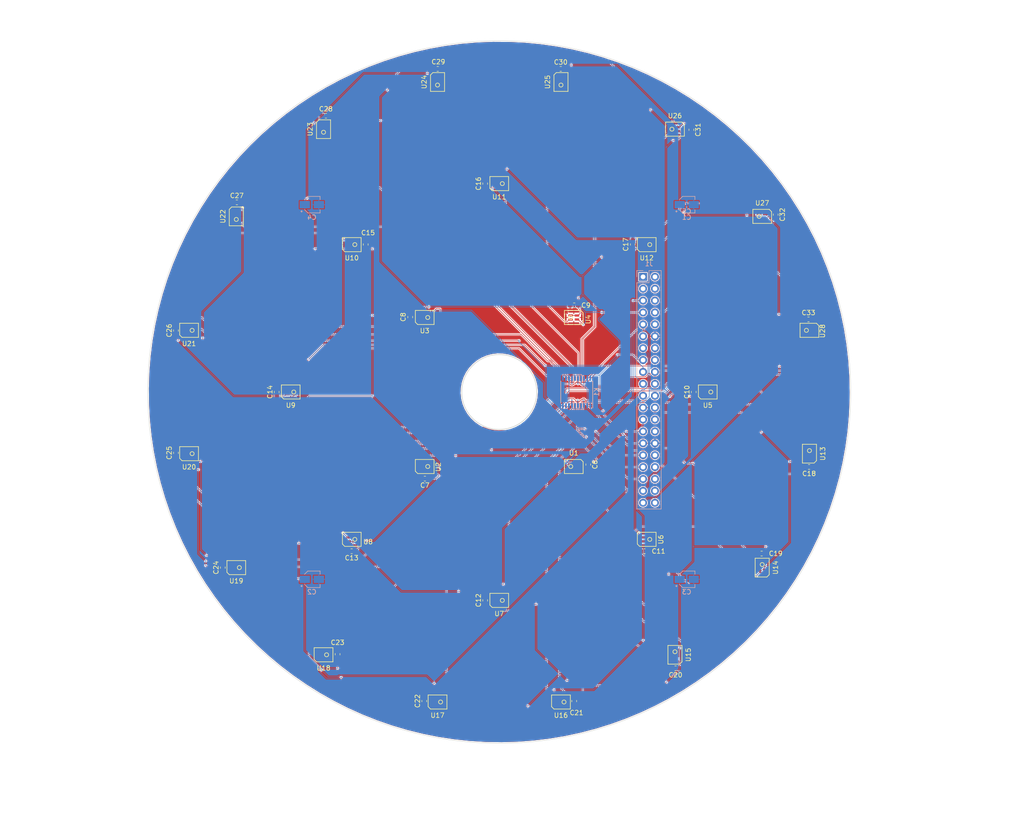
<source format=kicad_pcb>
(kicad_pcb (version 20171130) (host pcbnew 5.0.1-1.fc29)
  (layers (0 F.Cu mixed) (31 B.Cu mixed) (34 B.Paste user) (35 F.Paste user) (36 B.SilkS user) (37 F.SilkS user) (38 B.Mask user) (39 F.Mask user) (44 Edge.Cuts user))
  (net 0 "")
  (net 1 GND)
  (net 2 +3V3)
  (net 3 /DATA0)
  (net 4 /DATA13)
  (net 5 /DATA8)
  (net 6 /DATA9)
  (net 7 /DATA10)
  (net 8 /DATA11)
  (net 9 /DATA12)
  (net 10 /DATA7)
  (net 11 /DATA6)
  (net 12 /DATA1)
  (net 13 /DATA2)
  (net 14 /DATA3)
  (net 15 /DATA4)
  (net 16 /DATA5)
  (net 17 /CLK6)
  (net 18 /CLK2)
  (net 19 /CLK0)
  (net 20 /CLK1)
  (net 21 /CLK5)
  (net 22 /CLK4)
  (net 23 /CLK3)
  (net 24 /CLKIN)
  (net 25 "Net-(J1-Pad1)")
  (net 26 "Net-(J1-Pad2)")
  (net 27 "Net-(J1-Pad3)")
  (net 28 "Net-(J1-Pad4)")
  (net 29 "Net-(J1-Pad6)")
  (net 30 "Net-(J1-Pad8)")
  (net 31 "Net-(J1-Pad10)")
  (net 32 "Net-(J1-Pad11)")
  (net 33 "Net-(J1-Pad14)")
  (net 34 "Net-(J1-Pad16)")
  (net 35 "Net-(J1-Pad18)")
  (net 36 "Net-(J1-Pad20)")
  (net 37 "Net-(J1-Pad21)")
  (net 38 "Net-(J1-Pad22)")
  (net 39 "Net-(J1-Pad24)")
  (net 40 "Net-(J1-Pad26)")
  (net 41 "Net-(J1-Pad28)")
  (net 42 "Net-(J1-Pad32)")
  (net 43 "Net-(J1-Pad34)")
  (net 44 "Net-(J1-Pad36)")
  (net 45 "Net-(J1-Pad38)")
  (net 46 "Net-(J1-Pad40)")
  (net 47 "Net-(K1-Pad9)")
  (net 48 /CLK0_0)
  (net 49 /CLK0_3)
  (net 50 /CLK0_2)
  (net 51 /CLK0_1)
  (net 52 /CLK6_0)
  (net 53 /CLK6_3)
  (net 54 /CLK3_2)
  (net 55 /CLK4_0)
  (net 56 /CLK4_1)
  (net 57 /CLK4_2)
  (net 58 /CLK4_3)
  (net 59 /CLK5_0)
  (net 60 /CLK5_1)
  (net 61 /CLK5_2)
  (net 62 /CLK5_3)
  (net 63 /CLK6_1)
  (net 64 /CLK6_2)
  (net 65 /CLK3_3)
  (net 66 /CLK3_1)
  (net 67 /CLK1_0)
  (net 68 /CLK1_1)
  (net 69 /CLK1_2)
  (net 70 /CLK1_3)
  (net 71 /CLK2_0)
  (net 72 /CLK2_1)
  (net 73 /CLK2_2)
  (net 74 /CLK2_3)
  (net 75 /CLK3_0)
  (module Connector_PinSocket_2.54mm:PinSocket_2x20_P2.54mm_Vertical (layer B.Cu) (at 180.69 75.4 180)
    (fp_text reference J1 (at -1.27 2.77 180) (layer B.SilkS) (effects (justify mirror)))
    (fp_text value CON40A)
    (pad 40 thru_hole oval (at -2.54 -48.26 180) (size 1.7 1.7) (drill 1) (layers *.Cu *.Mask) (net 46 "Net-(J1-Pad40)"))
    (pad 39 thru_hole oval (at 0 -48.26 180) (size 1.7 1.7) (drill 1) (layers *.Cu *.Mask) (net 4 /DATA13))
    (pad 38 thru_hole oval (at -2.54 -45.72 180) (size 1.7 1.7) (drill 1) (layers *.Cu *.Mask) (net 45 "Net-(J1-Pad38)"))
    (pad 37 thru_hole oval (at 0 -45.72 180) (size 1.7 1.7) (drill 1) (layers *.Cu *.Mask) (net 9 /DATA12))
    (pad 36 thru_hole oval (at -2.54 -43.18 180) (size 1.7 1.7) (drill 1) (layers *.Cu *.Mask) (net 44 "Net-(J1-Pad36)"))
    (pad 35 thru_hole oval (at 0 -43.18 180) (size 1.7 1.7) (drill 1) (layers *.Cu *.Mask) (net 8 /DATA11))
    (pad 34 thru_hole oval (at -2.54 -40.64 180) (size 1.7 1.7) (drill 1) (layers *.Cu *.Mask) (net 43 "Net-(J1-Pad34)"))
    (pad 33 thru_hole oval (at 0 -40.64 180) (size 1.7 1.7) (drill 1) (layers *.Cu *.Mask) (net 7 /DATA10))
    (pad 32 thru_hole oval (at -2.54 -38.1 180) (size 1.7 1.7) (drill 1) (layers *.Cu *.Mask) (net 42 "Net-(J1-Pad32)"))
    (pad 31 thru_hole oval (at 0 -38.1 180) (size 1.7 1.7) (drill 1) (layers *.Cu *.Mask) (net 6 /DATA9))
    (pad 30 thru_hole oval (at -2.54 -35.56 180) (size 1.7 1.7) (drill 1) (layers *.Cu *.Mask) (net 1 GND))
    (pad 29 thru_hole oval (at 0 -35.56 180) (size 1.7 1.7) (drill 1) (layers *.Cu *.Mask) (net 2 +3V3))
    (pad 28 thru_hole oval (at -2.54 -33.02 180) (size 1.7 1.7) (drill 1) (layers *.Cu *.Mask) (net 41 "Net-(J1-Pad28)"))
    (pad 27 thru_hole oval (at 0 -33.02 180) (size 1.7 1.7) (drill 1) (layers *.Cu *.Mask) (net 5 /DATA8))
    (pad 26 thru_hole oval (at -2.54 -30.48 180) (size 1.7 1.7) (drill 1) (layers *.Cu *.Mask) (net 40 "Net-(J1-Pad26)"))
    (pad 25 thru_hole oval (at 0 -30.48 180) (size 1.7 1.7) (drill 1) (layers *.Cu *.Mask) (net 10 /DATA7))
    (pad 24 thru_hole oval (at -2.54 -27.94 180) (size 1.7 1.7) (drill 1) (layers *.Cu *.Mask) (net 39 "Net-(J1-Pad24)"))
    (pad 23 thru_hole oval (at 0 -27.94 180) (size 1.7 1.7) (drill 1) (layers *.Cu *.Mask) (net 11 /DATA6))
    (pad 22 thru_hole oval (at -2.54 -25.4 180) (size 1.7 1.7) (drill 1) (layers *.Cu *.Mask) (net 38 "Net-(J1-Pad22)"))
    (pad 21 thru_hole oval (at 0 -25.4 180) (size 1.7 1.7) (drill 1) (layers *.Cu *.Mask) (net 37 "Net-(J1-Pad21)"))
    (pad 20 thru_hole oval (at -2.54 -22.86 180) (size 1.7 1.7) (drill 1) (layers *.Cu *.Mask) (net 36 "Net-(J1-Pad20)"))
    (pad 19 thru_hole oval (at 0 -22.86 180) (size 1.7 1.7) (drill 1) (layers *.Cu *.Mask) (net 24 /CLKIN))
    (pad 18 thru_hole oval (at -2.54 -20.32 180) (size 1.7 1.7) (drill 1) (layers *.Cu *.Mask) (net 35 "Net-(J1-Pad18)"))
    (pad 17 thru_hole oval (at 0 -20.32 180) (size 1.7 1.7) (drill 1) (layers *.Cu *.Mask) (net 16 /DATA5))
    (pad 16 thru_hole oval (at -2.54 -17.78 180) (size 1.7 1.7) (drill 1) (layers *.Cu *.Mask) (net 34 "Net-(J1-Pad16)"))
    (pad 15 thru_hole oval (at 0 -17.78 180) (size 1.7 1.7) (drill 1) (layers *.Cu *.Mask) (net 15 /DATA4))
    (pad 14 thru_hole oval (at -2.54 -15.24 180) (size 1.7 1.7) (drill 1) (layers *.Cu *.Mask) (net 33 "Net-(J1-Pad14)"))
    (pad 13 thru_hole oval (at 0 -15.24 180) (size 1.7 1.7) (drill 1) (layers *.Cu *.Mask) (net 14 /DATA3))
    (pad 12 thru_hole oval (at -2.54 -12.7 180) (size 1.7 1.7) (drill 1) (layers *.Cu *.Mask) (net 1 GND))
    (pad 11 thru_hole oval (at 0 -12.7 180) (size 1.7 1.7) (drill 1) (layers *.Cu *.Mask) (net 32 "Net-(J1-Pad11)"))
    (pad 10 thru_hole oval (at -2.54 -10.16 180) (size 1.7 1.7) (drill 1) (layers *.Cu *.Mask) (net 31 "Net-(J1-Pad10)"))
    (pad 9 thru_hole oval (at 0 -10.16 180) (size 1.7 1.7) (drill 1) (layers *.Cu *.Mask) (net 13 /DATA2))
    (pad 8 thru_hole oval (at -2.54 -7.62 180) (size 1.7 1.7) (drill 1) (layers *.Cu *.Mask) (net 30 "Net-(J1-Pad8)"))
    (pad 7 thru_hole oval (at 0 -7.62 180) (size 1.7 1.7) (drill 1) (layers *.Cu *.Mask) (net 12 /DATA1))
    (pad 6 thru_hole oval (at -2.54 -5.08 180) (size 1.7 1.7) (drill 1) (layers *.Cu *.Mask) (net 29 "Net-(J1-Pad6)"))
    (pad 5 thru_hole oval (at 0 -5.08 180) (size 1.7 1.7) (drill 1) (layers *.Cu *.Mask) (net 3 /DATA0))
    (pad 4 thru_hole oval (at -2.54 -2.54 180) (size 1.7 1.7) (drill 1) (layers *.Cu *.Mask) (net 28 "Net-(J1-Pad4)"))
    (pad 3 thru_hole oval (at 0 -2.54 180) (size 1.7 1.7) (drill 1) (layers *.Cu *.Mask) (net 27 "Net-(J1-Pad3)"))
    (pad 2 thru_hole oval (at -2.54 0 180) (size 1.7 1.7) (drill 1) (layers *.Cu *.Mask) (net 26 "Net-(J1-Pad2)"))
    (pad 1 thru_hole rect (at 0 0 180) (size 1.7 1.7) (drill 1) (layers *.Cu *.Mask) (net 25 "Net-(J1-Pad1)"))
  )
  (module Capacitor_SMD:CP_Elec_3x5.3 (layer B.Cu) (at 190 60)
    (fp_text reference C1 (at 0 2.7) (layer B.SilkS) (effects (justify mirror)))
    (fp_text value 100u)
    (pad 2 smd rect (at 1.5 0) (size 2.2 1.6) (layers B.Cu B.Paste B.Mask) (net 1 GND))
    (pad 1 smd rect (at -1.5 0) (size 2.2 1.6) (layers B.Cu B.Paste B.Mask) (net 2 +3V3))
  )
  (module Capacitor_SMD:C_0603_1608Metric_Pad1.05x0.95mm_HandSolder (layer B.Cu) (at 190 60)
    (fp_text reference C5 (at 0 1.43) (layer B.SilkS) (effects (justify mirror)))
    (fp_text value 100n)
    (pad 2 smd roundrect (at 0.875 0) (size 1.05 0.95) (layers B.Cu B.Paste B.Mask) (net 1 GND))
    (pad 1 smd roundrect (at -0.875 0) (size 1.05 0.95) (layers B.Cu B.Paste B.Mask) (net 2 +3V3))
  )
  (module bridges:bridge_1x4_0.1mm (layer F.Cu) (at 165.5 102 270)
    (fp_text reference RN2 hide)
    (fp_text value 0 hide)
    (fp_line (start 0.09 0.15) (end 0.06 0.15) (layer F.Cu) (width 0.12))
    (fp_line (start 0.09 -0.15) (end 0.06 -0.15) (layer F.Cu) (width 0.12))
    (fp_line (start 0 -0.45) (end 0 0.45) (layer F.Cu) (width 0.12))
    (pad 2 smd rect (at 0.06 -0.45 270) (size 0.12 0.12) (layers F.Cu) (net 55 /CLK4_0))
    (pad 3 smd rect (at 0.15 -0.15 270) (size 0.12 0.12) (layers F.Cu) (net 56 /CLK4_1))
    (pad 4 smd rect (at 0.15 0.15 270) (size 0.12 0.12) (layers F.Cu) (net 57 /CLK4_2))
    (pad 5 smd rect (at 0.06 0.45 270) (size 0.12 0.12) (layers F.Cu) (net 58 /CLK4_3))
    (pad 1 smd rect (at -0.12 0 270) (size 0.12 0.12) (layers F.Cu) (net 22 /CLK4))
  )
  (module bridges:bridge_1x4_0.1mm (layer F.Cu) (at 166.76 102 270)
    (fp_text reference RN3 hide)
    (fp_text value 0 hide)
    (fp_line (start 0.09 0.15) (end 0.06 0.15) (layer F.Cu) (width 0.12))
    (fp_line (start 0.09 -0.15) (end 0.06 -0.15) (layer F.Cu) (width 0.12))
    (fp_line (start 0 -0.45) (end 0 0.45) (layer F.Cu) (width 0.12))
    (pad 2 smd rect (at 0.06 -0.45 270) (size 0.12 0.12) (layers F.Cu) (net 67 /CLK1_0))
    (pad 3 smd rect (at 0.15 -0.15 270) (size 0.12 0.12) (layers F.Cu) (net 68 /CLK1_1))
    (pad 4 smd rect (at 0.15 0.15 270) (size 0.12 0.12) (layers F.Cu) (net 69 /CLK1_2))
    (pad 5 smd rect (at 0.06 0.45 270) (size 0.12 0.12) (layers F.Cu) (net 70 /CLK1_3))
    (pad 1 smd rect (at -0.12 0 270) (size 0.12 0.12) (layers F.Cu) (net 20 /CLK1))
  )
  (module bridges:bridge_1x4_0.1mm (layer F.Cu) (at 165.5 98 90)
    (fp_text reference RN4 hide)
    (fp_text value 0 hide)
    (fp_line (start 0.09 0.15) (end 0.06 0.15) (layer F.Cu) (width 0.12))
    (fp_line (start 0.09 -0.15) (end 0.06 -0.15) (layer F.Cu) (width 0.12))
    (fp_line (start 0 -0.45) (end 0 0.45) (layer F.Cu) (width 0.12))
    (pad 2 smd rect (at 0.06 -0.45 90) (size 0.12 0.12) (layers F.Cu) (net 59 /CLK5_0))
    (pad 3 smd rect (at 0.15 -0.15 90) (size 0.12 0.12) (layers F.Cu) (net 60 /CLK5_1))
    (pad 4 smd rect (at 0.15 0.15 90) (size 0.12 0.12) (layers F.Cu) (net 61 /CLK5_2))
    (pad 5 smd rect (at 0.06 0.45 90) (size 0.12 0.12) (layers F.Cu) (net 62 /CLK5_3))
    (pad 1 smd rect (at -0.12 0 90) (size 0.12 0.12) (layers F.Cu) (net 21 /CLK5))
  )
  (module bridges:bridge_1x4_0.1mm (layer F.Cu) (at 166.76 98 90)
    (fp_text reference RN5 hide)
    (fp_text value 0 hide)
    (fp_line (start 0.09 0.15) (end 0.06 0.15) (layer F.Cu) (width 0.12))
    (fp_line (start 0.09 -0.15) (end 0.06 -0.15) (layer F.Cu) (width 0.12))
    (fp_line (start 0 -0.45) (end 0 0.45) (layer F.Cu) (width 0.12))
    (pad 2 smd rect (at 0.06 -0.45 90) (size 0.12 0.12) (layers F.Cu) (net 71 /CLK2_0))
    (pad 3 smd rect (at 0.15 -0.15 90) (size 0.12 0.12) (layers F.Cu) (net 72 /CLK2_1))
    (pad 4 smd rect (at 0.15 0.15 90) (size 0.12 0.12) (layers F.Cu) (net 73 /CLK2_2))
    (pad 5 smd rect (at 0.06 0.45 90) (size 0.12 0.12) (layers F.Cu) (net 74 /CLK2_3))
    (pad 1 smd rect (at -0.12 0 90) (size 0.12 0.12) (layers F.Cu) (net 18 /CLK2))
  )
  (module bridges:bridge_1x4_0.1mm (layer F.Cu) (at 168.02 98 90)
    (fp_text reference RN6 hide)
    (fp_text value 0 hide)
    (fp_line (start 0.09 0.15) (end 0.06 0.15) (layer F.Cu) (width 0.12))
    (fp_line (start 0.09 -0.15) (end 0.06 -0.15) (layer F.Cu) (width 0.12))
    (fp_line (start 0 -0.45) (end 0 0.45) (layer F.Cu) (width 0.12))
    (pad 2 smd rect (at 0.06 -0.45 90) (size 0.12 0.12) (layers F.Cu) (net 52 /CLK6_0))
    (pad 3 smd rect (at 0.15 -0.15 90) (size 0.12 0.12) (layers F.Cu) (net 63 /CLK6_1))
    (pad 4 smd rect (at 0.15 0.15 90) (size 0.12 0.12) (layers F.Cu) (net 64 /CLK6_2))
    (pad 5 smd rect (at 0.06 0.45 90) (size 0.12 0.12) (layers F.Cu) (net 53 /CLK6_3))
    (pad 1 smd rect (at -0.12 0 90) (size 0.12 0.12) (layers F.Cu) (net 17 /CLK6))
  )
  (module bridges:bridge_1x4_0.1mm (layer F.Cu) (at 168.02 102 270)
    (fp_text reference RN7 hide)
    (fp_text value 0 hide)
    (fp_line (start 0.09 0.15) (end 0.06 0.15) (layer F.Cu) (width 0.12))
    (fp_line (start 0.09 -0.15) (end 0.06 -0.15) (layer F.Cu) (width 0.12))
    (fp_line (start 0 -0.45) (end 0 0.45) (layer F.Cu) (width 0.12))
    (pad 2 smd rect (at 0.06 -0.45 270) (size 0.12 0.12) (layers F.Cu) (net 75 /CLK3_0))
    (pad 3 smd rect (at 0.15 -0.15 270) (size 0.12 0.12) (layers F.Cu) (net 66 /CLK3_1))
    (pad 4 smd rect (at 0.15 0.15 270) (size 0.12 0.12) (layers F.Cu) (net 54 /CLK3_2))
    (pad 5 smd rect (at 0.06 0.45 270) (size 0.12 0.12) (layers F.Cu) (net 65 /CLK3_3))
    (pad 1 smd rect (at -0.12 0 270) (size 0.12 0.12) (layers F.Cu) (net 23 /CLK3))
  )
  (module bridges:bridge_1x4_0.1mm (layer F.Cu) (at 164 100 180)
    (fp_text reference RN1 hide)
    (fp_text value 0 hide)
    (fp_line (start 0.09 0.15) (end 0.06 0.15) (layer F.Cu) (width 0.12))
    (fp_line (start 0.09 -0.15) (end 0.06 -0.15) (layer F.Cu) (width 0.12))
    (fp_line (start 0 -0.45) (end 0 0.45) (layer F.Cu) (width 0.12))
    (pad 2 smd rect (at 0.06 -0.45 180) (size 0.12 0.12) (layers F.Cu) (net 48 /CLK0_0))
    (pad 3 smd rect (at 0.15 -0.15 180) (size 0.12 0.12) (layers F.Cu) (net 51 /CLK0_1))
    (pad 4 smd rect (at 0.15 0.15 180) (size 0.12 0.12) (layers F.Cu) (net 50 /CLK0_2))
    (pad 5 smd rect (at 0.06 0.45 180) (size 0.12 0.12) (layers F.Cu) (net 49 /CLK0_3))
    (pad 1 smd rect (at -0.12 0 180) (size 0.12 0.12) (layers F.Cu) (net 19 /CLK0))
  )
  (module Package_SO:SSOP-20_4.4x6.5mm_P0.65mm (layer B.Cu) (at 166.5 100 90)
    (fp_text reference K1 (at 0 4.3 90) (layer B.SilkS) (effects (justify mirror)))
    (fp_text value 74LV244)
    (pad 20 smd rect (at 2.9 2.925 90) (size 1 0.4) (layers B.Cu B.Paste B.Mask) (net 2 +3V3))
    (pad 19 smd rect (at 2.9 2.275 90) (size 1 0.4) (layers B.Cu B.Paste B.Mask) (net 1 GND))
    (pad 18 smd rect (at 2.9 1.625 90) (size 1 0.4) (layers B.Cu B.Paste B.Mask) (net 17 /CLK6))
    (pad 17 smd rect (at 2.9 0.975 90) (size 1 0.4) (layers B.Cu B.Paste B.Mask) (net 24 /CLKIN))
    (pad 16 smd rect (at 2.9 0.325 90) (size 1 0.4) (layers B.Cu B.Paste B.Mask) (net 18 /CLK2))
    (pad 15 smd rect (at 2.9 -0.325 90) (size 1 0.4) (layers B.Cu B.Paste B.Mask) (net 24 /CLKIN))
    (pad 14 smd rect (at 2.9 -0.975 90) (size 1 0.4) (layers B.Cu B.Paste B.Mask) (net 21 /CLK5))
    (pad 13 smd rect (at 2.9 -1.625 90) (size 1 0.4) (layers B.Cu B.Paste B.Mask) (net 24 /CLKIN))
    (pad 12 smd rect (at 2.9 -2.275 90) (size 1 0.4) (layers B.Cu B.Paste B.Mask) (net 19 /CLK0))
    (pad 11 smd rect (at 2.9 -2.925 90) (size 1 0.4) (layers B.Cu B.Paste B.Mask) (net 24 /CLKIN))
    (pad 10 smd rect (at -2.9 -2.925 90) (size 1 0.4) (layers B.Cu B.Paste B.Mask) (net 1 GND))
    (pad 9 smd rect (at -2.9 -2.275 90) (size 1 0.4) (layers B.Cu B.Paste B.Mask) (net 47 "Net-(K1-Pad9)"))
    (pad 8 smd rect (at -2.9 -1.625 90) (size 1 0.4) (layers B.Cu B.Paste B.Mask) (net 24 /CLKIN))
    (pad 7 smd rect (at -2.9 -0.975 90) (size 1 0.4) (layers B.Cu B.Paste B.Mask) (net 22 /CLK4))
    (pad 6 smd rect (at -2.9 -0.325 90) (size 1 0.4) (layers B.Cu B.Paste B.Mask) (net 24 /CLKIN))
    (pad 5 smd rect (at -2.9 0.325 90) (size 1 0.4) (layers B.Cu B.Paste B.Mask) (net 20 /CLK1))
    (pad 4 smd rect (at -2.9 0.975 90) (size 1 0.4) (layers B.Cu B.Paste B.Mask) (net 24 /CLKIN))
    (pad 3 smd rect (at -2.9 1.625 90) (size 1 0.4) (layers B.Cu B.Paste B.Mask) (net 23 /CLK3))
    (pad 2 smd rect (at -2.9 2.275 90) (size 1 0.4) (layers B.Cu B.Paste B.Mask) (net 24 /CLKIN))
    (pad 1 smd rect (at -2.9 2.925 90) (size 1 0.4) (layers B.Cu B.Paste B.Mask) (net 1 GND))
  )
  (module pdm-mics:MIC_WM7216 (layer F.Cu) (at 165.91 115.91 180)
    (fp_text reference U1 (at 0 2.85 180) (layer F.SilkS))
    (fp_text value MIC)
    (pad 5 smd rect (at 1.725 0 180) (size 0.35 1.3) (layers F.Cu F.Mask) (net 1 GND))
    (pad 4 smd rect (at -0.675 -0.425 180) (size 0.95 0.45) (layers F.Cu F.Mask) (net 3 /DATA0))
    (pad 1 smd rect (at -0.675 0.425 180) (size 0.95 0.45) (layers F.Cu F.Mask) (net 2 +3V3))
    (pad 2 smd rect (at 0.675 0.425 180) (size 0.95 0.45) (layers F.Cu F.Mask) (net 1 GND))
    (pad 3 smd rect (at 0.675 -0.425 180) (size 0.95 0.45) (layers F.Cu F.Mask) (net 48 /CLK0_0))
    (pad 5 smd rect (at -1.725 0 180) (size 0.35 1.3) (layers F.Cu F.Mask) (net 1 GND))
    (pad 5 smd rect (at 0 1.225 180) (size 2.3 0.35) (layers F.Cu F.Mask) (net 1 GND))
    (pad 5 smd rect (at 0 -1.225 180) (size 2.3 0.35) (layers F.Cu F.Mask) (net 1 GND))
  )
  (module Capacitor_SMD:CP_Elec_3x5.3 (layer B.Cu) (at 110 140)
    (fp_text reference C2 (at 0 2.7) (layer B.SilkS) (effects (justify mirror)))
    (fp_text value 100u)
    (pad 2 smd rect (at 1.5 0) (size 2.2 1.6) (layers B.Cu B.Paste B.Mask) (net 1 GND))
    (pad 1 smd rect (at -1.5 0) (size 2.2 1.6) (layers B.Cu B.Paste B.Mask) (net 2 +3V3))
  )
  (module Capacitor_SMD:CP_Elec_3x5.3 (layer B.Cu) (at 190 140)
    (fp_text reference C3 (at 0 2.7) (layer B.SilkS) (effects (justify mirror)))
    (fp_text value 100u)
    (pad 2 smd rect (at 1.5 0) (size 2.2 1.6) (layers B.Cu B.Paste B.Mask) (net 1 GND))
    (pad 1 smd rect (at -1.5 0) (size 2.2 1.6) (layers B.Cu B.Paste B.Mask) (net 2 +3V3))
  )
  (module Capacitor_SMD:CP_Elec_3x5.3 (layer B.Cu) (at 110 60)
    (fp_text reference C4 (at 0 2.7) (layer B.SilkS) (effects (justify mirror)))
    (fp_text value 100u)
    (pad 2 smd rect (at 1.5 0) (size 2.2 1.6) (layers B.Cu B.Paste B.Mask) (net 1 GND))
    (pad 1 smd rect (at -1.5 0) (size 2.2 1.6) (layers B.Cu B.Paste B.Mask) (net 2 +3V3))
  )
  (module Capacitor_SMD:C_0603_1608Metric_Pad1.05x0.95mm_HandSolder (layer F.Cu) (at 169 115.5 270)
    (fp_text reference C6 (at 0 -1.43 270) (layer F.SilkS))
    (fp_text value 0.1u)
    (pad 2 smd roundrect (at 0.875 0 270) (size 1.05 0.95) (layers F.Cu F.Paste F.Mask) (net 1 GND))
    (pad 1 smd roundrect (at -0.875 0 270) (size 1.05 0.95) (layers F.Cu F.Paste F.Mask) (net 2 +3V3))
  )
  (module Capacitor_SMD:C_0603_1608Metric_Pad1.05x0.95mm_HandSolder (layer F.Cu) (at 131 84 90)
    (fp_text reference C8 (at 0 -1.5 90) (layer F.SilkS))
    (fp_text value 0.1u)
    (pad 2 smd roundrect (at 0.875 0 90) (size 1.05 0.95) (layers F.Cu F.Paste F.Mask) (net 1 GND))
    (pad 1 smd roundrect (at -0.875 0 90) (size 1.05 0.95) (layers F.Cu F.Paste F.Mask) (net 2 +3V3))
  )
  (module Capacitor_SMD:C_0603_1608Metric_Pad1.05x0.95mm_HandSolder (layer F.Cu) (at 166 81.5 180)
    (fp_text reference C9 (at -2.5 0 180) (layer F.SilkS))
    (fp_text value 0.1u)
    (pad 2 smd roundrect (at 0.875 0 180) (size 1.05 0.95) (layers F.Cu F.Paste F.Mask) (net 1 GND))
    (pad 1 smd roundrect (at -0.875 0 180) (size 1.05 0.95) (layers F.Cu F.Paste F.Mask) (net 2 +3V3))
  )
  (module Capacitor_SMD:C_0603_1608Metric_Pad1.05x0.95mm_HandSolder (layer F.Cu) (at 191.5 100 90)
    (fp_text reference C10 (at 0 -1.43 90) (layer F.SilkS))
    (fp_text value 0.1u)
    (pad 2 smd roundrect (at 0.875 0 90) (size 1.05 0.95) (layers F.Cu F.Paste F.Mask) (net 1 GND))
    (pad 1 smd roundrect (at -0.875 0 90) (size 1.05 0.95) (layers F.Cu F.Paste F.Mask) (net 2 +3V3))
  )
  (module Capacitor_SMD:C_0603_1608Metric_Pad1.05x0.95mm_HandSolder (layer F.Cu) (at 181 134)
    (fp_text reference C11 (at 3 0) (layer F.SilkS))
    (fp_text value 0.1u)
    (pad 2 smd roundrect (at 0.875 0) (size 1.05 0.95) (layers F.Cu F.Paste F.Mask) (net 1 GND))
    (pad 1 smd roundrect (at -0.875 0) (size 1.05 0.95) (layers F.Cu F.Paste F.Mask) (net 2 +3V3))
  )
  (module Capacitor_SMD:C_0603_1608Metric_Pad1.05x0.95mm_HandSolder (layer F.Cu) (at 118.5 134 180)
    (fp_text reference C13 (at 0 -1.43 180) (layer F.SilkS))
    (fp_text value 0.1u)
    (pad 2 smd roundrect (at 0.875 0 180) (size 1.05 0.95) (layers F.Cu F.Paste F.Mask) (net 1 GND))
    (pad 1 smd roundrect (at -0.875 0 180) (size 1.05 0.95) (layers F.Cu F.Paste F.Mask) (net 2 +3V3))
  )
  (module Capacitor_SMD:C_0603_1608Metric_Pad1.05x0.95mm_HandSolder (layer F.Cu) (at 102.5 100 90)
    (fp_text reference C14 (at 0 -1.43 90) (layer F.SilkS))
    (fp_text value 0.1u)
    (pad 2 smd roundrect (at 0.875 0 90) (size 1.05 0.95) (layers F.Cu F.Paste F.Mask) (net 1 GND))
    (pad 1 smd roundrect (at -0.875 0 90) (size 1.05 0.95) (layers F.Cu F.Paste F.Mask) (net 2 +3V3))
  )
  (module Capacitor_SMD:C_0603_1608Metric_Pad1.05x0.95mm_HandSolder (layer F.Cu) (at 121.5 68.5 90)
    (fp_text reference C15 (at 2.5 0.5) (layer F.SilkS))
    (fp_text value 0.1u)
    (pad 2 smd roundrect (at 0.875 0 90) (size 1.05 0.95) (layers F.Cu F.Paste F.Mask) (net 1 GND))
    (pad 1 smd roundrect (at -0.875 0 90) (size 1.05 0.95) (layers F.Cu F.Paste F.Mask) (net 2 +3V3))
  )
  (module Capacitor_SMD:C_0603_1608Metric_Pad1.05x0.95mm_HandSolder (layer F.Cu) (at 147 55.5 90)
    (fp_text reference C16 (at 0 -1.43 90) (layer F.SilkS))
    (fp_text value 0.1u)
    (pad 2 smd roundrect (at 0.875 0 90) (size 1.05 0.95) (layers F.Cu F.Paste F.Mask) (net 1 GND))
    (pad 1 smd roundrect (at -0.875 0 90) (size 1.05 0.95) (layers F.Cu F.Paste F.Mask) (net 2 +3V3))
  )
  (module Capacitor_SMD:C_0603_1608Metric_Pad1.05x0.95mm_HandSolder (layer F.Cu) (at 178.5 68.5 90)
    (fp_text reference C17 (at 0 -1.5 90) (layer F.SilkS))
    (fp_text value 0.1u)
    (pad 2 smd roundrect (at 0.875 0 90) (size 1.05 0.95) (layers F.Cu F.Paste F.Mask) (net 1 GND))
    (pad 1 smd roundrect (at -0.875 0 90) (size 1.05 0.95) (layers F.Cu F.Paste F.Mask) (net 2 +3V3))
  )
  (module Capacitor_SMD:C_0603_1608Metric_Pad1.05x0.95mm_HandSolder (layer F.Cu) (at 216.125 116 180)
    (fp_text reference C18 (at 0 -1.43 180) (layer F.SilkS))
    (fp_text value 0.1u)
    (pad 2 smd roundrect (at 0.875 0 180) (size 1.05 0.95) (layers F.Cu F.Paste F.Mask) (net 1 GND))
    (pad 1 smd roundrect (at -0.875 0 180) (size 1.05 0.95) (layers F.Cu F.Paste F.Mask) (net 2 +3V3))
  )
  (module Capacitor_SMD:C_0603_1608Metric_Pad1.05x0.95mm_HandSolder (layer F.Cu) (at 91 137.5 90)
    (fp_text reference C24 (at 0 -1.43 90) (layer F.SilkS))
    (fp_text value 0.1u)
    (pad 2 smd roundrect (at 0.875 0 90) (size 1.05 0.95) (layers F.Cu F.Paste F.Mask) (net 1 GND))
    (pad 1 smd roundrect (at -0.875 0 90) (size 1.05 0.95) (layers F.Cu F.Paste F.Mask) (net 2 +3V3))
  )
  (module Capacitor_SMD:C_0603_1608Metric_Pad1.05x0.95mm_HandSolder (layer F.Cu) (at 206 134.5 180)
    (fp_text reference C19 (at -3 0 180) (layer F.SilkS))
    (fp_text value 0.1u)
    (pad 2 smd roundrect (at 0.875 0 180) (size 1.05 0.95) (layers F.Cu F.Paste F.Mask) (net 1 GND))
    (pad 1 smd roundrect (at -0.875 0 180) (size 1.05 0.95) (layers F.Cu F.Paste F.Mask) (net 2 +3V3))
  )
  (module Capacitor_SMD:C_0603_1608Metric_Pad1.05x0.95mm_HandSolder (layer F.Cu) (at 134.125 118.5 180)
    (fp_text reference C7 (at 0 -1.43 180) (layer F.SilkS))
    (fp_text value 0.1u)
    (pad 2 smd roundrect (at 0.875 0 180) (size 1.05 0.95) (layers F.Cu F.Paste F.Mask) (net 1 GND))
    (pad 1 smd roundrect (at -0.875 0 180) (size 1.05 0.95) (layers F.Cu F.Paste F.Mask) (net 2 +3V3))
  )
  (module Capacitor_SMD:C_0603_1608Metric_Pad1.05x0.95mm_HandSolder (layer F.Cu) (at 166 166 90)
    (fp_text reference C21 (at -2.5 0.5 180) (layer F.SilkS))
    (fp_text value 0.1u)
    (pad 2 smd roundrect (at 0.875 0 90) (size 1.05 0.95) (layers F.Cu F.Paste F.Mask) (net 1 GND))
    (pad 1 smd roundrect (at -0.875 0 90) (size 1.05 0.95) (layers F.Cu F.Paste F.Mask) (net 2 +3V3))
  )
  (module Capacitor_SMD:C_0603_1608Metric_Pad1.05x0.95mm_HandSolder (layer F.Cu) (at 216 84.5)
    (fp_text reference C33 (at 0 -1.43) (layer F.SilkS))
    (fp_text value 0.1u)
    (pad 2 smd roundrect (at 0.875 0) (size 1.05 0.95) (layers F.Cu F.Paste F.Mask) (net 1 GND))
    (pad 1 smd roundrect (at -0.875 0) (size 1.05 0.95) (layers F.Cu F.Paste F.Mask) (net 2 +3V3))
  )
  (module Capacitor_SMD:C_0603_1608Metric_Pad1.05x0.95mm_HandSolder (layer F.Cu) (at 209 62.125 270)
    (fp_text reference C32 (at 0 -1.43 270) (layer F.SilkS))
    (fp_text value 0.1u)
    (pad 2 smd roundrect (at 0.875 0 270) (size 1.05 0.95) (layers F.Cu F.Paste F.Mask) (net 1 GND))
    (pad 1 smd roundrect (at -0.875 0 270) (size 1.05 0.95) (layers F.Cu F.Paste F.Mask) (net 2 +3V3))
  )
  (module Capacitor_SMD:C_0603_1608Metric_Pad1.05x0.95mm_HandSolder (layer F.Cu) (at 191 44 270)
    (fp_text reference C31 (at 0 -1.43 270) (layer F.SilkS))
    (fp_text value 0.1u)
    (pad 2 smd roundrect (at 0.875 0 270) (size 1.05 0.95) (layers F.Cu F.Paste F.Mask) (net 1 GND))
    (pad 1 smd roundrect (at -0.875 0 270) (size 1.05 0.95) (layers F.Cu F.Paste F.Mask) (net 2 +3V3))
  )
  (module Capacitor_SMD:C_0603_1608Metric_Pad1.05x0.95mm_HandSolder (layer F.Cu) (at 163.125 31)
    (fp_text reference C30 (at 0 -1.43) (layer F.SilkS))
    (fp_text value 0.1u)
    (pad 2 smd roundrect (at 0.875 0) (size 1.05 0.95) (layers F.Cu F.Paste F.Mask) (net 1 GND))
    (pad 1 smd roundrect (at -0.875 0) (size 1.05 0.95) (layers F.Cu F.Paste F.Mask) (net 2 +3V3))
  )
  (module Capacitor_SMD:C_0603_1608Metric_Pad1.05x0.95mm_HandSolder (layer F.Cu) (at 136.875 31)
    (fp_text reference C29 (at 0.125 -1.5) (layer F.SilkS))
    (fp_text value 0.1u)
    (pad 2 smd roundrect (at 0.875 0) (size 1.05 0.95) (layers F.Cu F.Paste F.Mask) (net 1 GND))
    (pad 1 smd roundrect (at -0.875 0) (size 1.05 0.95) (layers F.Cu F.Paste F.Mask) (net 2 +3V3))
  )
  (module Capacitor_SMD:C_0603_1608Metric_Pad1.05x0.95mm_HandSolder (layer F.Cu) (at 147 144.5 90)
    (fp_text reference C12 (at 0 -1.43 90) (layer F.SilkS))
    (fp_text value 0.1u)
    (pad 2 smd roundrect (at 0.875 0 90) (size 1.05 0.95) (layers F.Cu F.Paste F.Mask) (net 1 GND))
    (pad 1 smd roundrect (at -0.875 0 90) (size 1.05 0.95) (layers F.Cu F.Paste F.Mask) (net 2 +3V3))
  )
  (module Capacitor_SMD:C_0603_1608Metric_Pad1.05x0.95mm_HandSolder (layer F.Cu) (at 113 41)
    (fp_text reference C28 (at 0 -1.43) (layer F.SilkS))
    (fp_text value 0.1u)
    (pad 2 smd roundrect (at 0.875 0) (size 1.05 0.95) (layers F.Cu F.Paste F.Mask) (net 1 GND))
    (pad 1 smd roundrect (at -0.875 0) (size 1.05 0.95) (layers F.Cu F.Paste F.Mask) (net 2 +3V3))
  )
  (module Capacitor_SMD:C_0603_1608Metric_Pad1.05x0.95mm_HandSolder (layer F.Cu) (at 94 59.5)
    (fp_text reference C27 (at 0 -1.43) (layer F.SilkS))
    (fp_text value 0.1u)
    (pad 2 smd roundrect (at 0.875 0) (size 1.05 0.95) (layers F.Cu F.Paste F.Mask) (net 1 GND))
    (pad 1 smd roundrect (at -0.875 0) (size 1.05 0.95) (layers F.Cu F.Paste F.Mask) (net 2 +3V3))
  )
  (module Capacitor_SMD:C_0603_1608Metric_Pad1.05x0.95mm_HandSolder (layer F.Cu) (at 81 86.875 90)
    (fp_text reference C26 (at 0 -1.43 90) (layer F.SilkS))
    (fp_text value 0.1u)
    (pad 2 smd roundrect (at 0.875 0 90) (size 1.05 0.95) (layers F.Cu F.Paste F.Mask) (net 1 GND))
    (pad 1 smd roundrect (at -0.875 0 90) (size 1.05 0.95) (layers F.Cu F.Paste F.Mask) (net 2 +3V3))
  )
  (module Capacitor_SMD:C_0603_1608Metric_Pad1.05x0.95mm_HandSolder (layer F.Cu) (at 81 113 90)
    (fp_text reference C25 (at 0 -1.43 90) (layer F.SilkS))
    (fp_text value 0.1u)
    (pad 2 smd roundrect (at 0.875 0 90) (size 1.05 0.95) (layers F.Cu F.Paste F.Mask) (net 1 GND))
    (pad 1 smd roundrect (at -0.875 0 90) (size 1.05 0.95) (layers F.Cu F.Paste F.Mask) (net 2 +3V3))
  )
  (module Capacitor_SMD:C_0603_1608Metric_Pad1.05x0.95mm_HandSolder (layer F.Cu) (at 115.5 156 90)
    (fp_text reference C23 (at 2.5 0) (layer F.SilkS))
    (fp_text value 0.1u)
    (pad 2 smd roundrect (at 0.875 0 90) (size 1.05 0.95) (layers F.Cu F.Paste F.Mask) (net 1 GND))
    (pad 1 smd roundrect (at -0.875 0 90) (size 1.05 0.95) (layers F.Cu F.Paste F.Mask) (net 2 +3V3))
  )
  (module Capacitor_SMD:C_0603_1608Metric_Pad1.05x0.95mm_HandSolder (layer F.Cu) (at 134 166 90)
    (fp_text reference C22 (at 0 -1.43 90) (layer F.SilkS))
    (fp_text value 0.1u)
    (pad 2 smd roundrect (at 0.875 0 90) (size 1.05 0.95) (layers F.Cu F.Paste F.Mask) (net 1 GND))
    (pad 1 smd roundrect (at -0.875 0 90) (size 1.05 0.95) (layers F.Cu F.Paste F.Mask) (net 2 +3V3))
  )
  (module Capacitor_SMD:C_0603_1608Metric_Pad1.05x0.95mm_HandSolder (layer F.Cu) (at 187.625 159 180)
    (fp_text reference C20 (at 0 -1.43 180) (layer F.SilkS))
    (fp_text value 0.1u)
    (pad 2 smd roundrect (at 0.875 0 180) (size 1.05 0.95) (layers F.Cu F.Paste F.Mask) (net 1 GND))
    (pad 1 smd roundrect (at -0.875 0 180) (size 1.05 0.95) (layers F.Cu F.Paste F.Mask) (net 2 +3V3))
  )
  (module pdm-mics:MIC_WM7216 (layer F.Cu) (at 136.83 166.2)
    (fp_text reference U17 (at 0 2.85) (layer F.SilkS))
    (fp_text value MIC)
    (pad 5 smd rect (at 1.725 0) (size 0.35 1.3) (layers F.Cu F.Mask) (net 1 GND))
    (pad 4 smd rect (at -0.675 -0.425) (size 0.95 0.45) (layers F.Cu F.Mask) (net 5 /DATA8))
    (pad 1 smd rect (at -0.675 0.425) (size 0.95 0.45) (layers F.Cu F.Mask) (net 2 +3V3))
    (pad 2 smd rect (at 0.675 0.425) (size 0.95 0.45) (layers F.Cu F.Mask) (net 1 GND))
    (pad 3 smd rect (at 0.675 -0.425) (size 0.95 0.45) (layers F.Cu F.Mask) (net 55 /CLK4_0))
    (pad 5 smd rect (at -1.725 0) (size 0.35 1.3) (layers F.Cu F.Mask) (net 1 GND))
    (pad 5 smd rect (at 0 1.225) (size 2.3 0.35) (layers F.Cu F.Mask) (net 1 GND))
    (pad 5 smd rect (at 0 -1.225) (size 2.3 0.35) (layers F.Cu F.Mask) (net 1 GND))
  )
  (module pdm-mics:MIC_WM7216 (layer F.Cu) (at 216.2 86.83 180)
    (fp_text reference U28 (at -2.8 -0.17 270) (layer F.SilkS))
    (fp_text value MIC)
    (pad 5 smd rect (at 1.725 0 180) (size 0.35 1.3) (layers F.Cu F.Mask) (net 1 GND))
    (pad 4 smd rect (at -0.675 -0.425 180) (size 0.95 0.45) (layers F.Cu F.Mask) (net 4 /DATA13))
    (pad 1 smd rect (at -0.675 0.425 180) (size 0.95 0.45) (layers F.Cu F.Mask) (net 2 +3V3))
    (pad 2 smd rect (at 0.675 0.425 180) (size 0.95 0.45) (layers F.Cu F.Mask) (net 2 +3V3))
    (pad 3 smd rect (at 0.675 -0.425 180) (size 0.95 0.45) (layers F.Cu F.Mask) (net 53 /CLK6_3))
    (pad 5 smd rect (at -1.725 0 180) (size 0.35 1.3) (layers F.Cu F.Mask) (net 1 GND))
    (pad 5 smd rect (at 0 1.225 180) (size 2.3 0.35) (layers F.Cu F.Mask) (net 1 GND))
    (pad 5 smd rect (at 0 -1.225 180) (size 2.3 0.35) (layers F.Cu F.Mask) (net 1 GND))
  )
  (module pdm-mics:MIC_WM7216 (layer F.Cu) (at 206.12 62.5 180)
    (fp_text reference U27 (at 0 2.85 180) (layer F.SilkS))
    (fp_text value MIC)
    (pad 5 smd rect (at 1.725 0 180) (size 0.35 1.3) (layers F.Cu F.Mask) (net 1 GND))
    (pad 4 smd rect (at -0.675 -0.425 180) (size 0.95 0.45) (layers F.Cu F.Mask) (net 4 /DATA13))
    (pad 1 smd rect (at -0.675 0.425 180) (size 0.95 0.45) (layers F.Cu F.Mask) (net 2 +3V3))
    (pad 2 smd rect (at 0.675 0.425 180) (size 0.95 0.45) (layers F.Cu F.Mask) (net 1 GND))
    (pad 3 smd rect (at 0.675 -0.425 180) (size 0.95 0.45) (layers F.Cu F.Mask) (net 64 /CLK6_2))
    (pad 5 smd rect (at -1.725 0 180) (size 0.35 1.3) (layers F.Cu F.Mask) (net 1 GND))
    (pad 5 smd rect (at 0 1.225 180) (size 2.3 0.35) (layers F.Cu F.Mask) (net 1 GND))
    (pad 5 smd rect (at 0 -1.225 180) (size 2.3 0.35) (layers F.Cu F.Mask) (net 1 GND))
  )
  (module pdm-mics:MIC_WM7216 (layer F.Cu) (at 187.5 43.87 180)
    (fp_text reference U26 (at 0 2.85 180) (layer F.SilkS))
    (fp_text value MIC)
    (pad 5 smd rect (at 1.725 0 180) (size 0.35 1.3) (layers F.Cu F.Mask) (net 1 GND))
    (pad 4 smd rect (at -0.675 -0.425 180) (size 0.95 0.45) (layers F.Cu F.Mask) (net 9 /DATA12))
    (pad 1 smd rect (at -0.675 0.425 180) (size 0.95 0.45) (layers F.Cu F.Mask) (net 2 +3V3))
    (pad 2 smd rect (at 0.675 0.425 180) (size 0.95 0.45) (layers F.Cu F.Mask) (net 2 +3V3))
    (pad 3 smd rect (at 0.675 -0.425 180) (size 0.95 0.45) (layers F.Cu F.Mask) (net 63 /CLK6_1))
    (pad 5 smd rect (at -1.725 0 180) (size 0.35 1.3) (layers F.Cu F.Mask) (net 1 GND))
    (pad 5 smd rect (at 0 1.225 180) (size 2.3 0.35) (layers F.Cu F.Mask) (net 1 GND))
    (pad 5 smd rect (at 0 -1.225 180) (size 2.3 0.35) (layers F.Cu F.Mask) (net 1 GND))
  )
  (module pdm-mics:MIC_WM7216 (layer F.Cu) (at 163.17 33.8 270)
    (fp_text reference U25 (at 0 2.85 270) (layer F.SilkS))
    (fp_text value MIC)
    (pad 5 smd rect (at 1.725 0 270) (size 0.35 1.3) (layers F.Cu F.Mask) (net 1 GND))
    (pad 4 smd rect (at -0.675 -0.425 270) (size 0.95 0.45) (layers F.Cu F.Mask) (net 9 /DATA12))
    (pad 1 smd rect (at -0.675 0.425 270) (size 0.95 0.45) (layers F.Cu F.Mask) (net 2 +3V3))
    (pad 2 smd rect (at 0.675 0.425 270) (size 0.95 0.45) (layers F.Cu F.Mask) (net 1 GND))
    (pad 3 smd rect (at 0.675 -0.425 270) (size 0.95 0.45) (layers F.Cu F.Mask) (net 52 /CLK6_0))
    (pad 5 smd rect (at -1.725 0 270) (size 0.35 1.3) (layers F.Cu F.Mask) (net 1 GND))
    (pad 5 smd rect (at 0 1.225 270) (size 2.3 0.35) (layers F.Cu F.Mask) (net 1 GND))
    (pad 5 smd rect (at 0 -1.225 270) (size 2.3 0.35) (layers F.Cu F.Mask) (net 1 GND))
  )
  (module pdm-mics:MIC_WM7216 (layer F.Cu) (at 136.83 33.8 270)
    (fp_text reference U24 (at 0 2.85 270) (layer F.SilkS))
    (fp_text value MIC)
    (pad 5 smd rect (at 1.725 0 270) (size 0.35 1.3) (layers F.Cu F.Mask) (net 1 GND))
    (pad 4 smd rect (at -0.675 -0.425 270) (size 0.95 0.45) (layers F.Cu F.Mask) (net 8 /DATA11))
    (pad 1 smd rect (at -0.675 0.425 270) (size 0.95 0.45) (layers F.Cu F.Mask) (net 2 +3V3))
    (pad 2 smd rect (at 0.675 0.425 270) (size 0.95 0.45) (layers F.Cu F.Mask) (net 2 +3V3))
    (pad 3 smd rect (at 0.675 -0.425 270) (size 0.95 0.45) (layers F.Cu F.Mask) (net 62 /CLK5_3))
    (pad 5 smd rect (at -1.725 0 270) (size 0.35 1.3) (layers F.Cu F.Mask) (net 1 GND))
    (pad 5 smd rect (at 0 1.225 270) (size 2.3 0.35) (layers F.Cu F.Mask) (net 1 GND))
    (pad 5 smd rect (at 0 -1.225 270) (size 2.3 0.35) (layers F.Cu F.Mask) (net 1 GND))
  )
  (module pdm-mics:MIC_WM7216 (layer F.Cu) (at 112.5 43.88 270)
    (fp_text reference U23 (at 0 2.85 270) (layer F.SilkS))
    (fp_text value MIC)
    (pad 5 smd rect (at 1.725 0 270) (size 0.35 1.3) (layers F.Cu F.Mask) (net 1 GND))
    (pad 4 smd rect (at -0.675 -0.425 270) (size 0.95 0.45) (layers F.Cu F.Mask) (net 8 /DATA11))
    (pad 1 smd rect (at -0.675 0.425 270) (size 0.95 0.45) (layers F.Cu F.Mask) (net 2 +3V3))
    (pad 2 smd rect (at 0.675 0.425 270) (size 0.95 0.45) (layers F.Cu F.Mask) (net 1 GND))
    (pad 3 smd rect (at 0.675 -0.425 270) (size 0.95 0.45) (layers F.Cu F.Mask) (net 61 /CLK5_2))
    (pad 5 smd rect (at -1.725 0 270) (size 0.35 1.3) (layers F.Cu F.Mask) (net 1 GND))
    (pad 5 smd rect (at 0 1.225 270) (size 2.3 0.35) (layers F.Cu F.Mask) (net 1 GND))
    (pad 5 smd rect (at 0 -1.225 270) (size 2.3 0.35) (layers F.Cu F.Mask) (net 1 GND))
  )
  (module pdm-mics:MIC_WM7216 (layer F.Cu) (at 93.88 62.5 270)
    (fp_text reference U22 (at 0 2.85 270) (layer F.SilkS))
    (fp_text value MIC)
    (pad 5 smd rect (at 1.725 0 270) (size 0.35 1.3) (layers F.Cu F.Mask) (net 1 GND))
    (pad 4 smd rect (at -0.675 -0.425 270) (size 0.95 0.45) (layers F.Cu F.Mask) (net 7 /DATA10))
    (pad 1 smd rect (at -0.675 0.425 270) (size 0.95 0.45) (layers F.Cu F.Mask) (net 2 +3V3))
    (pad 2 smd rect (at 0.675 0.425 270) (size 0.95 0.45) (layers F.Cu F.Mask) (net 2 +3V3))
    (pad 3 smd rect (at 0.675 -0.425 270) (size 0.95 0.45) (layers F.Cu F.Mask) (net 60 /CLK5_1))
    (pad 5 smd rect (at -1.725 0 270) (size 0.35 1.3) (layers F.Cu F.Mask) (net 1 GND))
    (pad 5 smd rect (at 0 1.225 270) (size 2.3 0.35) (layers F.Cu F.Mask) (net 1 GND))
    (pad 5 smd rect (at 0 -1.225 270) (size 2.3 0.35) (layers F.Cu F.Mask) (net 1 GND))
  )
  (module pdm-mics:MIC_WM7216 (layer F.Cu) (at 83.8 86.83)
    (fp_text reference U21 (at 0 2.85) (layer F.SilkS))
    (fp_text value MIC)
    (pad 5 smd rect (at 1.725 0) (size 0.35 1.3) (layers F.Cu F.Mask) (net 1 GND))
    (pad 4 smd rect (at -0.675 -0.425) (size 0.95 0.45) (layers F.Cu F.Mask) (net 7 /DATA10))
    (pad 1 smd rect (at -0.675 0.425) (size 0.95 0.45) (layers F.Cu F.Mask) (net 2 +3V3))
    (pad 2 smd rect (at 0.675 0.425) (size 0.95 0.45) (layers F.Cu F.Mask) (net 1 GND))
    (pad 3 smd rect (at 0.675 -0.425) (size 0.95 0.45) (layers F.Cu F.Mask) (net 59 /CLK5_0))
    (pad 5 smd rect (at -1.725 0) (size 0.35 1.3) (layers F.Cu F.Mask) (net 1 GND))
    (pad 5 smd rect (at 0 1.225) (size 2.3 0.35) (layers F.Cu F.Mask) (net 1 GND))
    (pad 5 smd rect (at 0 -1.225) (size 2.3 0.35) (layers F.Cu F.Mask) (net 1 GND))
  )
  (module pdm-mics:MIC_WM7216 (layer F.Cu) (at 83.8 113.17)
    (fp_text reference U20 (at 0 2.85) (layer F.SilkS))
    (fp_text value MIC)
    (pad 5 smd rect (at 1.725 0) (size 0.35 1.3) (layers F.Cu F.Mask) (net 1 GND))
    (pad 4 smd rect (at -0.675 -0.425) (size 0.95 0.45) (layers F.Cu F.Mask) (net 6 /DATA9))
    (pad 1 smd rect (at -0.675 0.425) (size 0.95 0.45) (layers F.Cu F.Mask) (net 2 +3V3))
    (pad 2 smd rect (at 0.675 0.425) (size 0.95 0.45) (layers F.Cu F.Mask) (net 2 +3V3))
    (pad 3 smd rect (at 0.675 -0.425) (size 0.95 0.45) (layers F.Cu F.Mask) (net 58 /CLK4_3))
    (pad 5 smd rect (at -1.725 0) (size 0.35 1.3) (layers F.Cu F.Mask) (net 1 GND))
    (pad 5 smd rect (at 0 1.225) (size 2.3 0.35) (layers F.Cu F.Mask) (net 1 GND))
    (pad 5 smd rect (at 0 -1.225) (size 2.3 0.35) (layers F.Cu F.Mask) (net 1 GND))
  )
  (module pdm-mics:MIC_WM7216 (layer F.Cu) (at 93.88 137.5)
    (fp_text reference U19 (at 0 2.85) (layer F.SilkS))
    (fp_text value MIC)
    (pad 5 smd rect (at 1.725 0) (size 0.35 1.3) (layers F.Cu F.Mask) (net 1 GND))
    (pad 4 smd rect (at -0.675 -0.425) (size 0.95 0.45) (layers F.Cu F.Mask) (net 6 /DATA9))
    (pad 1 smd rect (at -0.675 0.425) (size 0.95 0.45) (layers F.Cu F.Mask) (net 2 +3V3))
    (pad 2 smd rect (at 0.675 0.425) (size 0.95 0.45) (layers F.Cu F.Mask) (net 1 GND))
    (pad 3 smd rect (at 0.675 -0.425) (size 0.95 0.45) (layers F.Cu F.Mask) (net 57 /CLK4_2))
    (pad 5 smd rect (at -1.725 0) (size 0.35 1.3) (layers F.Cu F.Mask) (net 1 GND))
    (pad 5 smd rect (at 0 1.225) (size 2.3 0.35) (layers F.Cu F.Mask) (net 1 GND))
    (pad 5 smd rect (at 0 -1.225) (size 2.3 0.35) (layers F.Cu F.Mask) (net 1 GND))
  )
  (module pdm-mics:MIC_WM7216 (layer F.Cu) (at 112.5 156.12)
    (fp_text reference U18 (at 0 2.85) (layer F.SilkS))
    (fp_text value MIC)
    (pad 5 smd rect (at 1.725 0) (size 0.35 1.3) (layers F.Cu F.Mask) (net 1 GND))
    (pad 4 smd rect (at -0.675 -0.425) (size 0.95 0.45) (layers F.Cu F.Mask) (net 5 /DATA8))
    (pad 1 smd rect (at -0.675 0.425) (size 0.95 0.45) (layers F.Cu F.Mask) (net 2 +3V3))
    (pad 2 smd rect (at 0.675 0.425) (size 0.95 0.45) (layers F.Cu F.Mask) (net 2 +3V3))
    (pad 3 smd rect (at 0.675 -0.425) (size 0.95 0.45) (layers F.Cu F.Mask) (net 56 /CLK4_1))
    (pad 5 smd rect (at -1.725 0) (size 0.35 1.3) (layers F.Cu F.Mask) (net 1 GND))
    (pad 5 smd rect (at 0 1.225) (size 2.3 0.35) (layers F.Cu F.Mask) (net 1 GND))
    (pad 5 smd rect (at 0 -1.225) (size 2.3 0.35) (layers F.Cu F.Mask) (net 1 GND))
  )
  (module pdm-mics:MIC_WM7216 (layer F.Cu) (at 134.09 115.91)
    (fp_text reference U2 (at 2.91 0.09 90) (layer F.SilkS))
    (fp_text value MIC)
    (pad 5 smd rect (at 1.725 0) (size 0.35 1.3) (layers F.Cu F.Mask) (net 1 GND))
    (pad 4 smd rect (at -0.675 -0.425) (size 0.95 0.45) (layers F.Cu F.Mask) (net 3 /DATA0))
    (pad 1 smd rect (at -0.675 0.425) (size 0.95 0.45) (layers F.Cu F.Mask) (net 2 +3V3))
    (pad 2 smd rect (at 0.675 0.425) (size 0.95 0.45) (layers F.Cu F.Mask) (net 2 +3V3))
    (pad 3 smd rect (at 0.675 -0.425) (size 0.95 0.45) (layers F.Cu F.Mask) (net 51 /CLK0_1))
    (pad 5 smd rect (at -1.725 0) (size 0.35 1.3) (layers F.Cu F.Mask) (net 1 GND))
    (pad 5 smd rect (at 0 1.225) (size 2.3 0.35) (layers F.Cu F.Mask) (net 1 GND))
    (pad 5 smd rect (at 0 -1.225) (size 2.3 0.35) (layers F.Cu F.Mask) (net 1 GND))
  )
  (module pdm-mics:MIC_WM7216 (layer F.Cu) (at 134.09 84.09)
    (fp_text reference U3 (at 0 2.85) (layer F.SilkS))
    (fp_text value MIC)
    (pad 5 smd rect (at 1.725 0) (size 0.35 1.3) (layers F.Cu F.Mask) (net 1 GND))
    (pad 4 smd rect (at -0.675 -0.425) (size 0.95 0.45) (layers F.Cu F.Mask) (net 12 /DATA1))
    (pad 1 smd rect (at -0.675 0.425) (size 0.95 0.45) (layers F.Cu F.Mask) (net 2 +3V3))
    (pad 2 smd rect (at 0.675 0.425) (size 0.95 0.45) (layers F.Cu F.Mask) (net 1 GND))
    (pad 3 smd rect (at 0.675 -0.425) (size 0.95 0.45) (layers F.Cu F.Mask) (net 50 /CLK0_2))
    (pad 5 smd rect (at -1.725 0) (size 0.35 1.3) (layers F.Cu F.Mask) (net 1 GND))
    (pad 5 smd rect (at 0 1.225) (size 2.3 0.35) (layers F.Cu F.Mask) (net 1 GND))
    (pad 5 smd rect (at 0 -1.225) (size 2.3 0.35) (layers F.Cu F.Mask) (net 1 GND))
  )
  (module pdm-mics:MIC_WM7216 (layer F.Cu) (at 165.91 84.09 180)
    (fp_text reference U4 (at -3.09 -0.41 270) (layer F.SilkS))
    (fp_text value MIC)
    (pad 5 smd rect (at 1.725 0 180) (size 0.35 1.3) (layers F.Cu F.Mask) (net 1 GND))
    (pad 4 smd rect (at -0.675 -0.425 180) (size 0.95 0.45) (layers F.Cu F.Mask) (net 12 /DATA1))
    (pad 1 smd rect (at -0.675 0.425 180) (size 0.95 0.45) (layers F.Cu F.Mask) (net 2 +3V3))
    (pad 2 smd rect (at 0.675 0.425 180) (size 0.95 0.45) (layers F.Cu F.Mask) (net 2 +3V3))
    (pad 3 smd rect (at 0.675 -0.425 180) (size 0.95 0.45) (layers F.Cu F.Mask) (net 49 /CLK0_3))
    (pad 5 smd rect (at -1.725 0 180) (size 0.35 1.3) (layers F.Cu F.Mask) (net 1 GND))
    (pad 5 smd rect (at 0 1.225 180) (size 2.3 0.35) (layers F.Cu F.Mask) (net 1 GND))
    (pad 5 smd rect (at 0 -1.225 180) (size 2.3 0.35) (layers F.Cu F.Mask) (net 1 GND))
  )
  (module pdm-mics:MIC_WM7216 (layer F.Cu) (at 194.5 100)
    (fp_text reference U5 (at 0 2.85) (layer F.SilkS))
    (fp_text value MIC)
    (pad 5 smd rect (at 1.725 0) (size 0.35 1.3) (layers F.Cu F.Mask) (net 1 GND))
    (pad 4 smd rect (at -0.675 -0.425) (size 0.95 0.45) (layers F.Cu F.Mask) (net 13 /DATA2))
    (pad 1 smd rect (at -0.675 0.425) (size 0.95 0.45) (layers F.Cu F.Mask) (net 2 +3V3))
    (pad 2 smd rect (at 0.675 0.425) (size 0.95 0.45) (layers F.Cu F.Mask) (net 1 GND))
    (pad 3 smd rect (at 0.675 -0.425) (size 0.95 0.45) (layers F.Cu F.Mask) (net 67 /CLK1_0))
    (pad 5 smd rect (at -1.725 0) (size 0.35 1.3) (layers F.Cu F.Mask) (net 1 GND))
    (pad 5 smd rect (at 0 1.225) (size 2.3 0.35) (layers F.Cu F.Mask) (net 1 GND))
    (pad 5 smd rect (at 0 -1.225) (size 2.3 0.35) (layers F.Cu F.Mask) (net 1 GND))
  )
  (module pdm-mics:MIC_WM7216 (layer F.Cu) (at 181.47 131.47)
    (fp_text reference U6 (at 3.03 0.03 90) (layer F.SilkS))
    (fp_text value MIC)
    (pad 5 smd rect (at 1.725 0) (size 0.35 1.3) (layers F.Cu F.Mask) (net 1 GND))
    (pad 4 smd rect (at -0.675 -0.425) (size 0.95 0.45) (layers F.Cu F.Mask) (net 13 /DATA2))
    (pad 1 smd rect (at -0.675 0.425) (size 0.95 0.45) (layers F.Cu F.Mask) (net 2 +3V3))
    (pad 2 smd rect (at 0.675 0.425) (size 0.95 0.45) (layers F.Cu F.Mask) (net 2 +3V3))
    (pad 3 smd rect (at 0.675 -0.425) (size 0.95 0.45) (layers F.Cu F.Mask) (net 68 /CLK1_1))
    (pad 5 smd rect (at -1.725 0) (size 0.35 1.3) (layers F.Cu F.Mask) (net 1 GND))
    (pad 5 smd rect (at 0 1.225) (size 2.3 0.35) (layers F.Cu F.Mask) (net 1 GND))
    (pad 5 smd rect (at 0 -1.225) (size 2.3 0.35) (layers F.Cu F.Mask) (net 1 GND))
  )
  (module pdm-mics:MIC_WM7216 (layer F.Cu) (at 150 144.5)
    (fp_text reference U7 (at 0 2.85) (layer F.SilkS))
    (fp_text value MIC)
    (pad 5 smd rect (at 1.725 0) (size 0.35 1.3) (layers F.Cu F.Mask) (net 1 GND))
    (pad 4 smd rect (at -0.675 -0.425) (size 0.95 0.45) (layers F.Cu F.Mask) (net 14 /DATA3))
    (pad 1 smd rect (at -0.675 0.425) (size 0.95 0.45) (layers F.Cu F.Mask) (net 2 +3V3))
    (pad 2 smd rect (at 0.675 0.425) (size 0.95 0.45) (layers F.Cu F.Mask) (net 1 GND))
    (pad 3 smd rect (at 0.675 -0.425) (size 0.95 0.45) (layers F.Cu F.Mask) (net 69 /CLK1_2))
    (pad 5 smd rect (at -1.725 0) (size 0.35 1.3) (layers F.Cu F.Mask) (net 1 GND))
    (pad 5 smd rect (at 0 1.225) (size 2.3 0.35) (layers F.Cu F.Mask) (net 1 GND))
    (pad 5 smd rect (at 0 -1.225) (size 2.3 0.35) (layers F.Cu F.Mask) (net 1 GND))
  )
  (module pdm-mics:MIC_WM7216 (layer F.Cu) (at 118.53 131.47)
    (fp_text reference U8 (at 3.47 0.53) (layer F.SilkS))
    (fp_text value MIC)
    (pad 5 smd rect (at 1.725 0) (size 0.35 1.3) (layers F.Cu F.Mask) (net 1 GND))
    (pad 4 smd rect (at -0.675 -0.425) (size 0.95 0.45) (layers F.Cu F.Mask) (net 14 /DATA3))
    (pad 1 smd rect (at -0.675 0.425) (size 0.95 0.45) (layers F.Cu F.Mask) (net 2 +3V3))
    (pad 2 smd rect (at 0.675 0.425) (size 0.95 0.45) (layers F.Cu F.Mask) (net 2 +3V3))
    (pad 3 smd rect (at 0.675 -0.425) (size 0.95 0.45) (layers F.Cu F.Mask) (net 70 /CLK1_3))
    (pad 5 smd rect (at -1.725 0) (size 0.35 1.3) (layers F.Cu F.Mask) (net 1 GND))
    (pad 5 smd rect (at 0 1.225) (size 2.3 0.35) (layers F.Cu F.Mask) (net 1 GND))
    (pad 5 smd rect (at 0 -1.225) (size 2.3 0.35) (layers F.Cu F.Mask) (net 1 GND))
  )
  (module pdm-mics:MIC_WM7216 (layer F.Cu) (at 105.5 100)
    (fp_text reference U9 (at 0 2.85) (layer F.SilkS))
    (fp_text value MIC)
    (pad 5 smd rect (at 1.725 0) (size 0.35 1.3) (layers F.Cu F.Mask) (net 1 GND))
    (pad 4 smd rect (at -0.675 -0.425) (size 0.95 0.45) (layers F.Cu F.Mask) (net 15 /DATA4))
    (pad 1 smd rect (at -0.675 0.425) (size 0.95 0.45) (layers F.Cu F.Mask) (net 2 +3V3))
    (pad 2 smd rect (at 0.675 0.425) (size 0.95 0.45) (layers F.Cu F.Mask) (net 1 GND))
    (pad 3 smd rect (at 0.675 -0.425) (size 0.95 0.45) (layers F.Cu F.Mask) (net 71 /CLK2_0))
    (pad 5 smd rect (at -1.725 0) (size 0.35 1.3) (layers F.Cu F.Mask) (net 1 GND))
    (pad 5 smd rect (at 0 1.225) (size 2.3 0.35) (layers F.Cu F.Mask) (net 1 GND))
    (pad 5 smd rect (at 0 -1.225) (size 2.3 0.35) (layers F.Cu F.Mask) (net 1 GND))
  )
  (module pdm-mics:MIC_WM7216 (layer F.Cu) (at 118.53 68.53)
    (fp_text reference U10 (at 0 2.85) (layer F.SilkS))
    (fp_text value MIC)
    (pad 5 smd rect (at 1.725 0) (size 0.35 1.3) (layers F.Cu F.Mask) (net 1 GND))
    (pad 4 smd rect (at -0.675 -0.425) (size 0.95 0.45) (layers F.Cu F.Mask) (net 15 /DATA4))
    (pad 1 smd rect (at -0.675 0.425) (size 0.95 0.45) (layers F.Cu F.Mask) (net 2 +3V3))
    (pad 2 smd rect (at 0.675 0.425) (size 0.95 0.45) (layers F.Cu F.Mask) (net 2 +3V3))
    (pad 3 smd rect (at 0.675 -0.425) (size 0.95 0.45) (layers F.Cu F.Mask) (net 72 /CLK2_1))
    (pad 5 smd rect (at -1.725 0) (size 0.35 1.3) (layers F.Cu F.Mask) (net 1 GND))
    (pad 5 smd rect (at 0 1.225) (size 2.3 0.35) (layers F.Cu F.Mask) (net 1 GND))
    (pad 5 smd rect (at 0 -1.225) (size 2.3 0.35) (layers F.Cu F.Mask) (net 1 GND))
  )
  (module pdm-mics:MIC_WM7216 (layer F.Cu) (at 150 55.5)
    (fp_text reference U11 (at 0 2.85) (layer F.SilkS))
    (fp_text value MIC)
    (pad 5 smd rect (at 1.725 0) (size 0.35 1.3) (layers F.Cu F.Mask) (net 1 GND))
    (pad 4 smd rect (at -0.675 -0.425) (size 0.95 0.45) (layers F.Cu F.Mask) (net 16 /DATA5))
    (pad 1 smd rect (at -0.675 0.425) (size 0.95 0.45) (layers F.Cu F.Mask) (net 2 +3V3))
    (pad 2 smd rect (at 0.675 0.425) (size 0.95 0.45) (layers F.Cu F.Mask) (net 1 GND))
    (pad 3 smd rect (at 0.675 -0.425) (size 0.95 0.45) (layers F.Cu F.Mask) (net 73 /CLK2_2))
    (pad 5 smd rect (at -1.725 0) (size 0.35 1.3) (layers F.Cu F.Mask) (net 1 GND))
    (pad 5 smd rect (at 0 1.225) (size 2.3 0.35) (layers F.Cu F.Mask) (net 1 GND))
    (pad 5 smd rect (at 0 -1.225) (size 2.3 0.35) (layers F.Cu F.Mask) (net 1 GND))
  )
  (module pdm-mics:MIC_WM7216 (layer F.Cu) (at 181.47 68.53)
    (fp_text reference U12 (at 0 2.85) (layer F.SilkS))
    (fp_text value MIC)
    (pad 5 smd rect (at 1.725 0) (size 0.35 1.3) (layers F.Cu F.Mask) (net 1 GND))
    (pad 4 smd rect (at -0.675 -0.425) (size 0.95 0.45) (layers F.Cu F.Mask) (net 16 /DATA5))
    (pad 1 smd rect (at -0.675 0.425) (size 0.95 0.45) (layers F.Cu F.Mask) (net 2 +3V3))
    (pad 2 smd rect (at 0.675 0.425) (size 0.95 0.45) (layers F.Cu F.Mask) (net 2 +3V3))
    (pad 3 smd rect (at 0.675 -0.425) (size 0.95 0.45) (layers F.Cu F.Mask) (net 74 /CLK2_3))
    (pad 5 smd rect (at -1.725 0) (size 0.35 1.3) (layers F.Cu F.Mask) (net 1 GND))
    (pad 5 smd rect (at 0 1.225) (size 2.3 0.35) (layers F.Cu F.Mask) (net 1 GND))
    (pad 5 smd rect (at 0 -1.225) (size 2.3 0.35) (layers F.Cu F.Mask) (net 1 GND))
  )
  (module pdm-mics:MIC_WM7216 (layer F.Cu) (at 216.2 113.17 90)
    (fp_text reference U13 (at 0 2.85 90) (layer F.SilkS))
    (fp_text value MIC)
    (pad 5 smd rect (at 1.725 0 90) (size 0.35 1.3) (layers F.Cu F.Mask) (net 1 GND))
    (pad 4 smd rect (at -0.675 -0.425 90) (size 0.95 0.45) (layers F.Cu F.Mask) (net 11 /DATA6))
    (pad 1 smd rect (at -0.675 0.425 90) (size 0.95 0.45) (layers F.Cu F.Mask) (net 2 +3V3))
    (pad 2 smd rect (at 0.675 0.425 90) (size 0.95 0.45) (layers F.Cu F.Mask) (net 1 GND))
    (pad 3 smd rect (at 0.675 -0.425 90) (size 0.95 0.45) (layers F.Cu F.Mask) (net 75 /CLK3_0))
    (pad 5 smd rect (at -1.725 0 90) (size 0.35 1.3) (layers F.Cu F.Mask) (net 1 GND))
    (pad 5 smd rect (at 0 1.225 90) (size 2.3 0.35) (layers F.Cu F.Mask) (net 1 GND))
    (pad 5 smd rect (at 0 -1.225 90) (size 2.3 0.35) (layers F.Cu F.Mask) (net 1 GND))
  )
  (module pdm-mics:MIC_WM7216 (layer F.Cu) (at 206.12 137.5 90)
    (fp_text reference U14 (at 0 2.85 90) (layer F.SilkS))
    (fp_text value MIC)
    (pad 5 smd rect (at 1.725 0 90) (size 0.35 1.3) (layers F.Cu F.Mask) (net 1 GND))
    (pad 4 smd rect (at -0.675 -0.425 90) (size 0.95 0.45) (layers F.Cu F.Mask) (net 11 /DATA6))
    (pad 1 smd rect (at -0.675 0.425 90) (size 0.95 0.45) (layers F.Cu F.Mask) (net 2 +3V3))
    (pad 2 smd rect (at 0.675 0.425 90) (size 0.95 0.45) (layers F.Cu F.Mask) (net 2 +3V3))
    (pad 3 smd rect (at 0.675 -0.425 90) (size 0.95 0.45) (layers F.Cu F.Mask) (net 66 /CLK3_1))
    (pad 5 smd rect (at -1.725 0 90) (size 0.35 1.3) (layers F.Cu F.Mask) (net 1 GND))
    (pad 5 smd rect (at 0 1.225 90) (size 2.3 0.35) (layers F.Cu F.Mask) (net 1 GND))
    (pad 5 smd rect (at 0 -1.225 90) (size 2.3 0.35) (layers F.Cu F.Mask) (net 1 GND))
  )
  (module pdm-mics:MIC_WM7216 (layer F.Cu) (at 187.5 156.12 90)
    (fp_text reference U15 (at 0 2.85 90) (layer F.SilkS))
    (fp_text value MIC)
    (pad 5 smd rect (at 1.725 0 90) (size 0.35 1.3) (layers F.Cu F.Mask) (net 1 GND))
    (pad 4 smd rect (at -0.675 -0.425 90) (size 0.95 0.45) (layers F.Cu F.Mask) (net 10 /DATA7))
    (pad 1 smd rect (at -0.675 0.425 90) (size 0.95 0.45) (layers F.Cu F.Mask) (net 2 +3V3))
    (pad 2 smd rect (at 0.675 0.425 90) (size 0.95 0.45) (layers F.Cu F.Mask) (net 1 GND))
    (pad 3 smd rect (at 0.675 -0.425 90) (size 0.95 0.45) (layers F.Cu F.Mask) (net 54 /CLK3_2))
    (pad 5 smd rect (at -1.725 0 90) (size 0.35 1.3) (layers F.Cu F.Mask) (net 1 GND))
    (pad 5 smd rect (at 0 1.225 90) (size 2.3 0.35) (layers F.Cu F.Mask) (net 1 GND))
    (pad 5 smd rect (at 0 -1.225 90) (size 2.3 0.35) (layers F.Cu F.Mask) (net 1 GND))
  )
  (module pdm-mics:MIC_WM7216 (layer F.Cu) (at 163.17 166.2)
    (fp_text reference U16 (at 0 2.85) (layer F.SilkS))
    (fp_text value MIC)
    (pad 5 smd rect (at 1.725 0) (size 0.35 1.3) (layers F.Cu F.Mask) (net 1 GND))
    (pad 4 smd rect (at -0.675 -0.425) (size 0.95 0.45) (layers F.Cu F.Mask) (net 10 /DATA7))
    (pad 1 smd rect (at -0.675 0.425) (size 0.95 0.45) (layers F.Cu F.Mask) (net 2 +3V3))
    (pad 2 smd rect (at 0.675 0.425) (size 0.95 0.45) (layers F.Cu F.Mask) (net 2 +3V3))
    (pad 3 smd rect (at 0.675 -0.425) (size 0.95 0.45) (layers F.Cu F.Mask) (net 65 /CLK3_3))
    (pad 5 smd rect (at -1.725 0) (size 0.35 1.3) (layers F.Cu F.Mask) (net 1 GND))
    (pad 5 smd rect (at 0 1.225) (size 2.3 0.35) (layers F.Cu F.Mask) (net 1 GND))
    (pad 5 smd rect (at 0 -1.225) (size 2.3 0.35) (layers F.Cu F.Mask) (net 1 GND))
  )
  (gr_circle (center 150 100) (end 158 100) (layer Edge.Cuts) (width 0.15))
  (gr_circle (center 150 100) (end 225 100) (layer Edge.Cuts) (width 0.1))
  (segment (start 162.32 33.8) (end 162.24 33.8) (width 0.12) (layer F.Cu) (net 1))
  (segment (start 162.745 34.475) (end 162.745 34.225) (width 0.12) (layer F.Cu) (net 1))
  (segment (start 162.745 34.475) (end 162.62 34.475) (width 0.25) (layer F.Cu) (net 1))
  (segment (start 83.8 87.93) (end 84.475 87.255) (width 0.12) (layer F.Cu) (net 1))
  (segment (start 83.8 88.055) (end 83.8 87.93) (width 0.12) (layer F.Cu) (net 1))
  (segment (start 206.12 61.65) (end 206.12 61.275) (width 0.12) (layer F.Cu) (net 1))
  (segment (start 205.695 62.075) (end 206.12 61.65) (width 0.12) (layer F.Cu) (net 1))
  (segment (start 205.445 62.075) (end 205.695 62.075) (width 0.12) (layer F.Cu) (net 1))
  (segment (start 162.24 33.8) (end 161.945 33.8) (width 0.12) (layer F.Cu) (net 1))
  (segment (start 162.665 33.8) (end 162.24 33.8) (width 0.12) (layer F.Cu) (net 1))
  (segment (start 162.745 33.88) (end 162.665 33.8) (width 0.12) (layer F.Cu) (net 1))
  (segment (start 162.745 34.475) (end 162.745 33.88) (width 0.12) (layer F.Cu) (net 1))
  (segment (start 162.745 35.1) (end 163.17 35.525) (width 0.12) (layer F.Cu) (net 1))
  (segment (start 162.745 34.475) (end 162.745 35.1) (width 0.12) (layer F.Cu) (net 1))
  (segment (start 111.65 43.88) (end 111.275 43.88) (width 0.12) (layer F.Cu) (net 1))
  (segment (start 112.075 44.305) (end 111.65 43.88) (width 0.12) (layer F.Cu) (net 1))
  (segment (start 112.075 44.555) (end 112.075 44.305) (width 0.12) (layer F.Cu) (net 1))
  (segment (start 112.075 45.18) (end 112.5 45.605) (width 0.12) (layer F.Cu) (net 1))
  (segment (start 112.075 44.555) (end 112.075 45.18) (width 0.12) (layer F.Cu) (net 1))
  (segment (start 164.61 115.485) (end 164.185 115.91) (width 0.12) (layer F.Cu) (net 1))
  (segment (start 165.235 115.485) (end 164.61 115.485) (width 0.12) (layer F.Cu) (net 1))
  (segment (start 150.22 56.725) (end 150 56.725) (width 0.12) (layer F.Cu) (net 1))
  (segment (start 150.675 56.27) (end 150.22 56.725) (width 0.12) (layer F.Cu) (net 1))
  (segment (start 150.675 55.925) (end 150.675 56.27) (width 0.12) (layer F.Cu) (net 1))
  (segment (start 194.72 101.225) (end 194.5 101.225) (width 0.12) (layer F.Cu) (net 1))
  (segment (start 195.175 100.77) (end 194.72 101.225) (width 0.12) (layer F.Cu) (net 1))
  (segment (start 195.175 100.425) (end 195.175 100.77) (width 0.12) (layer F.Cu) (net 1))
  (segment (start 195.8 100.425) (end 196.225 100) (width 0.12) (layer F.Cu) (net 1))
  (segment (start 195.175 100.425) (end 195.8 100.425) (width 0.12) (layer F.Cu) (net 1))
  (segment (start 136.83 167.3) (end 137.505 166.625) (width 0.12) (layer F.Cu) (net 1))
  (segment (start 136.83 167.425) (end 136.83 167.3) (width 0.12) (layer F.Cu) (net 1))
  (segment (start 138.13 166.625) (end 138.555 166.2) (width 0.12) (layer F.Cu) (net 1))
  (segment (start 137.505 166.625) (end 138.13 166.625) (width 0.12) (layer F.Cu) (net 1))
  (segment (start 217.05 113.17) (end 217.425 113.17) (width 0.12) (layer F.Cu) (net 1))
  (segment (start 216.625 112.745) (end 217.05 113.17) (width 0.12) (layer F.Cu) (net 1))
  (segment (start 216.625 112.495) (end 216.625 112.745) (width 0.12) (layer F.Cu) (net 1))
  (segment (start 187.925 154.82) (end 187.5 154.395) (width 0.12) (layer F.Cu) (net 1))
  (segment (start 187.925 155.445) (end 187.925 154.82) (width 0.12) (layer F.Cu) (net 1))
  (segment (start 134.31 85.315) (end 134.09 85.315) (width 0.12) (layer F.Cu) (net 1))
  (segment (start 134.765 84.86) (end 134.31 85.315) (width 0.12) (layer F.Cu) (net 1))
  (segment (start 134.765 84.515) (end 134.765 84.86) (width 0.12) (layer F.Cu) (net 1))
  (segment (start 135.39 84.515) (end 135.815 84.09) (width 0.12) (layer F.Cu) (net 1))
  (segment (start 134.765 84.515) (end 135.39 84.515) (width 0.12) (layer F.Cu) (net 1))
  (segment (start 106.8 100.425) (end 107.225 100) (width 0.12) (layer F.Cu) (net 1))
  (segment (start 106.175 100.425) (end 106.8 100.425) (width 0.12) (layer F.Cu) (net 1))
  (segment (start 105.72 101.225) (end 105.5 101.225) (width 0.12) (layer F.Cu) (net 1))
  (segment (start 106.175 100.77) (end 105.72 101.225) (width 0.12) (layer F.Cu) (net 1))
  (segment (start 106.175 100.425) (end 106.175 100.77) (width 0.12) (layer F.Cu) (net 1))
  (segment (start 94.555 138.27) (end 94.1 138.725) (width 0.12) (layer F.Cu) (net 1))
  (segment (start 94.1 138.725) (end 93.88 138.725) (width 0.12) (layer F.Cu) (net 1))
  (segment (start 94.555 137.925) (end 94.555 138.27) (width 0.12) (layer F.Cu) (net 1))
  (segment (start 94.555 137.58) (end 94.555 137.925) (width 0.12) (layer F.Cu) (net 1))
  (segment (start 94.635 137.5) (end 94.555 137.58) (width 0.12) (layer F.Cu) (net 1))
  (segment (start 95.605 137.5) (end 94.635 137.5) (width 0.12) (layer F.Cu) (net 1))
  (segment (start 150.22 145.725) (end 150 145.725) (width 0.12) (layer F.Cu) (net 1))
  (segment (start 150.675 145.27) (end 150.22 145.725) (width 0.12) (layer F.Cu) (net 1))
  (segment (start 150.675 144.925) (end 150.675 145.27) (width 0.12) (layer F.Cu) (net 1))
  (segment (start 151.3 144.925) (end 151.725 144.5) (width 0.12) (layer F.Cu) (net 1))
  (segment (start 150.675 144.925) (end 151.3 144.925) (width 0.12) (layer F.Cu) (net 1))
  (segment (start 216.625 111.87) (end 216.2 111.445) (width 0.12) (layer F.Cu) (net 1))
  (segment (start 216.625 112.495) (end 216.625 111.87) (width 0.12) (layer F.Cu) (net 1))
  (segment (start 206.545 136.1697) (end 206.8347 136.1697) (width 0.12) (layer F.Cu) (net 2))
  (segment (start 206.8347 136.1697) (end 206.9759 136.0285) (width 0.12) (layer F.Cu) (net 2))
  (segment (start 206.9759 136.0285) (end 206.9759 134.6009) (width 0.12) (layer F.Cu) (net 2))
  (segment (start 206.9759 134.6009) (end 206.875 134.5) (width 0.12) (layer F.Cu) (net 2))
  (segment (start 206.545 136.825) (end 206.545 136.1697) (width 0.12) (layer F.Cu) (net 2))
  (segment (start 188.5 140) (end 188.5 154.655) (width 0.12) (layer B.Cu) (net 2))
  (segment (start 163.002 160.142) (end 157.8598 154.9999) (width 0.12) (layer B.Cu) (net 2))
  (segment (start 157.8598 154.9999) (end 157.8598 145.3304) (width 0.12) (layer B.Cu) (net 2))
  (segment (start 164.44 161.5801) (end 163.002 160.142) (width 0.12) (layer B.Cu) (net 2))
  (segment (start 163.002 160.142) (end 156.1137 167.0303) (width 0.12) (layer B.Cu) (net 2))
  (segment (start 188.5 139.0197) (end 191.3625 136.1572) (width 0.12) (layer B.Cu) (net 2))
  (segment (start 191.3625 115.2504) (end 189.7004 115.2504) (width 0.12) (layer F.Cu) (net 2))
  (segment (start 189.7004 115.2504) (end 189.4517 115.0017) (width 0.12) (layer F.Cu) (net 2))
  (segment (start 169.425 96.4197) (end 171.3507 96.4197) (width 0.12) (layer B.Cu) (net 2))
  (segment (start 190.5934 100.9019) (end 191.4731 100.9019) (width 0.12) (layer F.Cu) (net 2))
  (segment (start 191.4731 100.9019) (end 191.5 100.875) (width 0.12) (layer F.Cu) (net 2))
  (segment (start 189.4517 115.0017) (end 190.5934 113.86) (width 0.12) (layer B.Cu) (net 2))
  (segment (start 190.5934 113.86) (end 190.5934 100.9019) (width 0.12) (layer B.Cu) (net 2))
  (segment (start 189.4517 115.0017) (end 186.4403 111.9903) (width 0.12) (layer F.Cu) (net 2))
  (segment (start 186.4403 111.9903) (end 182.7506 111.9903) (width 0.12) (layer F.Cu) (net 2))
  (segment (start 182.7506 111.9903) (end 181.7203 110.96) (width 0.12) (layer F.Cu) (net 2))
  (segment (start 171.8286 71.187) (end 167.8514 75.1642) (width 0.12) (layer B.Cu) (net 2))
  (segment (start 167.8514 75.1642) (end 167.2385 75.1642) (width 0.12) (layer B.Cu) (net 2))
  (segment (start 167.2385 75.1642) (end 148.5531 56.4788) (width 0.12) (layer B.Cu) (net 2))
  (segment (start 148.625 56.375) (end 148.625 56.4069) (width 0.12) (layer F.Cu) (net 2))
  (segment (start 148.625 56.4069) (end 148.5531 56.4788) (width 0.12) (layer F.Cu) (net 2))
  (segment (start 148.625 56.375) (end 149.075 55.925) (width 0.12) (layer F.Cu) (net 2))
  (segment (start 149.075 55.925) (end 149.325 55.925) (width 0.12) (layer F.Cu) (net 2))
  (segment (start 147 56.375) (end 148.625 56.375) (width 0.12) (layer F.Cu) (net 2))
  (segment (start 134 166.875) (end 134.631 166.875) (width 0.12) (layer F.Cu) (net 2))
  (segment (start 134.631 166.875) (end 134.786 167.03) (width 0.12) (layer F.Cu) (net 2))
  (segment (start 134.786 167.03) (end 135.5 167.03) (width 0.12) (layer F.Cu) (net 2))
  (segment (start 135.5 167.03) (end 135.905 166.625) (width 0.12) (layer F.Cu) (net 2))
  (segment (start 135.905 166.625) (end 136.155 166.625) (width 0.12) (layer F.Cu) (net 2))
  (segment (start 81.756 114) (end 84.3416 116.5856) (width 0.12) (layer F.Cu) (net 2))
  (segment (start 84.3416 116.5856) (end 85.7962 116.5856) (width 0.12) (layer F.Cu) (net 2))
  (segment (start 81.6961 113.94) (end 81.756 114) (width 0.12) (layer F.Cu) (net 2))
  (segment (start 81 113.875) (end 81.631 113.875) (width 0.12) (layer F.Cu) (net 2))
  (segment (start 81.631 113.875) (end 81.6961 113.94) (width 0.12) (layer F.Cu) (net 2))
  (segment (start 81.756 114) (end 82.47 114) (width 0.12) (layer F.Cu) (net 2))
  (segment (start 82.47 114) (end 82.875 113.595) (width 0.12) (layer F.Cu) (net 2))
  (segment (start 82.875 113.595) (end 83.125 113.595) (width 0.12) (layer F.Cu) (net 2))
  (segment (start 165.369 166.875) (end 165.3437 166.8497) (width 0.12) (layer F.Cu) (net 2))
  (segment (start 166 166.875) (end 165.369 166.875) (width 0.12) (layer F.Cu) (net 2))
  (segment (start 165.369 166.875) (end 165.214 167.03) (width 0.12) (layer F.Cu) (net 2))
  (segment (start 165.214 167.03) (end 164.5 167.03) (width 0.12) (layer F.Cu) (net 2))
  (segment (start 164.5 167.03) (end 164.095 166.625) (width 0.12) (layer F.Cu) (net 2))
  (segment (start 164.095 166.625) (end 163.845 166.625) (width 0.12) (layer F.Cu) (net 2))
  (segment (start 170.1366 114.9187) (end 169.2937 114.9187) (width 0.12) (layer F.Cu) (net 2))
  (segment (start 169.2937 114.9187) (end 169 114.625) (width 0.12) (layer F.Cu) (net 2))
  (segment (start 181.2052 110.96) (end 180.69 110.96) (width 0.12) (layer F.Cu) (net 2))
  (segment (start 181.2052 110.96) (end 181.7203 110.96) (width 0.12) (layer F.Cu) (net 2))
  (segment (start 119.874 132.9075) (end 119.874 132.314) (width 0.12) (layer F.Cu) (net 2))
  (segment (start 119.874 132.314) (end 119.455 131.895) (width 0.12) (layer F.Cu) (net 2))
  (segment (start 119.455 131.895) (end 119.205 131.895) (width 0.12) (layer F.Cu) (net 2))
  (segment (start 119.375 134) (end 119.874 133.501) (width 0.12) (layer F.Cu) (net 2))
  (segment (start 119.874 133.501) (end 119.874 132.9075) (width 0.12) (layer F.Cu) (net 2))
  (segment (start 117.1997 131.895) (end 117.1997 132.199) (width 0.12) (layer F.Cu) (net 2))
  (segment (start 117.1997 132.199) (end 117.0982 132.3005) (width 0.12) (layer F.Cu) (net 2))
  (segment (start 117.0982 132.3005) (end 107.2197 132.3005) (width 0.12) (layer F.Cu) (net 2))
  (segment (start 117.855 131.895) (end 117.1997 131.895) (width 0.12) (layer F.Cu) (net 2))
  (segment (start 103.08 100.87) (end 104.13 100.87) (width 0.12) (layer F.Cu) (net 2))
  (segment (start 104.13 100.87) (end 104.575 100.425) (width 0.12) (layer F.Cu) (net 2))
  (segment (start 104.575 100.425) (end 104.7 100.425) (width 0.12) (layer F.Cu) (net 2))
  (segment (start 102.5 100.875) (end 103.075 100.875) (width 0.12) (layer F.Cu) (net 2))
  (segment (start 103.075 100.875) (end 103.08 100.87) (width 0.12) (layer F.Cu) (net 2))
  (segment (start 81.625 87.7) (end 82.43 87.7) (width 0.12) (layer F.Cu) (net 2))
  (segment (start 82.43 87.7) (end 82.875 87.255) (width 0.12) (layer F.Cu) (net 2))
  (segment (start 82.875 87.255) (end 83.125 87.255) (width 0.12) (layer F.Cu) (net 2))
  (segment (start 81 87.75) (end 81.575 87.75) (width 0.12) (layer F.Cu) (net 2))
  (segment (start 81.575 87.75) (end 81.625 87.7) (width 0.12) (layer F.Cu) (net 2))
  (segment (start 122.9378 83.6384) (end 122.9378 100.8303) (width 0.12) (layer B.Cu) (net 2))
  (segment (start 179.005 69.375) (end 177.193 71.187) (width 0.12) (layer F.Cu) (net 2))
  (segment (start 177.193 71.187) (end 171.8286 71.187) (width 0.12) (layer F.Cu) (net 2))
  (segment (start 179.005 69.375) (end 180.72 69.375) (width 0.12) (layer F.Cu) (net 2))
  (segment (start 180.72 69.375) (end 180.795 69.3) (width 0.12) (layer F.Cu) (net 2))
  (segment (start 180.795 69.3) (end 180.795 68.955) (width 0.12) (layer F.Cu) (net 2))
  (segment (start 178.5 69.375) (end 179.005 69.375) (width 0.12) (layer F.Cu) (net 2))
  (segment (start 169.425 97.1) (end 169.425 96.4197) (width 0.12) (layer B.Cu) (net 2))
  (segment (start 166.7872 81.4122) (end 166.875 81.5) (width 0.12) (layer F.Cu) (net 2))
  (segment (start 187.925 156.92) (end 188.3304 156.5146) (width 0.12) (layer F.Cu) (net 2))
  (segment (start 188.3304 156.5146) (end 188.3304 154.8246) (width 0.12) (layer F.Cu) (net 2))
  (segment (start 188.3304 154.8246) (end 188.5 154.655) (width 0.12) (layer F.Cu) (net 2))
  (segment (start 187.925 156.92) (end 187.925 156.795) (width 0.12) (layer F.Cu) (net 2))
  (segment (start 188.5 159) (end 188.5 158.425) (width 0.12) (layer F.Cu) (net 2))
  (segment (start 188.5 158.425) (end 188.37 158.295) (width 0.12) (layer F.Cu) (net 2))
  (segment (start 188.37 158.295) (end 188.37 157.49) (width 0.12) (layer F.Cu) (net 2))
  (segment (start 188.37 157.49) (end 187.925 157.045) (width 0.12) (layer F.Cu) (net 2))
  (segment (start 187.925 157.045) (end 187.925 156.92) (width 0.12) (layer F.Cu) (net 2))
  (segment (start 188.5 140) (end 188.5 139.0197) (width 0.12) (layer B.Cu) (net 2))
  (segment (start 104.7 100.425) (end 104.825 100.425) (width 0.12) (layer F.Cu) (net 2))
  (segment (start 131.218 84.875) (end 129.9814 83.6384) (width 0.12) (layer F.Cu) (net 2))
  (segment (start 129.9814 83.6384) (end 122.9378 83.6384) (width 0.12) (layer F.Cu) (net 2))
  (segment (start 122.9378 69.4409) (end 122.9378 83.6384) (width 0.12) (layer B.Cu) (net 2))
  (segment (start 122.9378 69.4409) (end 121.5659 69.4409) (width 0.12) (layer F.Cu) (net 2))
  (segment (start 121.5659 69.4409) (end 121.5 69.375) (width 0.12) (layer F.Cu) (net 2))
  (segment (start 131.218 84.875) (end 131.575 84.875) (width 0.12) (layer F.Cu) (net 2))
  (segment (start 131.575 84.875) (end 131.62 84.92) (width 0.12) (layer F.Cu) (net 2))
  (segment (start 131.62 84.92) (end 132.76 84.92) (width 0.12) (layer F.Cu) (net 2))
  (segment (start 132.76 84.92) (end 133.165 84.515) (width 0.12) (layer F.Cu) (net 2))
  (segment (start 133.165 84.515) (end 133.415 84.515) (width 0.12) (layer F.Cu) (net 2))
  (segment (start 131 84.875) (end 131.218 84.875) (width 0.12) (layer F.Cu) (net 2))
  (segment (start 189.244 42.6259) (end 188.425 43.445) (width 0.12) (layer F.Cu) (net 2))
  (segment (start 188.425 43.445) (end 188.175 43.445) (width 0.12) (layer F.Cu) (net 2))
  (segment (start 189.4063 42.6259) (end 189.244 42.6259) (width 0.12) (layer F.Cu) (net 2))
  (segment (start 162.3 31.7196) (end 162.33 31.6896) (width 0.12) (layer F.Cu) (net 2))
  (segment (start 162.3 31.7196) (end 162.3 32.43) (width 0.12) (layer F.Cu) (net 2))
  (segment (start 162.25 31) (end 162.25 31.575) (width 0.12) (layer F.Cu) (net 2))
  (segment (start 162.25 31.575) (end 162.3 31.625) (width 0.12) (layer F.Cu) (net 2))
  (segment (start 162.3 31.625) (end 162.3 31.7196) (width 0.12) (layer F.Cu) (net 2))
  (segment (start 189.3627 61.642) (end 189.3627 63.4523) (width 0.12) (layer F.Cu) (net 2))
  (segment (start 189.3627 63.4523) (end 183.4547 69.3603) (width 0.12) (layer F.Cu) (net 2))
  (segment (start 183.4547 69.3603) (end 182.9016 69.3603) (width 0.12) (layer F.Cu) (net 2))
  (segment (start 182.9016 69.3603) (end 182.8003 69.259) (width 0.12) (layer F.Cu) (net 2))
  (segment (start 182.8003 69.259) (end 182.8003 68.955) (width 0.12) (layer F.Cu) (net 2))
  (segment (start 182.145 68.955) (end 182.8003 68.955) (width 0.12) (layer F.Cu) (net 2))
  (segment (start 189.125 60) (end 189.125 61.4043) (width 0.12) (layer B.Cu) (net 2))
  (segment (start 189.125 61.4043) (end 189.3627 61.642) (width 0.12) (layer B.Cu) (net 2))
  (segment (start 189.125 60) (end 188.5 60) (width 0.12) (layer B.Cu) (net 2))
  (segment (start 209.6709 83.4097) (end 209.6709 64.9311) (width 0.12) (layer B.Cu) (net 2))
  (segment (start 215.125 84.5) (end 214.0347 83.4097) (width 0.12) (layer F.Cu) (net 2))
  (segment (start 214.0347 83.4097) (end 209.6709 83.4097) (width 0.12) (layer F.Cu) (net 2))
  (segment (start 208.425 61.25) (end 208.045 61.63) (width 0.12) (layer F.Cu) (net 2))
  (segment (start 208.045 61.63) (end 207.49 61.63) (width 0.12) (layer F.Cu) (net 2))
  (segment (start 207.49 61.63) (end 207.045 62.075) (width 0.12) (layer F.Cu) (net 2))
  (segment (start 207.045 62.075) (end 206.795 62.075) (width 0.12) (layer F.Cu) (net 2))
  (segment (start 217 115.425) (end 217.03 115.395) (width 0.12) (layer F.Cu) (net 2))
  (segment (start 217.03 115.395) (end 217.03 114.5) (width 0.12) (layer F.Cu) (net 2))
  (segment (start 217.03 114.5) (end 216.625 114.095) (width 0.12) (layer F.Cu) (net 2))
  (segment (start 216.625 114.095) (end 216.625 113.845) (width 0.12) (layer F.Cu) (net 2))
  (segment (start 217 116) (end 217 115.425) (width 0.12) (layer F.Cu) (net 2))
  (segment (start 149.2 144.925) (end 149.325 144.925) (width 0.12) (layer F.Cu) (net 2))
  (segment (start 147 145.375) (end 147.575 145.375) (width 0.12) (layer F.Cu) (net 2))
  (segment (start 147.575 145.375) (end 147.62 145.33) (width 0.12) (layer F.Cu) (net 2))
  (segment (start 147.62 145.33) (end 148.67 145.33) (width 0.12) (layer F.Cu) (net 2))
  (segment (start 148.67 145.33) (end 149.075 144.925) (width 0.12) (layer F.Cu) (net 2))
  (segment (start 149.075 144.925) (end 149.2 144.925) (width 0.12) (layer F.Cu) (net 2))
  (segment (start 93.08 137.925) (end 93.205 137.925) (width 0.12) (layer F.Cu) (net 2))
  (segment (start 91 138.375) (end 91.575 138.375) (width 0.12) (layer F.Cu) (net 2))
  (segment (start 91.575 138.375) (end 91.62 138.33) (width 0.12) (layer F.Cu) (net 2))
  (segment (start 91.62 138.33) (end 92.55 138.33) (width 0.12) (layer F.Cu) (net 2))
  (segment (start 92.55 138.33) (end 92.955 137.925) (width 0.12) (layer F.Cu) (net 2))
  (segment (start 92.955 137.925) (end 93.08 137.925) (width 0.12) (layer F.Cu) (net 2))
  (segment (start 108.5 140) (end 108.5 155.2504) (width 0.12) (layer B.Cu) (net 2))
  (segment (start 113.175 156.545) (end 111.825 156.545) (width 0.12) (layer F.Cu) (net 2))
  (segment (start 117.855 68.955) (end 117.1997 68.955) (width 0.12) (layer F.Cu) (net 2))
  (segment (start 117.1997 68.955) (end 117.1997 69.259) (width 0.12) (layer F.Cu) (net 2))
  (segment (start 117.1997 69.259) (end 117.0587 69.4) (width 0.12) (layer F.Cu) (net 2))
  (segment (start 117.0587 69.4) (end 110.7151 69.4) (width 0.12) (layer F.Cu) (net 2))
  (segment (start 108.5 60.9803) (end 110.7151 63.1954) (width 0.12) (layer B.Cu) (net 2))
  (segment (start 110.7151 63.1954) (end 110.7151 69.4) (width 0.12) (layer B.Cu) (net 2))
  (segment (start 108.5 60) (end 108.5 60.9803) (width 0.12) (layer B.Cu) (net 2))
  (segment (start 119.205 68.955) (end 117.855 68.955) (width 0.12) (layer F.Cu) (net 2))
  (segment (start 108.5 60) (end 108.5 59.0197) (width 0.12) (layer B.Cu) (net 2))
  (segment (start 108.969 58.6456) (end 108.969 44.0516) (width 0.12) (layer B.Cu) (net 2))
  (segment (start 108.969 44.0516) (end 110.471 42.5496) (width 0.12) (layer B.Cu) (net 2))
  (segment (start 108.5 59.0197) (end 108.5949 59.0197) (width 0.12) (layer B.Cu) (net 2))
  (segment (start 108.5949 59.0197) (end 108.969 58.6456) (width 0.12) (layer B.Cu) (net 2))
  (segment (start 108.969 58.6456) (end 93.9794 58.6456) (width 0.12) (layer F.Cu) (net 2))
  (segment (start 93.9794 58.6456) (end 93.125 59.5) (width 0.12) (layer F.Cu) (net 2))
  (segment (start 111.67 42.5496) (end 110.471 42.5496) (width 0.12) (layer F.Cu) (net 2))
  (segment (start 111.67 42.5496) (end 111.67 42.55) (width 0.12) (layer F.Cu) (net 2))
  (segment (start 111.67 42.55) (end 112.075 42.955) (width 0.12) (layer F.Cu) (net 2))
  (segment (start 112.075 42.955) (end 112.075 43.205) (width 0.12) (layer F.Cu) (net 2))
  (segment (start 112.125 41) (end 111.67 41.455) (width 0.12) (layer F.Cu) (net 2))
  (segment (start 111.67 41.455) (end 111.67 42.5496) (width 0.12) (layer F.Cu) (net 2))
  (segment (start 136 31) (end 136 33.065) (width 0.12) (layer F.Cu) (net 2))
  (segment (start 136 33.065) (end 136.06 33.125) (width 0.12) (layer F.Cu) (net 2))
  (segment (start 136.06 33.125) (end 136.405 33.125) (width 0.12) (layer F.Cu) (net 2))
  (segment (start 191 43.125) (end 190.501 42.6259) (width 0.12) (layer F.Cu) (net 2))
  (segment (start 190.501 42.6259) (end 189.4063 42.6259) (width 0.12) (layer F.Cu) (net 2))
  (segment (start 188.5 60) (end 188.5 43.5322) (width 0.12) (layer B.Cu) (net 2))
  (segment (start 188.5 43.5322) (end 189.4063 42.6259) (width 0.12) (layer B.Cu) (net 2))
  (segment (start 188.175 43.445) (end 186.825 43.445) (width 0.12) (layer F.Cu) (net 2))
  (segment (start 136.405 33.125) (end 136.405 34.475) (width 0.12) (layer F.Cu) (net 2))
  (segment (start 93.455 61.825) (end 93.455 63.175) (width 0.12) (layer F.Cu) (net 2))
  (segment (start 93.125 59.5) (end 93.125 60.075) (width 0.12) (layer F.Cu) (net 2))
  (segment (start 93.125 60.075) (end 93.05 60.15) (width 0.12) (layer F.Cu) (net 2))
  (segment (start 93.05 60.15) (end 93.05 61.17) (width 0.12) (layer F.Cu) (net 2))
  (segment (start 93.05 61.17) (end 93.455 61.575) (width 0.12) (layer F.Cu) (net 2))
  (segment (start 93.455 61.575) (end 93.455 61.825) (width 0.12) (layer F.Cu) (net 2))
  (segment (start 83.125 113.595) (end 84.475 113.595) (width 0.12) (layer F.Cu) (net 2))
  (segment (start 115.5 156.875) (end 114.619 156.875) (width 0.12) (layer F.Cu) (net 2))
  (segment (start 114.619 156.875) (end 114.544 156.95) (width 0.12) (layer F.Cu) (net 2))
  (segment (start 114.544 156.95) (end 113.83 156.95) (width 0.12) (layer F.Cu) (net 2))
  (segment (start 113.83 156.95) (end 113.425 156.545) (width 0.12) (layer F.Cu) (net 2))
  (segment (start 113.425 156.545) (end 113.175 156.545) (width 0.12) (layer F.Cu) (net 2))
  (segment (start 163.845 166.625) (end 162.495 166.625) (width 0.12) (layer F.Cu) (net 2))
  (segment (start 206.545 136.825) (end 206.545 138.175) (width 0.12) (layer F.Cu) (net 2))
  (segment (start 215.525 86.405) (end 216.875 86.405) (width 0.12) (layer F.Cu) (net 2))
  (segment (start 215.125 84.5) (end 215.125 85.075) (width 0.12) (layer F.Cu) (net 2))
  (segment (start 215.125 85.075) (end 214.87 85.33) (width 0.12) (layer F.Cu) (net 2))
  (segment (start 214.87 85.33) (end 214.87 86) (width 0.12) (layer F.Cu) (net 2))
  (segment (start 214.87 86) (end 215.275 86.405) (width 0.12) (layer F.Cu) (net 2))
  (segment (start 215.275 86.405) (end 215.525 86.405) (width 0.12) (layer F.Cu) (net 2))
  (segment (start 180.795 68.955) (end 182.145 68.955) (width 0.12) (layer F.Cu) (net 2))
  (segment (start 121.5 69.375) (end 119.28 69.375) (width 0.12) (layer F.Cu) (net 2))
  (segment (start 119.28 69.375) (end 119.205 69.3) (width 0.12) (layer F.Cu) (net 2))
  (segment (start 119.205 69.3) (end 119.205 68.955) (width 0.12) (layer F.Cu) (net 2))
  (segment (start 180.795 131.895) (end 182.145 131.895) (width 0.12) (layer F.Cu) (net 2))
  (segment (start 180.125 134) (end 180.125 132.315) (width 0.12) (layer F.Cu) (net 2))
  (segment (start 180.125 132.315) (end 180.545 131.895) (width 0.12) (layer F.Cu) (net 2))
  (segment (start 180.545 131.895) (end 180.795 131.895) (width 0.12) (layer F.Cu) (net 2))
  (segment (start 166.585 83.665) (end 165.235 83.665) (width 0.12) (layer F.Cu) (net 2))
  (segment (start 166.875 81.5) (end 166.875 82.075) (width 0.12) (layer F.Cu) (net 2))
  (segment (start 166.875 82.075) (end 167.24 82.44) (width 0.12) (layer F.Cu) (net 2))
  (segment (start 167.24 82.44) (end 167.24 83.26) (width 0.12) (layer F.Cu) (net 2))
  (segment (start 167.24 83.26) (end 166.835 83.665) (width 0.12) (layer F.Cu) (net 2))
  (segment (start 166.835 83.665) (end 166.585 83.665) (width 0.12) (layer F.Cu) (net 2))
  (segment (start 134.765 116.335) (end 133.415 116.335) (width 0.12) (layer F.Cu) (net 2))
  (segment (start 119.205 131.895) (end 117.855 131.895) (width 0.12) (layer F.Cu) (net 2))
  (segment (start 169 114.625) (end 167.695 114.625) (width 0.12) (layer F.Cu) (net 2))
  (segment (start 167.695 114.625) (end 166.835 115.485) (width 0.12) (layer F.Cu) (net 2))
  (segment (start 166.835 115.485) (end 166.585 115.485) (width 0.12) (layer F.Cu) (net 2))
  (segment (start 193.825 100.425) (end 193.575 100.425) (width 0.12) (layer F.Cu) (net 2))
  (segment (start 193.575 100.425) (end 193.125 100.875) (width 0.12) (layer F.Cu) (net 2))
  (segment (start 193.125 100.875) (end 191.5 100.875) (width 0.12) (layer F.Cu) (net 2))
  (via (at 156.1137 167.0303) (size 0.35) (layers F.Cu B.Cu) (net 2))
  (via (at 191.3625 115.2504) (size 0.35) (layers F.Cu B.Cu) (net 2))
  (via (at 190.5934 100.9019) (size 0.35) (layers F.Cu B.Cu) (net 2))
  (via (at 189.4517 115.0017) (size 0.35) (layers F.Cu B.Cu) (net 2))
  (via (at 148.5531 56.4788) (size 0.35) (layers F.Cu B.Cu) (net 2))
  (via (at 85.7962 116.5856) (size 0.35) (layers F.Cu B.Cu) (net 2))
  (via (at 170.1366 114.9187) (size 0.35) (layers F.Cu B.Cu) (net 2))
  (via (at 107.2197 132.3005) (size 0.35) (layers F.Cu B.Cu) (net 2))
  (via (at 171.8286 71.187) (size 0.35) (layers F.Cu B.Cu) (net 2))
  (via (at 188.5 154.655) (size 0.35) (layers F.Cu B.Cu) (net 2))
  (via (at 122.9378 100.8303) (size 0.35) (layers F.Cu B.Cu) (net 2))
  (via (at 122.9378 69.4409) (size 0.35) (layers F.Cu B.Cu) (net 2))
  (via (at 122.9378 83.6384) (size 0.35) (layers F.Cu B.Cu) (net 2))
  (via (at 189.3627 61.642) (size 0.35) (layers F.Cu B.Cu) (net 2))
  (via (at 209.6709 83.4097) (size 0.35) (layers F.Cu B.Cu) (net 2))
  (via (at 157.8598 145.3304) (size 0.35) (layers F.Cu B.Cu) (net 2))
  (via (at 110.7151 69.4) (size 0.35) (layers F.Cu B.Cu) (net 2))
  (via (at 108.969 58.6456) (size 0.35) (layers F.Cu B.Cu) (net 2))
  (via (at 110.471 42.5496) (size 0.35) (layers F.Cu B.Cu) (net 2))
  (via (at 189.4063 42.6259) (size 0.35) (layers F.Cu B.Cu) (net 2))
  (via (at 166.9 79.9) (size 0.35) (drill 0.2) (layers F.Cu B.Cu) (net 2))
  (segment (start 166.875 81.5) (end 166.875 79.925) (width 0.12) (layer F.Cu) (net 2))
  (segment (start 166.875 79.925) (end 166.9 79.9) (width 0.12) (layer F.Cu) (net 2))
  (segment (start 167.147487 79.9) (end 167.847487 79.2) (width 0.12) (layer B.Cu) (net 2))
  (segment (start 167.847487 79.2) (end 167.8514 79.2) (width 0.12) (layer B.Cu) (net 2))
  (segment (start 166.9 79.9) (end 167.147487 79.9) (width 0.12) (layer B.Cu) (net 2))
  (segment (start 167.8514 75.1642) (end 167.8514 79.2) (width 0.12) (layer B.Cu) (net 2))
  (segment (start 202.85 61.642) (end 202.85 62.25) (width 0.12) (layer F.Cu) (net 2))
  (via (at 202.85 62.25) (size 0.35) (drill 0.2) (layers F.Cu B.Cu) (net 2))
  (segment (start 206.9898 62.25) (end 209.6709 64.9311) (width 0.12) (layer B.Cu) (net 2))
  (segment (start 202.85 62.25) (end 206.9898 62.25) (width 0.12) (layer B.Cu) (net 2))
  (via (at 115.5 159) (size 0.35) (drill 0.2) (layers F.Cu B.Cu) (net 2))
  (segment (start 115.5 156.875) (end 115.5 159) (width 0.12) (layer F.Cu) (net 2))
  (segment (start 115.5 159) (end 112.2496 159) (width 0.12) (layer B.Cu) (net 2))
  (segment (start 112.2496 159) (end 112.1996 158.95) (width 0.12) (layer B.Cu) (net 2))
  (segment (start 112.1996 158.95) (end 108.5 155.2504) (width 0.12) (layer B.Cu) (net 2))
  (via (at 164.44 161.5801) (size 0.35) (layers F.Cu B.Cu) (net 2))
  (segment (start 164.44 161.5801) (end 166.7301 161.5801) (width 0.12) (layer F.Cu) (net 2))
  (segment (start 167.85 165.025) (end 166 166.875) (width 0.12) (layer F.Cu) (net 2))
  (segment (start 167.85 162.7) (end 167.85 165.025) (width 0.12) (layer F.Cu) (net 2))
  (segment (start 166.7301 161.5801) (end 167.8 162.65) (width 0.12) (layer F.Cu) (net 2))
  (segment (start 167.8 162.65) (end 167.85 162.7) (width 0.12) (layer F.Cu) (net 2))
  (via (at 186.16 138.8943) (size 0.35) (drill 0.2) (layers F.Cu B.Cu) (net 2))
  (segment (start 185.0193 138.8943) (end 186.16 138.8943) (width 0.12) (layer F.Cu) (net 2))
  (segment (start 180.125 134) (end 185.0193 138.8943) (width 0.12) (layer F.Cu) (net 2))
  (segment (start 188.3746 138.8943) (end 186.16 138.8943) (width 0.12) (layer B.Cu) (net 2))
  (segment (start 188.5 139.0197) (end 188.3746 138.8943) (width 0.12) (layer B.Cu) (net 2))
  (segment (start 175.5814 89.1422) (end 171.165001 84.725801) (width 0.12) (layer B.Cu) (net 2))
  (segment (start 171.165001 84.725801) (end 171.165001 84.270403) (width 0.12) (layer B.Cu) (net 2))
  (segment (start 172.245002 82.849598) (end 171.980402 82.584998) (width 0.12) (layer B.Cu) (net 2))
  (segment (start 171.980402 82.584998) (end 171.236398 82.584998) (width 0.12) (layer B.Cu) (net 2))
  (segment (start 172.245002 83.190402) (end 172.245002 82.849598) (width 0.12) (layer B.Cu) (net 2))
  (segment (start 171.165001 84.270403) (end 172.245002 83.190402) (width 0.12) (layer B.Cu) (net 2))
  (segment (start 171.236398 82.584998) (end 167.8514 79.2) (width 0.12) (layer B.Cu) (net 2))
  (segment (start 175.5814 92.189) (end 175.5814 89.1422) (width 0.12) (layer B.Cu) (net 2))
  (segment (start 171.3507 96.4197) (end 175.5814 92.189) (width 0.12) (layer B.Cu) (net 2))
  (segment (start 171.3507 103.2207) (end 172.15 104.02) (width 0.12) (layer B.Cu) (net 2))
  (segment (start 171.3507 96.4197) (end 171.3507 103.2207) (width 0.12) (layer B.Cu) (net 2))
  (via (at 172.15 104.02) (size 0.35) (drill 0.2) (layers F.Cu B.Cu) (net 2))
  (segment (start 172.15 104.709998) (end 176.460002 109.02) (width 0.12) (layer F.Cu) (net 2))
  (segment (start 178.400002 110.96) (end 176.460002 109.02) (width 0.12) (layer F.Cu) (net 2))
  (via (at 176.460002 109.02) (size 0.35) (drill 0.2) (layers F.Cu B.Cu) (net 2))
  (segment (start 180.69 110.96) (end 178.400002 110.96) (width 0.12) (layer F.Cu) (net 2))
  (segment (start 172.15 104.02) (end 172.15 104.709998) (width 0.12) (layer F.Cu) (net 2))
  (segment (start 176.0353 109.02) (end 176.460002 109.02) (width 0.12) (layer B.Cu) (net 2))
  (segment (start 170.1366 114.9187) (end 176.0353 109.02) (width 0.12) (layer B.Cu) (net 2))
  (segment (start 193.6121 117.5) (end 191.3625 115.2504) (width 0.12) (layer F.Cu) (net 2))
  (segment (start 215.5 117.5) (end 193.6121 117.5) (width 0.12) (layer F.Cu) (net 2))
  (segment (start 217 116) (end 215.5 117.5) (width 0.12) (layer F.Cu) (net 2))
  (via (at 206.88 133.01) (size 0.35) (drill 0.2) (layers F.Cu B.Cu) (net 2))
  (segment (start 206.875 134.5) (end 206.875 133.015) (width 0.12) (layer F.Cu) (net 2))
  (segment (start 206.875 133.015) (end 206.88 133.01) (width 0.12) (layer F.Cu) (net 2))
  (segment (start 191.3725 133.01) (end 191.3625 133) (width 0.12) (layer B.Cu) (net 2))
  (segment (start 206.88 133.01) (end 191.3725 133.01) (width 0.12) (layer B.Cu) (net 2))
  (segment (start 191.3625 136.1572) (end 191.3625 133) (width 0.12) (layer B.Cu) (net 2))
  (segment (start 191.3625 133) (end 191.3625 115.2504) (width 0.12) (layer B.Cu) (net 2))
  (via (at 185.7 161.96) (size 0.35) (drill 0.2) (layers F.Cu B.Cu) (net 2))
  (segment (start 188.5 159.16) (end 185.7 161.96) (width 0.12) (layer B.Cu) (net 2))
  (segment (start 188.5 154.655) (end 188.5 159.16) (width 0.12) (layer B.Cu) (net 2))
  (segment (start 185.01 162.65) (end 185.7 161.96) (width 0.12) (layer F.Cu) (net 2))
  (segment (start 167.8 162.65) (end 185.01 162.65) (width 0.12) (layer F.Cu) (net 2))
  (segment (start 135.415 168.29) (end 134 166.875) (width 0.12) (layer F.Cu) (net 2))
  (segment (start 140.05 168.29) (end 135.415 168.29) (width 0.12) (layer F.Cu) (net 2))
  (segment (start 156.1137 167.0303) (end 141.3097 167.0303) (width 0.12) (layer F.Cu) (net 2))
  (segment (start 141.3097 167.0303) (end 140.05 168.29) (width 0.12) (layer F.Cu) (net 2))
  (segment (start 163.07 30.18) (end 162.25 31) (width 0.12) (layer F.Cu) (net 2))
  (segment (start 165.38 30.18) (end 163.07 30.18) (width 0.12) (layer F.Cu) (net 2))
  (segment (start 162.745 32.875) (end 162.745 33.125) (width 0.12) (layer F.Cu) (net 2))
  (segment (start 162.3 32.43) (end 162.745 32.875) (width 0.12) (layer F.Cu) (net 2))
  (segment (start 208.094999 60.919999) (end 203.502001 60.919999) (width 0.12) (layer F.Cu) (net 2))
  (segment (start 208.425 61.25) (end 208.094999 60.919999) (width 0.12) (layer F.Cu) (net 2))
  (segment (start 209 61.25) (end 208.425 61.25) (width 0.12) (layer F.Cu) (net 2))
  (segment (start 189.9707 62.25) (end 189.3627 61.642) (width 0.12) (layer B.Cu) (net 2))
  (segment (start 202.85 62.25) (end 189.9707 62.25) (width 0.12) (layer B.Cu) (net 2))
  (segment (start 202.85 61.572) (end 203.502001 60.919999) (width 0.12) (layer F.Cu) (net 2))
  (segment (start 202.85 62.25) (end 202.85 61.572) (width 0.12) (layer F.Cu) (net 2))
  (via (at 165.38 30.18) (size 0.35) (drill 0.2) (layers F.Cu B.Cu) (net 2))
  (segment (start 175.1478 30.18) (end 188.5 43.5322) (width 0.12) (layer B.Cu) (net 2))
  (segment (start 165.38 30.18) (end 175.1478 30.18) (width 0.12) (layer B.Cu) (net 2))
  (segment (start 136 31) (end 135.05 31.95) (width 0.12) (layer F.Cu) (net 2))
  (via (at 134.65 31.95) (size 0.35) (drill 0.2) (layers F.Cu B.Cu) (net 2))
  (segment (start 135.05 31.95) (end 134.65 31.95) (width 0.12) (layer F.Cu) (net 2))
  (segment (start 121.0706 31.95) (end 110.471 42.5496) (width 0.12) (layer B.Cu) (net 2))
  (segment (start 134.65 31.95) (end 121.0706 31.95) (width 0.12) (layer B.Cu) (net 2))
  (segment (start 122.9378 100.8303) (end 109.4697 100.8303) (width 0.12) (layer F.Cu) (net 2))
  (segment (start 109.4697 100.8303) (end 108.5 101.8) (width 0.12) (layer F.Cu) (net 2))
  (segment (start 103.425 101.8) (end 102.5 100.875) (width 0.12) (layer F.Cu) (net 2))
  (segment (start 108.5 101.8) (end 103.425 101.8) (width 0.12) (layer F.Cu) (net 2))
  (segment (start 157.612313 145.3304) (end 156.242713 146.7) (width 0.12) (layer F.Cu) (net 2))
  (segment (start 157.8598 145.3304) (end 157.612313 145.3304) (width 0.12) (layer F.Cu) (net 2))
  (segment (start 148.325 146.7) (end 147 145.375) (width 0.12) (layer F.Cu) (net 2))
  (segment (start 156.242713 146.7) (end 148.325 146.7) (width 0.12) (layer F.Cu) (net 2))
  (segment (start 122.9378 100.8303) (end 137.1 114.9925) (width 0.12) (layer B.Cu) (net 2))
  (segment (start 137.1 114.9925) (end 137.1 117.9) (width 0.12) (layer B.Cu) (net 2))
  (via (at 137.1 117.9) (size 0.35) (drill 0.2) (layers F.Cu B.Cu) (net 2))
  (segment (start 135 118.5) (end 135.852513 118.5) (width 0.12) (layer F.Cu) (net 2))
  (segment (start 135.015 116.335) (end 135.53 116.85) (width 0.12) (layer F.Cu) (net 2))
  (segment (start 134.765 116.335) (end 135.015 116.335) (width 0.12) (layer F.Cu) (net 2))
  (segment (start 136.05 116.85) (end 137.1 117.9) (width 0.12) (layer F.Cu) (net 2))
  (segment (start 135.53 116.85) (end 136.05 116.85) (width 0.12) (layer F.Cu) (net 2))
  (segment (start 136.5 118.5) (end 135 118.5) (width 0.12) (layer F.Cu) (net 2))
  (segment (start 137.1 117.9) (end 136.5 118.5) (width 0.12) (layer F.Cu) (net 2))
  (segment (start 81.499072 88.249072) (end 81.499072 88.999072) (width 0.12) (layer F.Cu) (net 2))
  (segment (start 81 87.75) (end 81.499072 88.249072) (width 0.12) (layer F.Cu) (net 2))
  (via (at 81.499072 88.999072) (size 0.35) (drill 0.2) (layers F.Cu B.Cu) (net 2))
  (segment (start 93.3303 100.8303) (end 122.9378 100.8303) (width 0.12) (layer B.Cu) (net 2))
  (segment (start 81.499072 88.999072) (end 93.3303 100.8303) (width 0.12) (layer B.Cu) (net 2))
  (segment (start 88.675002 138.375) (end 87.35 137.049998) (width 0.12) (layer F.Cu) (net 2))
  (segment (start 91 138.375) (end 88.675002 138.375) (width 0.12) (layer F.Cu) (net 2))
  (via (at 87.35 137.049998) (size 0.35) (drill 0.2) (layers F.Cu B.Cu) (net 2))
  (segment (start 85.7962 134.5462) (end 87.35 136.1) (width 0.12) (layer B.Cu) (net 2))
  (via (at 87.35 136.1) (size 0.35) (drill 0.2) (layers F.Cu B.Cu) (net 2))
  (segment (start 85.7962 116.5856) (end 85.7962 134.5462) (width 0.12) (layer B.Cu) (net 2))
  (segment (start 87.35 137.049998) (end 87.35 136.1) (width 0.12) (layer B.Cu) (net 2))
  (segment (start 134 166.875) (end 122.175 166.875) (width 0.12) (layer F.Cu) (net 2))
  (segment (start 113.127512 161.124999) (end 116.075001 161.124999) (width 0.12) (layer B.Cu) (net 2))
  (segment (start 112.1996 158.95) (end 111.874598 158.95) (width 0.12) (layer B.Cu) (net 2))
  (segment (start 111.625001 159.199597) (end 111.625001 159.622488) (width 0.12) (layer B.Cu) (net 2))
  (segment (start 111.625001 159.622488) (end 113.127512 161.124999) (width 0.12) (layer B.Cu) (net 2))
  (segment (start 116.075001 161.124999) (end 116.25 160.95) (width 0.12) (layer B.Cu) (net 2))
  (segment (start 111.874598 158.95) (end 111.625001 159.199597) (width 0.12) (layer B.Cu) (net 2))
  (segment (start 122.175 166.875) (end 116.25 160.95) (width 0.12) (layer F.Cu) (net 2))
  (via (at 116.25 160.95) (size 0.35) (drill 0.2) (layers F.Cu B.Cu) (net 2))
  (segment (start 119.874 132.9075) (end 120.5425 132.9075) (width 0.12) (layer F.Cu) (net 2))
  (segment (start 123.25 131.75) (end 121.7 131.75) (width 0.12) (layer B.Cu) (net 2))
  (segment (start 137.1 117.9) (end 123.25 131.75) (width 0.12) (layer B.Cu) (net 2))
  (via (at 121.7 131.75) (size 0.35) (drill 0.2) (layers F.Cu B.Cu) (net 2))
  (segment (start 120.5425 132.9075) (end 121.7 131.75) (width 0.12) (layer F.Cu) (net 2))
  (via (at 107.2 139.85) (size 0.35) (drill 0.2) (layers F.Cu B.Cu) (net 2))
  (segment (start 107.2197 132.3005) (end 107.2197 139.8303) (width 0.12) (layer B.Cu) (net 2))
  (segment (start 107.28 140) (end 107.2 139.92) (width 0.12) (layer B.Cu) (net 2))
  (segment (start 91 138.375) (end 92.475 139.85) (width 0.12) (layer F.Cu) (net 2))
  (segment (start 92.475 139.85) (end 107.2 139.85) (width 0.12) (layer F.Cu) (net 2))
  (segment (start 107.2 139.92) (end 107.2 139.85) (width 0.12) (layer B.Cu) (net 2))
  (segment (start 108.5 140) (end 107.28 140) (width 0.12) (layer B.Cu) (net 2))
  (segment (start 107.2197 139.8303) (end 107.2 139.85) (width 0.12) (layer B.Cu) (net 2))
  (segment (start 180.69 80.48) (end 178.576 80.48) (width 0.12) (layer F.Cu) (net 3))
  (via (at 178.576 80.48) (size 0.35) (layers F.Cu B.Cu) (net 3))
  (segment (start 165.93 115.168) (end 165.842 115.08) (width 0.12) (layer F.Cu) (net 3))
  (segment (start 164.6 115.08) (end 164.21 114.69) (width 0.12) (layer F.Cu) (net 3))
  (segment (start 166.585 116.335) (end 166.335 116.335) (width 0.12) (layer F.Cu) (net 3))
  (segment (start 166.335 116.335) (end 165.93 115.93) (width 0.12) (layer F.Cu) (net 3))
  (via (at 164.21 114.69) (size 0.35) (drill 0.2) (layers F.Cu B.Cu) (net 3))
  (segment (start 165.93 115.93) (end 165.93 115.168) (width 0.12) (layer F.Cu) (net 3))
  (segment (start 165.842 115.08) (end 164.6 115.08) (width 0.12) (layer F.Cu) (net 3))
  (via (at 140.7 113.6) (size 0.35) (drill 0.2) (layers F.Cu B.Cu) (net 3))
  (segment (start 133.415 115.485) (end 133.165 115.485) (width 0.12) (layer F.Cu) (net 3))
  (segment (start 133.165 115.485) (end 132.21 114.53) (width 0.12) (layer F.Cu) (net 3))
  (segment (start 132.21 114.53) (end 132.21 113.67) (width 0.12) (layer F.Cu) (net 3))
  (segment (start 163.12 113.6) (end 140.7 113.6) (width 0.12) (layer B.Cu) (net 3))
  (segment (start 164.21 114.69) (end 163.12 113.6) (width 0.12) (layer B.Cu) (net 3))
  (segment (start 132.28 113.6) (end 140.7 113.6) (width 0.12) (layer F.Cu) (net 3))
  (segment (start 132.21 113.67) (end 132.28 113.6) (width 0.12) (layer F.Cu) (net 3))
  (segment (start 166.309989 112.590011) (end 164.21 114.69) (width 0.12) (layer B.Cu) (net 3))
  (segment (start 170.850011 108.789415) (end 170.85001 110.239416) (width 0.12) (layer B.Cu) (net 3))
  (segment (start 168.499415 112.590011) (end 166.309989 112.590011) (width 0.12) (layer B.Cu) (net 3))
  (segment (start 178.576 101.063426) (end 170.850011 108.789415) (width 0.12) (layer B.Cu) (net 3))
  (segment (start 170.85001 110.239416) (end 168.499415 112.590011) (width 0.12) (layer B.Cu) (net 3))
  (segment (start 178.576 80.48) (end 178.576 101.063426) (width 0.12) (layer B.Cu) (net 3))
  (segment (start 206.795 62.925) (end 207.045 62.925) (width 0.12) (layer F.Cu) (net 4))
  (segment (start 207.045 62.925) (end 208.38 64.26) (width 0.12) (layer F.Cu) (net 4))
  (segment (start 217.530001 84.960449) (end 217.58001 84.91044) (width 0.12) (layer F.Cu) (net 4))
  (segment (start 217.125 87.255) (end 217.530001 86.849999) (width 0.12) (layer F.Cu) (net 4))
  (segment (start 217.530001 86.849999) (end 217.530001 84.960449) (width 0.12) (layer F.Cu) (net 4))
  (segment (start 217.58001 83.65) (end 217.58001 82.68001) (width 0.12) (layer F.Cu) (net 4))
  (segment (start 217.58001 83.65) (end 217.58001 83.58001) (width 0.12) (layer F.Cu) (net 4))
  (segment (start 217.58001 84.91044) (end 217.58001 83.65) (width 0.12) (layer F.Cu) (net 4))
  (segment (start 208.38 73.48) (end 208.38 64.26) (width 0.12) (layer F.Cu) (net 4))
  (segment (start 217.58001 82.68001) (end 208.38 73.48) (width 0.12) (layer F.Cu) (net 4))
  (segment (start 216.875 87.255) (end 217.125 87.255) (width 0.12) (layer F.Cu) (net 4))
  (via (at 209.8 94.54) (size 0.35) (drill 0.2) (layers F.Cu B.Cu) (net 4))
  (segment (start 183.268 122.63) (end 209.8 96.098) (width 0.12) (layer B.Cu) (net 4))
  (segment (start 181.72 122.63) (end 183.268 122.63) (width 0.12) (layer B.Cu) (net 4))
  (segment (start 180.69 123.66) (end 181.72 122.63) (width 0.12) (layer B.Cu) (net 4))
  (segment (start 209.8 96.098) (end 209.8 94.54) (width 0.12) (layer B.Cu) (net 4))
  (segment (start 211.364002 94.54) (end 209.8 94.54) (width 0.12) (layer F.Cu) (net 4))
  (segment (start 217.530001 88.374001) (end 211.364002 94.54) (width 0.12) (layer F.Cu) (net 4))
  (segment (start 217.530001 87.660001) (end 217.530001 88.374001) (width 0.12) (layer F.Cu) (net 4))
  (segment (start 217.125 87.255) (end 217.530001 87.660001) (width 0.12) (layer F.Cu) (net 4))
  (segment (start 136.155 165.775) (end 135.905 165.775) (width 0.12) (layer F.Cu) (net 5))
  (segment (start 135.905 165.775) (end 135.15 165.02) (width 0.12) (layer F.Cu) (net 5))
  (segment (start 135.15 165.02) (end 135.15 163.17) (width 0.12) (layer F.Cu) (net 5))
  (segment (start 180.69 108.42) (end 177.115 108.42) (width 0.12) (layer F.Cu) (net 5))
  (via (at 177.115 108.42) (size 0.35) (layers F.Cu B.Cu) (net 5))
  (via (at 136.11 162.21) (size 0.35) (drill 0.2) (layers F.Cu B.Cu) (net 5))
  (segment (start 177.115 108.42) (end 177.115 121.205) (width 0.12) (layer B.Cu) (net 5))
  (segment (start 177.115 121.205) (end 136.11 162.21) (width 0.12) (layer B.Cu) (net 5))
  (segment (start 135.15 163.17) (end 136.11 162.21) (width 0.12) (layer F.Cu) (net 5))
  (segment (start 109.9 154.8) (end 109.4 155.3) (width 0.12) (layer F.Cu) (net 5))
  (segment (start 111.825 155.695) (end 111.575 155.695) (width 0.12) (layer F.Cu) (net 5))
  (via (at 112.05 159.35) (size 0.35) (drill 0.2) (layers F.Cu B.Cu) (net 5))
  (segment (start 110.68 154.8) (end 109.9 154.8) (width 0.12) (layer F.Cu) (net 5))
  (segment (start 109.4 156.7) (end 112.05 159.35) (width 0.12) (layer F.Cu) (net 5))
  (segment (start 111.575 155.695) (end 110.68 154.8) (width 0.12) (layer F.Cu) (net 5))
  (segment (start 109.4 155.3) (end 109.4 156.7) (width 0.12) (layer F.Cu) (net 5))
  (segment (start 136.11 162.21) (end 134.494998 160.594998) (width 0.12) (layer B.Cu) (net 5))
  (segment (start 113.494999 160.794999) (end 112.05 159.35) (width 0.12) (layer B.Cu) (net 5))
  (segment (start 115.779598 160.594998) (end 115.579597 160.794999) (width 0.12) (layer B.Cu) (net 5))
  (segment (start 134.494998 160.594998) (end 115.779598 160.594998) (width 0.12) (layer B.Cu) (net 5))
  (segment (start 115.579597 160.794999) (end 113.494999 160.794999) (width 0.12) (layer B.Cu) (net 5))
  (segment (start 86.2697 114.84) (end 85.9946 114.84) (width 0.12) (layer F.Cu) (net 6))
  (segment (start 85.9946 114.84) (end 85.1696 114.014) (width 0.12) (layer F.Cu) (net 6))
  (segment (start 85.1696 114.014) (end 85.1696 113.293) (width 0.12) (layer F.Cu) (net 6))
  (segment (start 85.1696 113.293) (end 85.0272 113.15) (width 0.12) (layer F.Cu) (net 6))
  (segment (start 85.0272 113.15) (end 83.8816 113.15) (width 0.12) (layer F.Cu) (net 6))
  (segment (start 83.8816 113.15) (end 83.7803 113.049) (width 0.12) (layer F.Cu) (net 6))
  (segment (start 83.7803 113.049) (end 83.7803 112.745) (width 0.12) (layer F.Cu) (net 6))
  (segment (start 83.7803 112.745) (end 83.125 112.745) (width 0.12) (layer F.Cu) (net 6))
  (via (at 86.2697 114.84) (size 0.35) (layers F.Cu B.Cu) (net 6))
  (via (at 87.49 134.88) (size 0.35) (drill 0.2) (layers F.Cu B.Cu) (net 6))
  (segment (start 86.2697 133.6597) (end 87.49 134.88) (width 0.12) (layer B.Cu) (net 6))
  (segment (start 90.76 134.88) (end 87.49 134.88) (width 0.12) (layer F.Cu) (net 6))
  (segment (start 92.955 137.075) (end 90.76 134.88) (width 0.12) (layer F.Cu) (net 6))
  (segment (start 93.205 137.075) (end 92.955 137.075) (width 0.12) (layer F.Cu) (net 6))
  (segment (start 86.2697 114.84) (end 86.2697 133.6597) (width 0.12) (layer B.Cu) (net 6))
  (via (at 170.61 108.43) (size 0.35) (drill 0.2) (layers F.Cu B.Cu) (net 6))
  (segment (start 175.68 113.5) (end 170.61 108.43) (width 0.12) (layer F.Cu) (net 6))
  (segment (start 180.69 113.5) (end 175.68 113.5) (width 0.12) (layer F.Cu) (net 6))
  (via (at 148.35 112.35) (size 0.35) (drill 0.2) (layers F.Cu B.Cu) (net 6))
  (segment (start 148.05 112.05) (end 148.35 112.35) (width 0.12) (layer F.Cu) (net 6))
  (segment (start 86.2697 114.84) (end 89.0597 112.05) (width 0.12) (layer F.Cu) (net 6))
  (segment (start 89.0597 112.05) (end 148.05 112.05) (width 0.12) (layer F.Cu) (net 6))
  (segment (start 168.4 112.35) (end 148.35 112.35) (width 0.12) (layer B.Cu) (net 6))
  (segment (start 170.61 110.14) (end 168.4 112.35) (width 0.12) (layer B.Cu) (net 6))
  (segment (start 170.61 108.43) (end 170.61 110.14) (width 0.12) (layer B.Cu) (net 6))
  (segment (start 83.125 86.405) (end 82.875 86.405) (width 0.12) (layer F.Cu) (net 7))
  (segment (start 95.2016 60.6629) (end 95.2017 60.6629) (width 0.12) (layer F.Cu) (net 7))
  (segment (start 95.2017 60.6629) (end 95.2094 60.6706) (width 0.12) (layer F.Cu) (net 7))
  (segment (start 95.2094 60.6706) (end 94.305 61.575) (width 0.12) (layer F.Cu) (net 7))
  (segment (start 94.305 61.575) (end 94.305 61.825) (width 0.12) (layer F.Cu) (net 7))
  (segment (start 95.2016 60.6629) (end 95.2016 74.3869) (width 0.12) (layer B.Cu) (net 7))
  (segment (start 180.69 116.04) (end 176.439 116.04) (width 0.12) (layer F.Cu) (net 7))
  (segment (start 176.439 116.04) (end 168.254 107.855) (width 0.12) (layer F.Cu) (net 7))
  (via (at 95.2016 60.6629) (size 0.35) (layers F.Cu B.Cu) (net 7))
  (via (at 168.254 107.855) (size 0.35) (layers F.Cu B.Cu) (net 7))
  (segment (start 86.7016 88.4516) (end 86.7 88.45) (width 0.12) (layer F.Cu) (net 7))
  (segment (start 86.7016 89.15) (end 86.7016 88.4516) (width 0.12) (layer F.Cu) (net 7))
  (segment (start 86.7 88.45) (end 86.7 88.202513) (width 0.12) (layer B.Cu) (net 7))
  (segment (start 86.7 88.45) (end 86.7 82.8885) (width 0.12) (layer B.Cu) (net 7))
  (segment (start 86.7 82.8885) (end 95.2016 74.3869) (width 0.12) (layer B.Cu) (net 7))
  (via (at 86.7 88.45) (size 0.35) (drill 0.2) (layers F.Cu B.Cu) (net 7))
  (segment (start 83.8816 86.8103) (end 83.7803 86.709) (width 0.12) (layer F.Cu) (net 7))
  (segment (start 83.7803 86.405) (end 83.125 86.405) (width 0.12) (layer F.Cu) (net 7))
  (segment (start 83.7803 86.709) (end 83.7803 86.405) (width 0.12) (layer F.Cu) (net 7))
  (segment (start 85.0343 86.8103) (end 83.8816 86.8103) (width 0.12) (layer F.Cu) (net 7))
  (segment (start 85.1696 86.9456) (end 85.0343 86.8103) (width 0.12) (layer F.Cu) (net 7))
  (segment (start 85.1696 87.618) (end 85.1696 86.9456) (width 0.12) (layer F.Cu) (net 7))
  (segment (start 86.7016 89.15) (end 85.1696 87.618) (width 0.12) (layer F.Cu) (net 7))
  (via (at 154.21 89.05) (size 0.35) (drill 0.2) (layers F.Cu B.Cu) (net 7))
  (segment (start 86.7016 89.15) (end 86.8016 89.05) (width 0.12) (layer F.Cu) (net 7))
  (segment (start 86.8016 89.05) (end 154.21 89.05) (width 0.12) (layer F.Cu) (net 7))
  (segment (start 154.21 89.297487) (end 154.21 89.05) (width 0.12) (layer B.Cu) (net 7))
  (segment (start 159.858 100.958) (end 159.858 94.945487) (width 0.12) (layer B.Cu) (net 7))
  (segment (start 168.254 107.855) (end 166.755 107.855) (width 0.12) (layer B.Cu) (net 7))
  (segment (start 166.755 107.855) (end 159.858 100.958) (width 0.12) (layer B.Cu) (net 7))
  (segment (start 159.858 94.945487) (end 154.21 89.297487) (width 0.12) (layer B.Cu) (net 7))
  (segment (start 112.925 43.205) (end 112.925 42.955) (width 0.12) (layer F.Cu) (net 8))
  (segment (start 112.925 42.955) (end 113.84 42.04) (width 0.12) (layer F.Cu) (net 8))
  (segment (start 113.84 42.04) (end 124.684 42.04) (width 0.12) (layer F.Cu) (net 8))
  (segment (start 180.69 118.58) (end 177.548 118.58) (width 0.12) (layer F.Cu) (net 8))
  (segment (start 177.548 118.58) (end 168.57 109.601) (width 0.12) (layer F.Cu) (net 8))
  (via (at 124.684 42.04) (size 0.35) (layers F.Cu B.Cu) (net 8))
  (via (at 168.57 109.601) (size 0.35) (layers F.Cu B.Cu) (net 8))
  (via (at 126.12 35.53) (size 0.35) (drill 0.2) (layers F.Cu B.Cu) (net 8))
  (segment (start 124.684 42.04) (end 124.684 36.966) (width 0.12) (layer B.Cu) (net 8))
  (segment (start 124.684 36.966) (end 126.12 35.53) (width 0.12) (layer B.Cu) (net 8))
  (segment (start 126.5196 35.1304) (end 126.12 35.53) (width 0.12) (layer F.Cu) (net 8))
  (segment (start 136.85 35.0392) (end 136.758 35.1304) (width 0.12) (layer F.Cu) (net 8))
  (segment (start 136.758 35.1304) (end 126.5196 35.1304) (width 0.12) (layer F.Cu) (net 8))
  (segment (start 136.85 33.78) (end 136.85 35.0392) (width 0.12) (layer F.Cu) (net 8))
  (segment (start 137.255 33.375) (end 136.85 33.78) (width 0.12) (layer F.Cu) (net 8))
  (segment (start 137.255 33.125) (end 137.255 33.375) (width 0.12) (layer F.Cu) (net 8))
  (segment (start 124.684 72.1505) (end 124.684 42.04) (width 0.12) (layer B.Cu) (net 8))
  (segment (start 168.57 109.601) (end 168.161574 109.601) (width 0.12) (layer B.Cu) (net 8))
  (segment (start 168.161574 109.601) (end 159.617989 101.057415) (width 0.12) (layer B.Cu) (net 8))
  (segment (start 144.104 82.5411) (end 135.074 82.5411) (width 0.12) (layer B.Cu) (net 8))
  (segment (start 135.074 82.5411) (end 124.684 72.1505) (width 0.12) (layer B.Cu) (net 8))
  (segment (start 155.077984 93.515008) (end 144.104 82.5411) (width 0.12) (layer B.Cu) (net 8))
  (segment (start 159.617989 97.954882) (end 155.476265 93.813158) (width 0.12) (layer B.Cu) (net 8))
  (segment (start 155.476265 93.813158) (end 155.077984 93.515008) (width 0.12) (layer B.Cu) (net 8))
  (segment (start 159.617989 101.057415) (end 159.617989 97.954882) (width 0.12) (layer B.Cu) (net 8))
  (segment (start 163.595 33.125) (end 163.595 32.875) (width 0.12) (layer F.Cu) (net 9))
  (segment (start 163.595 32.875) (end 164.54 31.93) (width 0.12) (layer F.Cu) (net 9))
  (segment (start 164.54 31.93) (end 165.17 31.93) (width 0.12) (layer F.Cu) (net 9))
  (segment (start 165.17 31.93) (end 172.997 39.7572) (width 0.12) (layer F.Cu) (net 9))
  (segment (start 172.997 39.7572) (end 182.305 39.7572) (width 0.12) (layer F.Cu) (net 9))
  (via (at 182.305 39.7572) (size 0.35) (layers F.Cu B.Cu) (net 9))
  (via (at 187.1 46.3) (size 0.35) (drill 0.2) (layers F.Cu B.Cu) (net 9))
  (segment (start 185.6 47.8) (end 187.1 46.3) (width 0.12) (layer B.Cu) (net 9))
  (segment (start 185.585002 47.8) (end 185.6 47.8) (width 0.12) (layer B.Cu) (net 9))
  (segment (start 185.585002 43.037202) (end 182.305 39.7572) (width 0.12) (layer B.Cu) (net 9))
  (segment (start 185.585002 47.8) (end 185.585002 43.037202) (width 0.12) (layer B.Cu) (net 9))
  (segment (start 188.425 44.295) (end 188.175 44.295) (width 0.12) (layer F.Cu) (net 9))
  (segment (start 188.830001 45.414001) (end 188.830001 44.700001) (width 0.12) (layer F.Cu) (net 9))
  (segment (start 187.944002 46.3) (end 188.830001 45.414001) (width 0.12) (layer F.Cu) (net 9))
  (segment (start 188.830001 44.700001) (end 188.425 44.295) (width 0.12) (layer F.Cu) (net 9))
  (segment (start 187.1 46.3) (end 187.944002 46.3) (width 0.12) (layer F.Cu) (net 9))
  (segment (start 181.72 120.09) (end 181.72 118.626) (width 0.12) (layer B.Cu) (net 9))
  (segment (start 185.57 102.555404) (end 187.105002 101.020402) (width 0.12) (layer B.Cu) (net 9))
  (segment (start 187.105002 100.679598) (end 185.585002 99.159598) (width 0.12) (layer B.Cu) (net 9))
  (segment (start 180.69 121.12) (end 181.72 120.09) (width 0.12) (layer B.Cu) (net 9))
  (segment (start 183.037 117.31) (end 183.419 117.31) (width 0.12) (layer B.Cu) (net 9))
  (segment (start 187.105002 101.020402) (end 187.105002 100.679598) (width 0.12) (layer B.Cu) (net 9))
  (segment (start 185.57 115.159) (end 185.57 102.555404) (width 0.12) (layer B.Cu) (net 9))
  (segment (start 185.585002 99.159598) (end 185.585002 47.8) (width 0.12) (layer B.Cu) (net 9))
  (segment (start 183.419 117.31) (end 185.57 115.159) (width 0.12) (layer B.Cu) (net 9))
  (segment (start 181.72 118.626) (end 183.037 117.31) (width 0.12) (layer B.Cu) (net 9))
  (segment (start 180.861 153.041) (end 180.723 153.041) (width 0.12) (layer F.Cu) (net 10))
  (via (at 180.723 153.041) (size 0.35) (layers F.Cu B.Cu) (net 10))
  (segment (start 185.132001 157.450001) (end 180.723 153.041) (width 0.12) (layer F.Cu) (net 10))
  (segment (start 186.669999 157.450001) (end 185.132001 157.450001) (width 0.12) (layer F.Cu) (net 10))
  (segment (start 187.075 157.045) (end 186.669999 157.450001) (width 0.12) (layer F.Cu) (net 10))
  (segment (start 187.075 156.795) (end 187.075 157.045) (width 0.12) (layer F.Cu) (net 10))
  (segment (start 179.21 124.99) (end 180.723 126.503) (width 0.12) (layer B.Cu) (net 10))
  (segment (start 179.21 108.39) (end 179.21 124.99) (width 0.12) (layer B.Cu) (net 10))
  (segment (start 180.69 105.88) (end 180.69 106.91) (width 0.12) (layer B.Cu) (net 10))
  (segment (start 180.723 126.503) (end 180.723 153.041) (width 0.12) (layer B.Cu) (net 10))
  (segment (start 180.69 106.91) (end 179.21 108.39) (width 0.12) (layer B.Cu) (net 10))
  (segment (start 162.495 165.775) (end 162.245 165.775) (width 0.12) (layer F.Cu) (net 10))
  (segment (start 161.7 165.23) (end 161.7 163.6) (width 0.12) (layer F.Cu) (net 10))
  (segment (start 170.164 163.6) (end 161.7 163.6) (width 0.12) (layer B.Cu) (net 10))
  (segment (start 180.723 153.041) (end 170.164 163.6) (width 0.12) (layer B.Cu) (net 10))
  (via (at 161.7 163.6) (size 0.35) (drill 0.2) (layers F.Cu B.Cu) (net 10))
  (segment (start 162.245 165.775) (end 161.7 165.23) (width 0.12) (layer F.Cu) (net 10))
  (segment (start 215.775 113.845) (end 215.775 114.095) (width 0.12) (layer F.Cu) (net 11))
  (segment (start 215.775 114.095) (end 215.02 114.85) (width 0.12) (layer F.Cu) (net 11))
  (segment (start 215.02 114.85) (end 211.989 114.85) (width 0.12) (layer F.Cu) (net 11))
  (segment (start 205.695 138.175) (end 205.695 138.425) (width 0.12) (layer F.Cu) (net 11))
  (segment (start 205.695 138.425) (end 204.885 139.235) (width 0.12) (layer F.Cu) (net 11))
  (segment (start 204.885 139.235) (end 211.989 132.131) (width 0.12) (layer B.Cu) (net 11))
  (segment (start 211.989 132.131) (end 211.989 114.85) (width 0.12) (layer B.Cu) (net 11))
  (segment (start 180.69 103.34) (end 181.72 103.34) (width 0.12) (layer F.Cu) (net 11))
  (segment (start 181.72 103.34) (end 182.751 104.37) (width 0.12) (layer F.Cu) (net 11))
  (segment (start 182.751 104.37) (end 201.509 104.37) (width 0.12) (layer F.Cu) (net 11))
  (via (at 211.989 114.85) (size 0.35) (layers F.Cu B.Cu) (net 11))
  (via (at 204.885 139.235) (size 0.35) (layers F.Cu B.Cu) (net 11))
  (segment (start 201.509 104.37) (end 201.72 104.37) (width 0.12) (layer F.Cu) (net 11))
  (via (at 205.95 108.6) (size 0.35) (drill 0.2) (layers F.Cu B.Cu) (net 11))
  (segment (start 201.72 104.37) (end 205.95 108.6) (width 0.12) (layer F.Cu) (net 11))
  (segment (start 211.989 114.639) (end 211.989 114.85) (width 0.12) (layer B.Cu) (net 11))
  (segment (start 205.95 108.6) (end 211.989 114.639) (width 0.12) (layer B.Cu) (net 11))
  (via (at 167.920001 85.600001) (size 0.35) (drill 0.2) (layers F.Cu B.Cu) (net 12))
  (segment (start 166.835 84.515) (end 167.920001 85.600001) (width 0.12) (layer F.Cu) (net 12))
  (segment (start 166.585 84.515) (end 166.835 84.515) (width 0.12) (layer F.Cu) (net 12))
  (segment (start 168.365 85.155002) (end 167.920001 85.600001) (width 0.12) (layer B.Cu) (net 12))
  (segment (start 168.365 83.02) (end 168.365 85.155002) (width 0.12) (layer B.Cu) (net 12))
  (segment (start 168.365 83.02) (end 171.89 83.02) (width 0.12) (layer B.Cu) (net 12))
  (via (at 171.89 83.02) (size 0.35) (drill 0.2) (layers F.Cu B.Cu) (net 12))
  (segment (start 180.69 83.02) (end 171.89 83.02) (width 0.12) (layer F.Cu) (net 12))
  (via (at 134.99 81.84) (size 0.35) (drill 0.2) (layers F.Cu B.Cu) (net 12))
  (segment (start 168.365 83.02) (end 167.185 81.84) (width 0.12) (layer B.Cu) (net 12))
  (segment (start 167.185 81.84) (end 134.99 81.84) (width 0.12) (layer B.Cu) (net 12))
  (segment (start 133.465998 81.84) (end 134.99 81.84) (width 0.12) (layer F.Cu) (net 12))
  (segment (start 132.759999 82.545999) (end 133.465998 81.84) (width 0.12) (layer F.Cu) (net 12))
  (segment (start 132.759999 83.259999) (end 132.759999 82.545999) (width 0.12) (layer F.Cu) (net 12))
  (segment (start 133.165 83.665) (end 132.759999 83.259999) (width 0.12) (layer F.Cu) (net 12))
  (segment (start 133.415 83.665) (end 133.165 83.665) (width 0.12) (layer F.Cu) (net 12))
  (segment (start 180.795 131.045) (end 180.545 131.045) (width 0.12) (layer F.Cu) (net 13))
  (segment (start 180.545 131.045) (end 179.69 130.19) (width 0.12) (layer F.Cu) (net 13))
  (segment (start 179.69 130.19) (end 179.69 130.051) (width 0.12) (layer F.Cu) (net 13))
  (segment (start 179.69 130.051) (end 179.749 130.051) (width 0.12) (layer F.Cu) (net 13))
  (segment (start 180.69 85.56) (end 180.69 86.5903) (width 0.12) (layer B.Cu) (net 13))
  (segment (start 180.69 86.5903) (end 182.013 87.9131) (width 0.12) (layer B.Cu) (net 13))
  (segment (start 182.013 87.9131) (end 182.013 99.765) (width 0.12) (layer B.Cu) (net 13))
  (via (at 179.749 130.051) (size 0.35) (layers F.Cu B.Cu) (net 13))
  (segment (start 193.825 99.575) (end 193.575 99.575) (width 0.12) (layer F.Cu) (net 13))
  (segment (start 193.575 99.575) (end 192.8 98.8) (width 0.12) (layer F.Cu) (net 13))
  (segment (start 192.8 98.8) (end 192.7 98.7) (width 0.12) (layer F.Cu) (net 13))
  (segment (start 180.501 102.07) (end 179.397 103.174) (width 0.12) (layer B.Cu) (net 13))
  (segment (start 178.969989 108.290585) (end 178.96999 129.27199) (width 0.12) (layer B.Cu) (net 13))
  (segment (start 178.96999 129.27199) (end 179.749 130.051) (width 0.12) (layer B.Cu) (net 13))
  (segment (start 179.397 103.174) (end 179.397 107.863574) (width 0.12) (layer B.Cu) (net 13))
  (segment (start 179.397 107.863574) (end 178.969989 108.290585) (width 0.12) (layer B.Cu) (net 13))
  (segment (start 182.013 100.94) (end 180.883 102.07) (width 0.12) (layer B.Cu) (net 13))
  (segment (start 182.013 99.765) (end 182.013 100.94) (width 0.12) (layer B.Cu) (net 13))
  (segment (start 180.883 102.07) (end 180.501 102.07) (width 0.12) (layer B.Cu) (net 13))
  (via (at 186.4 100.95) (size 0.35) (drill 0.2) (layers F.Cu B.Cu) (net 13))
  (segment (start 185.215 99.765) (end 186.4 100.95) (width 0.12) (layer B.Cu) (net 13))
  (segment (start 192.8 98.8) (end 192.41999 98.41999) (width 0.12) (layer F.Cu) (net 13))
  (segment (start 188.93001 98.41999) (end 186.4 100.95) (width 0.12) (layer F.Cu) (net 13))
  (segment (start 182.013 99.765) (end 185.215 99.765) (width 0.12) (layer B.Cu) (net 13))
  (segment (start 192.41999 98.41999) (end 188.93001 98.41999) (width 0.12) (layer F.Cu) (net 13))
  (segment (start 149.325 144.075) (end 149.075 144.075) (width 0.12) (layer F.Cu) (net 14))
  (segment (start 149.075 144.075) (end 148.08 143.08) (width 0.12) (layer F.Cu) (net 14))
  (segment (start 148.08 143.08) (end 148.08 142.564) (width 0.12) (layer F.Cu) (net 14))
  (segment (start 117.855 131.045) (end 117.605 131.045) (width 0.12) (layer F.Cu) (net 14))
  (segment (start 117.605 131.045) (end 116.66 130.1) (width 0.12) (layer F.Cu) (net 14))
  (via (at 116.66 130.1) (size 0.35) (drill 0.2) (layers F.Cu B.Cu) (net 14))
  (via (at 150.875 141.031) (size 0.35) (layers F.Cu B.Cu) (net 14))
  (segment (start 149.139 141.031) (end 150.875 141.031) (width 0.12) (layer F.Cu) (net 14))
  (segment (start 148.08 142.09) (end 149.139 141.031) (width 0.12) (layer F.Cu) (net 14))
  (segment (start 148.08 142.564) (end 148.08 142.09) (width 0.12) (layer F.Cu) (net 14))
  (via (at 141.32 142.564) (size 0.35) (drill 0.2) (layers F.Cu B.Cu) (net 14))
  (segment (start 129.124 142.564) (end 141.32 142.564) (width 0.12) (layer B.Cu) (net 14))
  (segment (start 148.08 142.564) (end 141.32 142.564) (width 0.12) (layer F.Cu) (net 14))
  (segment (start 116.66 130.1) (end 129.124 142.564) (width 0.12) (layer B.Cu) (net 14))
  (segment (start 168.59883 112.830022) (end 167.19883 112.830022) (width 0.12) (layer B.Cu) (net 14))
  (segment (start 180.461 99.53) (end 171.090021 108.900662) (width 0.12) (layer B.Cu) (net 14))
  (segment (start 171.090021 108.900662) (end 171.09002 110.338832) (width 0.12) (layer B.Cu) (net 14))
  (segment (start 167.19883 112.830022) (end 150.875 129.153852) (width 0.12) (layer B.Cu) (net 14))
  (segment (start 150.875 129.153852) (end 150.875 141.031) (width 0.12) (layer B.Cu) (net 14))
  (segment (start 181.732 91.682) (end 181.732 98.739) (width 0.12) (layer B.Cu) (net 14))
  (segment (start 171.09002 110.338832) (end 168.59883 112.830022) (width 0.12) (layer B.Cu) (net 14))
  (segment (start 181.732 98.739) (end 180.941 99.53) (width 0.12) (layer B.Cu) (net 14))
  (segment (start 180.941 99.53) (end 180.461 99.53) (width 0.12) (layer B.Cu) (net 14))
  (segment (start 180.69 90.64) (end 181.732 91.682) (width 0.12) (layer B.Cu) (net 14))
  (segment (start 117.855 68.105) (end 117.605 68.105) (width 0.12) (layer F.Cu) (net 15))
  (segment (start 117.605 68.105) (end 116.79 67.2895) (width 0.12) (layer F.Cu) (net 15))
  (segment (start 116.79 67.2895) (end 116.79 67.2896) (width 0.12) (layer F.Cu) (net 15))
  (segment (start 116.79 67.2896) (end 116.728 67.2896) (width 0.12) (layer F.Cu) (net 15))
  (segment (start 180.69 93.18) (end 179.66 93.18) (width 0.12) (layer F.Cu) (net 15))
  (segment (start 179.66 93.18) (end 178.523 92.0437) (width 0.12) (layer F.Cu) (net 15))
  (segment (start 178.523 92.0437) (end 175.224 92.0437) (width 0.12) (layer F.Cu) (net 15))
  (via (at 116.728 67.2896) (size 0.35) (layers F.Cu B.Cu) (net 15))
  (via (at 175.224 92.0437) (size 0.35) (layers F.Cu B.Cu) (net 15))
  (via (at 109.3 93.05) (size 0.35) (drill 0.2) (layers F.Cu B.Cu) (net 15))
  (segment (start 116.728 67.2896) (end 116.728 85.622) (width 0.12) (layer B.Cu) (net 15))
  (segment (start 116.728 85.622) (end 109.3 93.05) (width 0.12) (layer B.Cu) (net 15))
  (segment (start 103.95 98.4) (end 109.3 93.05) (width 0.12) (layer F.Cu) (net 15))
  (segment (start 103.95 98.95) (end 103.95 98.4) (width 0.12) (layer F.Cu) (net 15))
  (segment (start 104.825 99.575) (end 104.575 99.575) (width 0.12) (layer F.Cu) (net 15))
  (segment (start 104.575 99.575) (end 103.95 98.95) (width 0.12) (layer F.Cu) (net 15))
  (segment (start 175.224 92.0437) (end 172.9677 94.3) (width 0.12) (layer B.Cu) (net 15))
  (segment (start 172.9677 94.3) (end 159.82 94.3) (width 0.12) (layer B.Cu) (net 15))
  (via (at 159.82 94.3) (size 0.35) (drill 0.2) (layers F.Cu B.Cu) (net 15))
  (segment (start 155.45 89.93) (end 159.82 94.3) (width 0.12) (layer F.Cu) (net 15))
  (segment (start 109.3 93.05) (end 112.42 89.93) (width 0.12) (layer F.Cu) (net 15))
  (segment (start 112.42 89.93) (end 155.45 89.93) (width 0.12) (layer F.Cu) (net 15))
  (segment (start 180.795 68.105) (end 180.545 68.105) (width 0.12) (layer F.Cu) (net 16))
  (segment (start 180.545 68.105) (end 179.73 67.29) (width 0.12) (layer F.Cu) (net 16))
  (segment (start 179.73 67.29) (end 179.273 67.29) (width 0.12) (layer F.Cu) (net 16))
  (segment (start 180.69 95.72) (end 180.69 94.6897) (width 0.12) (layer B.Cu) (net 16))
  (segment (start 180.69 94.6897) (end 179.273 93.2727) (width 0.12) (layer B.Cu) (net 16))
  (segment (start 179.273 93.2727) (end 179.273 67.29) (width 0.12) (layer B.Cu) (net 16))
  (via (at 179.273 67.29) (size 0.35) (layers F.Cu B.Cu) (net 16))
  (via (at 151.66 52.4) (size 0.35) (drill 0.2) (layers F.Cu B.Cu) (net 16))
  (segment (start 166.55 67.29) (end 151.66 52.4) (width 0.12) (layer B.Cu) (net 16))
  (segment (start 148.27 54.27) (end 150.14 52.4) (width 0.12) (layer F.Cu) (net 16))
  (segment (start 150.14 52.4) (end 151.66 52.4) (width 0.12) (layer F.Cu) (net 16))
  (segment (start 149.075 55.075) (end 148.27 54.27) (width 0.12) (layer F.Cu) (net 16))
  (segment (start 149.325 55.075) (end 149.075 55.075) (width 0.12) (layer F.Cu) (net 16))
  (segment (start 179.273 67.29) (end 166.55 67.29) (width 0.12) (layer B.Cu) (net 16))
  (segment (start 168.049 98.2287) (end 168.049 97.1758) (width 0.12) (layer B.Cu) (net 17))
  (segment (start 168.049 97.1758) (end 168.125 97.1) (width 0.12) (layer B.Cu) (net 17))
  (segment (start 168.02 98.12) (end 168.02 98.1994) (width 0.12) (layer F.Cu) (net 17))
  (segment (start 168.02 98.1994) (end 168.049 98.2287) (width 0.12) (layer F.Cu) (net 17))
  (via (at 168.049 98.2287) (size 0.35) (layers F.Cu B.Cu) (net 17))
  (segment (start 166.797 98.2302) (end 166.797 97.1279) (width 0.12) (layer B.Cu) (net 18))
  (segment (start 166.797 97.1279) (end 166.825 97.1) (width 0.12) (layer B.Cu) (net 18))
  (segment (start 166.76 98.12) (end 166.76 98.1931) (width 0.12) (layer F.Cu) (net 18))
  (segment (start 166.76 98.1931) (end 166.797 98.2302) (width 0.12) (layer F.Cu) (net 18))
  (via (at 166.797 98.2302) (size 0.35) (layers F.Cu B.Cu) (net 18))
  (segment (start 164.223 99.9946) (end 164.223 97.1024) (width 0.12) (layer B.Cu) (net 19))
  (segment (start 164.223 97.1024) (end 164.225 97.1) (width 0.12) (layer B.Cu) (net 19))
  (segment (start 164.12 100) (end 164.217 100) (width 0.12) (layer F.Cu) (net 19))
  (segment (start 164.217 100) (end 164.223 99.9946) (width 0.12) (layer F.Cu) (net 19))
  (via (at 164.223 99.9946) (size 0.35) (layers F.Cu B.Cu) (net 19))
  (segment (start 166.747 101.775) (end 166.747 102.822) (width 0.12) (layer B.Cu) (net 20))
  (segment (start 166.747 102.822) (end 166.825 102.9) (width 0.12) (layer B.Cu) (net 20))
  (segment (start 166.76 101.88) (end 166.76 101.788) (width 0.12) (layer F.Cu) (net 20))
  (segment (start 166.76 101.788) (end 166.747 101.775) (width 0.12) (layer F.Cu) (net 20))
  (via (at 166.747 101.775) (size 0.35) (layers F.Cu B.Cu) (net 20))
  (segment (start 165.505 98.2226) (end 165.505 97.1196) (width 0.12) (layer B.Cu) (net 21))
  (segment (start 165.505 97.1196) (end 165.525 97.1) (width 0.12) (layer B.Cu) (net 21))
  (segment (start 165.5 98.12) (end 165.5 98.2172) (width 0.12) (layer F.Cu) (net 21))
  (segment (start 165.5 98.2172) (end 165.505 98.2226) (width 0.12) (layer F.Cu) (net 21))
  (via (at 165.505 98.2226) (size 0.35) (layers F.Cu B.Cu) (net 21))
  (segment (start 165.495 101.777) (end 165.495 102.87) (width 0.12) (layer B.Cu) (net 22))
  (segment (start 165.495 102.87) (end 165.525 102.9) (width 0.12) (layer B.Cu) (net 22))
  (segment (start 165.5 101.88) (end 165.5 101.783) (width 0.12) (layer F.Cu) (net 22))
  (segment (start 165.5 101.783) (end 165.495 101.777) (width 0.12) (layer F.Cu) (net 22))
  (via (at 165.495 101.777) (size 0.35) (layers F.Cu B.Cu) (net 22))
  (segment (start 168.02 101.83) (end 168.02 101.789) (width 0.12) (layer F.Cu) (net 23))
  (segment (start 168.02 101.789) (end 168.005 101.775) (width 0.12) (layer F.Cu) (net 23))
  (segment (start 168.02 101.88) (end 168.02 101.83) (width 0.12) (layer F.Cu) (net 23))
  (segment (start 168.005 101.775) (end 168.005 102.78) (width 0.12) (layer B.Cu) (net 23))
  (segment (start 168.005 102.78) (end 168.125 102.9) (width 0.12) (layer B.Cu) (net 23))
  (segment (start 168.005 101.775) (end 168.02 101.83) (width 0.12) (layer F.Cu) (net 23))
  (via (at 168.005 101.775) (size 0.35) (layers F.Cu B.Cu) (net 23))
  (segment (start 164.875 97.72) (end 164.875 102.9) (width 0.12) (layer B.Cu) (net 24))
  (segment (start 166.114999 103.580001) (end 166.175 103.52) (width 0.12) (layer B.Cu) (net 24))
  (segment (start 164.935001 103.580001) (end 166.114999 103.580001) (width 0.12) (layer B.Cu) (net 24))
  (segment (start 164.875 103.52) (end 164.935001 103.580001) (width 0.12) (layer B.Cu) (net 24))
  (segment (start 164.875 102.9) (end 164.875 103.52) (width 0.12) (layer B.Cu) (net 24))
  (segment (start 167.414999 103.580001) (end 167.475 103.52) (width 0.12) (layer B.Cu) (net 24))
  (segment (start 166.235001 103.580001) (end 167.414999 103.580001) (width 0.12) (layer B.Cu) (net 24))
  (segment (start 166.175 103.52) (end 166.235001 103.580001) (width 0.12) (layer B.Cu) (net 24))
  (segment (start 166.175 102.9) (end 166.175 103.52) (width 0.12) (layer B.Cu) (net 24))
  (segment (start 168.714999 103.580001) (end 168.775 103.52) (width 0.12) (layer B.Cu) (net 24))
  (segment (start 167.475 103.52) (end 167.535001 103.580001) (width 0.12) (layer B.Cu) (net 24))
  (segment (start 167.535001 103.580001) (end 168.714999 103.580001) (width 0.12) (layer B.Cu) (net 24))
  (segment (start 167.475 102.9) (end 167.475 103.52) (width 0.12) (layer B.Cu) (net 24))
  (segment (start 167.475 98.180102) (end 167.475 97.1) (width 0.12) (layer B.Cu) (net 24))
  (segment (start 168.775 99.480102) (end 167.475 98.180102) (width 0.12) (layer B.Cu) (net 24))
  (segment (start 168.775 102.9) (end 168.775 99.480102) (width 0.12) (layer B.Cu) (net 24))
  (segment (start 167.475 97.1) (end 167.475 98.077602) (width 0.12) (layer B.Cu) (net 24))
  (segment (start 164.875 97.72) (end 164.875 97.1) (width 0.12) (layer B.Cu) (net 24))
  (segment (start 164.875 98.118002) (end 164.875 97.72) (width 0.12) (layer B.Cu) (net 24))
  (segment (start 170.480001 105.225001) (end 168.775 103.52) (width 0.12) (layer B.Cu) (net 24))
  (segment (start 178.220999 99.494403) (end 172.490401 105.225001) (width 0.12) (layer B.Cu) (net 24))
  (segment (start 178.220999 80.309599) (end 178.220999 99.494403) (width 0.12) (layer B.Cu) (net 24))
  (segment (start 178.405599 80.124999) (end 178.220999 80.309599) (width 0.12) (layer B.Cu) (net 24))
  (segment (start 168.775 103.52) (end 168.775 102.9) (width 0.12) (layer B.Cu) (net 24))
  (segment (start 172.490401 105.225001) (end 170.480001 105.225001) (width 0.12) (layer B.Cu) (net 24))
  (segment (start 178.746401 80.124999) (end 178.405599 80.124999) (width 0.12) (layer B.Cu) (net 24))
  (segment (start 178.987608 80.366206) (end 178.746401 80.124999) (width 0.12) (layer B.Cu) (net 24))
  (segment (start 178.987608 96.557608) (end 178.987608 80.366206) (width 0.12) (layer B.Cu) (net 24))
  (segment (start 180.69 98.26) (end 178.987608 96.557608) (width 0.12) (layer B.Cu) (net 24))
  (segment (start 163.635001 96.419999) (end 164.814999 96.419999) (width 0.12) (layer B.Cu) (net 24))
  (segment (start 164.814999 96.419999) (end 164.875 96.48) (width 0.12) (layer B.Cu) (net 24))
  (segment (start 163.575 96.48) (end 163.635001 96.419999) (width 0.12) (layer B.Cu) (net 24))
  (segment (start 163.575 97.1) (end 163.575 96.48) (width 0.12) (layer B.Cu) (net 24))
  (segment (start 166.114999 96.419999) (end 166.175 96.48) (width 0.12) (layer B.Cu) (net 24))
  (segment (start 164.935001 96.419999) (end 166.114999 96.419999) (width 0.12) (layer B.Cu) (net 24))
  (segment (start 164.875 96.48) (end 164.935001 96.419999) (width 0.12) (layer B.Cu) (net 24))
  (segment (start 164.875 97.1) (end 164.875 96.48) (width 0.12) (layer B.Cu) (net 24))
  (segment (start 167.475 96.48) (end 167.475 97.1) (width 0.12) (layer B.Cu) (net 24))
  (segment (start 166.235001 96.419999) (end 167.414999 96.419999) (width 0.12) (layer B.Cu) (net 24))
  (segment (start 167.414999 96.419999) (end 167.475 96.48) (width 0.12) (layer B.Cu) (net 24))
  (segment (start 166.175 96.48) (end 166.235001 96.419999) (width 0.12) (layer B.Cu) (net 24))
  (segment (start 166.175 97.1) (end 166.175 96.48) (width 0.12) (layer B.Cu) (net 24))
  (segment (start 164.5797 116.335) (end 164.5797 116.7323) (width 0.12) (layer F.Cu) (net 48))
  (segment (start 165.235 116.335) (end 164.5797 116.335) (width 0.12) (layer F.Cu) (net 48))
  (segment (start 165.235 116.335) (end 164.985 116.335) (width 0.12) (layer F.Cu) (net 48))
  (segment (start 207.6 101.695998) (end 207.484003 101.580001) (width 0.12) (layer F.Cu) (net 48))
  (segment (start 164.293002 100.45) (end 163.94 100.45) (width 0.12) (layer F.Cu) (net 48))
  (segment (start 164.578001 100.165001) (end 164.293002 100.45) (width 0.12) (layer F.Cu) (net 48))
  (segment (start 207.6 101.695998) (end 203.163992 97.25999) (width 0.12) (layer F.Cu) (net 48))
  (segment (start 184.569425 99.769999) (end 164.880001 99.769999) (width 0.12) (layer F.Cu) (net 48))
  (segment (start 203.163992 97.25999) (end 187.079434 97.25999) (width 0.12) (layer F.Cu) (net 48))
  (segment (start 187.079434 97.25999) (end 184.569425 99.769999) (width 0.12) (layer F.Cu) (net 48))
  (segment (start 164.880001 99.769999) (end 164.578001 100.071999) (width 0.12) (layer F.Cu) (net 48))
  (segment (start 164.578001 100.071999) (end 164.578001 100.165001) (width 0.12) (layer F.Cu) (net 48))
  (segment (start 207.1 140.35) (end 218.4 129.05) (width 0.12) (layer F.Cu) (net 48))
  (segment (start 204.55 140.35) (end 207.1 140.35) (width 0.12) (layer F.Cu) (net 48))
  (segment (start 192.95 128.75) (end 204.55 140.35) (width 0.12) (layer F.Cu) (net 48))
  (segment (start 218.4 129.05) (end 218.4 111.2) (width 0.12) (layer F.Cu) (net 48))
  (segment (start 175.25 149.8) (end 185.8 160.35) (width 0.12) (layer F.Cu) (net 48))
  (segment (start 189.9 154.35) (end 178.1 142.55) (width 0.12) (layer F.Cu) (net 48))
  (segment (start 179.95 128.75) (end 192.95 128.75) (width 0.12) (layer F.Cu) (net 48))
  (segment (start 218.4 111.2) (end 208.895998 101.695998) (width 0.12) (layer F.Cu) (net 48))
  (segment (start 164.615999 116.779999) (end 164.579999 116.815999) (width 0.12) (layer F.Cu) (net 48))
  (segment (start 164.579999 116.740001) (end 164.619997 116.779999) (width 0.12) (layer F.Cu) (net 48))
  (segment (start 164.615999 117.490001) (end 165.329999 117.490001) (width 0.12) (layer F.Cu) (net 48))
  (segment (start 164.579999 117.454001) (end 164.615999 117.490001) (width 0.12) (layer F.Cu) (net 48))
  (segment (start 164.579999 116.815999) (end 164.579999 117.454001) (width 0.12) (layer F.Cu) (net 48))
  (segment (start 165.329999 117.490001) (end 175.25 127.410002) (width 0.12) (layer F.Cu) (net 48))
  (segment (start 164.619997 116.779999) (end 164.615999 116.779999) (width 0.12) (layer F.Cu) (net 48))
  (segment (start 185.8 160.35) (end 189.2 160.35) (width 0.12) (layer F.Cu) (net 48))
  (segment (start 178.1 142.55) (end 178.1 130.6) (width 0.12) (layer F.Cu) (net 48))
  (segment (start 175.25 127.410002) (end 175.25 149.8) (width 0.12) (layer F.Cu) (net 48))
  (segment (start 208.895998 101.695998) (end 207.6 101.695998) (width 0.12) (layer F.Cu) (net 48))
  (segment (start 189.2 160.35) (end 189.9 159.65) (width 0.12) (layer F.Cu) (net 48))
  (segment (start 189.9 159.65) (end 189.9 154.35) (width 0.12) (layer F.Cu) (net 48))
  (segment (start 178.1 130.6) (end 179.95 128.75) (width 0.12) (layer F.Cu) (net 48))
  (segment (start 164.985 84.515) (end 165.235 84.515) (width 0.12) (layer F.Cu) (net 49))
  (segment (start 164.579999 84.920001) (end 164.985 84.515) (width 0.12) (layer F.Cu) (net 49))
  (segment (start 163.865999 84.920001) (end 164.579999 84.920001) (width 0.12) (layer F.Cu) (net 49))
  (segment (start 213.27999 96.27001) (end 220 89.55) (width 0.12) (layer F.Cu) (net 49))
  (segment (start 164.379999 99.290001) (end 184.709999 99.290001) (width 0.12) (layer F.Cu) (net 49))
  (segment (start 163.94 99.55) (end 164.12 99.55) (width 0.12) (layer F.Cu) (net 49))
  (segment (start 164.12 99.55) (end 164.379999 99.290001) (width 0.12) (layer F.Cu) (net 49))
  (segment (start 220 89.55) (end 220 80.95) (width 0.12) (layer F.Cu) (net 49))
  (segment (start 173.1542 29.2) (end 161.75 29.2) (width 0.12) (layer F.Cu) (net 49))
  (segment (start 220 80.95) (end 212 72.95) (width 0.12) (layer F.Cu) (net 49))
  (segment (start 212 72.95) (end 212 60.75) (width 0.12) (layer F.Cu) (net 49))
  (segment (start 161.75 29.2) (end 160.2 30.75) (width 0.12) (layer F.Cu) (net 49))
  (segment (start 212 60.75) (end 193.520899 42.270899) (width 0.12) (layer F.Cu) (net 49))
  (segment (start 193.520899 42.270899) (end 186.225099 42.270899) (width 0.12) (layer F.Cu) (net 49))
  (segment (start 186.225099 42.270899) (end 173.1542 29.2) (width 0.12) (layer F.Cu) (net 49))
  (segment (start 184.709999 99.290001) (end 187.72999 96.27001) (width 0.12) (layer F.Cu) (net 49))
  (segment (start 160.2 30.75) (end 160.2 81.254002) (width 0.12) (layer F.Cu) (net 49))
  (segment (start 187.72999 96.27001) (end 213.27999 96.27001) (width 0.12) (layer F.Cu) (net 49))
  (segment (start 160.2 81.254002) (end 163.865999 84.920001) (width 0.12) (layer F.Cu) (net 49))
  (segment (start 150.47064 108.222) (end 153.795 108.222) (width 0.12) (layer F.Cu) (net 50))
  (segment (start 150.10285 108.248304) (end 150.47064 108.222) (width 0.12) (layer F.Cu) (net 50))
  (segment (start 150.087166 108.261895) (end 150.10285 108.248304) (width 0.12) (layer F.Cu) (net 50))
  (segment (start 148.737931 108.165396) (end 150.087166 108.261895) (width 0.12) (layer F.Cu) (net 50))
  (segment (start 162.1671 99.85) (end 163.85 99.85) (width 0.12) (layer F.Cu) (net 50))
  (segment (start 136.790574 86.02) (end 88.414575 86.02) (width 0.12) (layer F.Cu) (net 50))
  (segment (start 148.72434 108.149711) (end 148.737931 108.165396) (width 0.12) (layer F.Cu) (net 50))
  (segment (start 137.424999 82.224999) (end 137.424999 85.385575) (width 0.12) (layer F.Cu) (net 50))
  (segment (start 136.530999 82.224999) (end 137.424999 82.224999) (width 0.12) (layer F.Cu) (net 50))
  (segment (start 153.795 108.222) (end 162.1671 99.85) (width 0.12) (layer F.Cu) (net 50))
  (segment (start 137.424999 85.385575) (end 136.790574 86.02) (width 0.12) (layer F.Cu) (net 50))
  (segment (start 147.588719 107.902673) (end 148.72434 108.149711) (width 0.12) (layer F.Cu) (net 50))
  (segment (start 134.765 83.665) (end 135.090998 83.665) (width 0.12) (layer F.Cu) (net 50))
  (segment (start 97.66 107.5) (end 146.544703 107.5) (width 0.12) (layer F.Cu) (net 50))
  (segment (start 135.090998 83.665) (end 136.530999 82.224999) (width 0.12) (layer F.Cu) (net 50))
  (segment (start 88.414575 86.02) (end 86.394554 83.999979) (width 0.12) (layer F.Cu) (net 50))
  (segment (start 86.394554 83.999979) (end 80.461168 83.99998) (width 0.12) (layer F.Cu) (net 50))
  (segment (start 80.461168 83.99998) (end 79.009978 85.45117) (width 0.12) (layer F.Cu) (net 50))
  (segment (start 79.009978 85.45117) (end 79.009979 88.849979) (width 0.12) (layer F.Cu) (net 50))
  (segment (start 79.009979 88.849979) (end 97.66 107.5) (width 0.12) (layer F.Cu) (net 50))
  (segment (start 146.544703 107.5) (end 147.577498 107.885213) (width 0.12) (layer F.Cu) (net 50))
  (segment (start 147.577498 107.885213) (end 147.588719 107.902673) (width 0.12) (layer F.Cu) (net 50))
  (segment (start 77.3 114.95) (end 92.95 130.6) (width 0.12) (layer F.Cu) (net 51))
  (segment (start 163.85 100.15) (end 163.61 100.15) (width 0.12) (layer F.Cu) (net 51))
  (segment (start 163.61 100.15) (end 155.01 108.75) (width 0.12) (layer F.Cu) (net 51))
  (segment (start 92.95 130.6) (end 96.1706 130.6) (width 0.12) (layer F.Cu) (net 51))
  (segment (start 96.1706 130.6) (end 101.3706 135.8) (width 0.12) (layer F.Cu) (net 51))
  (segment (start 101.3706 135.8) (end 120.4 135.8) (width 0.12) (layer F.Cu) (net 51))
  (segment (start 133.557 122.643) (end 134.307 122.643) (width 0.12) (layer F.Cu) (net 51))
  (segment (start 120.4 135.8) (end 133.557 122.643) (width 0.12) (layer F.Cu) (net 51))
  (segment (start 134.307 122.643) (end 138.35 118.6) (width 0.12) (layer F.Cu) (net 51))
  (segment (start 138.35 118.6) (end 138.35 117.295998) (width 0.12) (layer F.Cu) (net 51))
  (segment (start 138.35 117.295998) (end 136.134001 115.079999) (width 0.12) (layer F.Cu) (net 51))
  (segment (start 135.015 115.485) (end 134.765 115.485) (width 0.12) (layer F.Cu) (net 51))
  (segment (start 77.3 110.95) (end 77.3 114.95) (width 0.12) (layer F.Cu) (net 51))
  (segment (start 79.5 108.75) (end 77.3 110.95) (width 0.12) (layer F.Cu) (net 51))
  (segment (start 155.01 108.75) (end 79.5 108.75) (width 0.12) (layer F.Cu) (net 51))
  (segment (start 135.420001 115.079999) (end 135.015 115.485) (width 0.12) (layer F.Cu) (net 51))
  (segment (start 136.134001 115.079999) (end 135.420001 115.079999) (width 0.12) (layer F.Cu) (net 51))
  (segment (start 167.57 88.65) (end 167.57 97.94) (width 0.12) (layer F.Cu) (net 52))
  (segment (start 170.23 85.99) (end 167.57 88.65) (width 0.12) (layer F.Cu) (net 52))
  (segment (start 170.23 40.96) (end 170.23 85.99) (width 0.12) (layer F.Cu) (net 52))
  (segment (start 164.039999 34.769999) (end 164.039999 35.094001) (width 0.12) (layer F.Cu) (net 52))
  (segment (start 163.595 34.475) (end 163.745 34.475) (width 0.12) (layer F.Cu) (net 52))
  (segment (start 163.745 34.475) (end 164.039999 34.769999) (width 0.12) (layer F.Cu) (net 52))
  (segment (start 164.075999 35.130001) (end 164.400001 35.130001) (width 0.12) (layer F.Cu) (net 52))
  (segment (start 164.039999 35.094001) (end 164.075999 35.130001) (width 0.12) (layer F.Cu) (net 52))
  (segment (start 164.400001 35.130001) (end 170.23 40.96) (width 0.12) (layer F.Cu) (net 52))
  (segment (start 215.275 87.255) (end 208.08 94.45) (width 0.12) (layer F.Cu) (net 53))
  (segment (start 208.08 94.45) (end 172.2 94.45) (width 0.12) (layer F.Cu) (net 53))
  (segment (start 172.2 94.45) (end 168.71 97.94) (width 0.12) (layer F.Cu) (net 53))
  (segment (start 215.525 87.255) (end 215.275 87.255) (width 0.12) (layer F.Cu) (net 53))
  (segment (start 168.71 97.94) (end 168.47 97.94) (width 0.12) (layer F.Cu) (net 53))
  (segment (start 167.87 111.429) (end 167.87 102.15) (width 0.12) (layer F.Cu) (net 54))
  (segment (start 177.22 120.779) (end 167.87 111.429) (width 0.12) (layer F.Cu) (net 54))
  (segment (start 177.22 145.34) (end 177.22 120.779) (width 0.12) (layer F.Cu) (net 54))
  (segment (start 187.075 155.445) (end 187.075 155.195) (width 0.12) (layer F.Cu) (net 54))
  (segment (start 187.075 155.195) (end 177.22 145.34) (width 0.12) (layer F.Cu) (net 54))
  (segment (start 137.755 165.775) (end 138.77 164.76) (width 0.12) (layer F.Cu) (net 55))
  (segment (start 137.505 165.775) (end 137.755 165.775) (width 0.12) (layer F.Cu) (net 55))
  (segment (start 138.77 164.76) (end 138.77 132.844) (width 0.12) (layer F.Cu) (net 55))
  (segment (start 138.77 132.844) (end 165.95 105.664) (width 0.12) (layer F.Cu) (net 55))
  (segment (start 165.95 105.664) (end 165.95 102.06) (width 0.12) (layer F.Cu) (net 55))
  (segment (start 113.425 155.695) (end 165.65 103.47) (width 0.12) (layer F.Cu) (net 56))
  (segment (start 113.175 155.695) (end 113.425 155.695) (width 0.12) (layer F.Cu) (net 56))
  (segment (start 165.65 103.47) (end 165.65 102.15) (width 0.12) (layer F.Cu) (net 56))
  (segment (start 154.302402 113.420012) (end 165.35 102.372414) (width 0.12) (layer F.Cu) (net 57))
  (segment (start 154.079988 113.420012) (end 154.302402 113.420012) (width 0.12) (layer F.Cu) (net 57))
  (segment (start 95.960001 137.35) (end 130.15 137.35) (width 0.12) (layer F.Cu) (net 57))
  (segment (start 95.924001 136.669999) (end 95.960001 136.705999) (width 0.12) (layer F.Cu) (net 57))
  (segment (start 165.35 102.372414) (end 165.35 102.15) (width 0.12) (layer F.Cu) (net 57))
  (segment (start 94.805 137.075) (end 95.03 136.85) (width 0.12) (layer F.Cu) (net 57))
  (segment (start 94.555 137.075) (end 94.805 137.075) (width 0.12) (layer F.Cu) (net 57))
  (segment (start 95.03 136.85) (end 95.249999 136.85) (width 0.12) (layer F.Cu) (net 57))
  (segment (start 95.960001 136.705999) (end 95.960001 137.35) (width 0.12) (layer F.Cu) (net 57))
  (segment (start 95.249999 136.85) (end 95.249999 136.705999) (width 0.12) (layer F.Cu) (net 57))
  (segment (start 130.15 137.35) (end 154.079988 113.420012) (width 0.12) (layer F.Cu) (net 57))
  (segment (start 95.249999 136.705999) (end 95.285999 136.669999) (width 0.12) (layer F.Cu) (net 57))
  (segment (start 95.285999 136.669999) (end 95.924001 136.669999) (width 0.12) (layer F.Cu) (net 57))
  (segment (start 84.725 112.745) (end 86.38 111.09) (width 0.12) (layer F.Cu) (net 58))
  (segment (start 84.475 112.745) (end 84.725 112.745) (width 0.12) (layer F.Cu) (net 58))
  (segment (start 86.38 111.09) (end 155.78 111.09) (width 0.12) (layer F.Cu) (net 58))
  (segment (start 155.78 111.09) (end 164.81 102.06) (width 0.12) (layer F.Cu) (net 58))
  (segment (start 164.81 102.06) (end 165.05 102.06) (width 0.12) (layer F.Cu) (net 58))
  (segment (start 156.375002 89.445002) (end 156.375002 89.409598) (width 0.12) (layer F.Cu) (net 59))
  (segment (start 84.725 86.405) (end 84.475 86.405) (width 0.12) (layer F.Cu) (net 59))
  (segment (start 160.344999 93.414999) (end 156.375002 89.445002) (width 0.12) (layer F.Cu) (net 59))
  (segment (start 136.138841 87.690011) (end 89.066309 87.69001) (width 0.12) (layer F.Cu) (net 59))
  (segment (start 89.056319 87.68002) (end 87.558973 87.68002) (width 0.12) (layer F.Cu) (net 59))
  (segment (start 154.645424 87.68002) (end 136.148832 87.68002) (width 0.12) (layer F.Cu) (net 59))
  (segment (start 85.132663 85.997337) (end 84.725 86.405) (width 0.12) (layer F.Cu) (net 59))
  (segment (start 85.87629 85.997337) (end 85.132663 85.997337) (width 0.12) (layer F.Cu) (net 59))
  (segment (start 156.375002 89.409598) (end 154.645424 87.68002) (width 0.12) (layer F.Cu) (net 59))
  (segment (start 136.148832 87.68002) (end 136.138841 87.690011) (width 0.12) (layer F.Cu) (net 59))
  (segment (start 160.880401 93.414999) (end 160.344999 93.414999) (width 0.12) (layer F.Cu) (net 59))
  (segment (start 161.065001 93.599599) (end 160.880401 93.414999) (width 0.12) (layer F.Cu) (net 59))
  (segment (start 165.05 97.94) (end 165.05 97.724598) (width 0.12) (layer F.Cu) (net 59))
  (segment (start 89.066309 87.69001) (end 89.056319 87.68002) (width 0.12) (layer F.Cu) (net 59))
  (segment (start 161.065001 93.739599) (end 161.065001 93.599599) (width 0.12) (layer F.Cu) (net 59))
  (segment (start 87.558973 87.68002) (end 85.87629 85.997337) (width 0.12) (layer F.Cu) (net 59))
  (segment (start 165.05 97.724598) (end 161.065001 93.739599) (width 0.12) (layer F.Cu) (net 59))
  (segment (start 94.305 63.425) (end 95.61 64.73) (width 0.12) (layer F.Cu) (net 60))
  (segment (start 95.61 64.73) (end 132.23 64.73) (width 0.12) (layer F.Cu) (net 60))
  (segment (start 165.35 97.66517) (end 165.35 97.85) (width 0.12) (layer F.Cu) (net 60))
  (segment (start 94.305 63.175) (end 94.305 63.425) (width 0.12) (layer F.Cu) (net 60))
  (segment (start 132.23 64.73) (end 160.674988 93.174988) (width 0.12) (layer F.Cu) (net 60))
  (segment (start 160.674988 93.174988) (end 160.979816 93.174988) (width 0.12) (layer F.Cu) (net 60))
  (segment (start 161.305012 93.620182) (end 165.35 97.66517) (width 0.12) (layer F.Cu) (net 60))
  (segment (start 161.305012 93.500184) (end 161.305012 93.620182) (width 0.12) (layer F.Cu) (net 60))
  (segment (start 160.979816 93.174988) (end 161.305012 93.500184) (width 0.12) (layer F.Cu) (net 60))
  (segment (start 165.65 97.515746) (end 165.65 97.85) (width 0.12) (layer F.Cu) (net 61))
  (segment (start 161.545023 93.410769) (end 165.65 97.515746) (width 0.12) (layer F.Cu) (net 61))
  (segment (start 112.925 44.555) (end 112.925 44.805) (width 0.12) (layer F.Cu) (net 61))
  (segment (start 161.054977 92.934977) (end 161.079232 92.934978) (width 0.12) (layer F.Cu) (net 61))
  (segment (start 161.079232 92.934978) (end 161.545023 93.400769) (width 0.12) (layer F.Cu) (net 61))
  (segment (start 161.545023 93.400769) (end 161.545023 93.410769) (width 0.12) (layer F.Cu) (net 61))
  (segment (start 112.925 44.805) (end 161.054977 92.934977) (width 0.12) (layer F.Cu) (net 61))
  (segment (start 165.95 97.241185) (end 165.95 97.94) (width 0.12) (layer F.Cu) (net 62))
  (segment (start 165.95 95.2205) (end 165.95 97.241185) (width 0.12) (layer F.Cu) (net 62))
  (segment (start 138.39 35.86) (end 138.39 67.6605) (width 0.12) (layer F.Cu) (net 62))
  (segment (start 138.39 67.6605) (end 165.95 95.2205) (width 0.12) (layer F.Cu) (net 62))
  (segment (start 137.255 34.475) (end 137.255 34.725) (width 0.12) (layer F.Cu) (net 62))
  (segment (start 137.255 34.725) (end 138.39 35.86) (width 0.12) (layer F.Cu) (net 62))
  (segment (start 186.575 44.295) (end 186.825 44.295) (width 0.12) (layer F.Cu) (net 63))
  (segment (start 186.0828 44.9448) (end 186.0828 44.7872) (width 0.12) (layer F.Cu) (net 63))
  (segment (start 186.0828 44.7872) (end 186.575 44.295) (width 0.12) (layer F.Cu) (net 63))
  (segment (start 170.470011 60.557589) (end 186.0828 44.9448) (width 0.12) (layer F.Cu) (net 63))
  (segment (start 170.470011 86.089415) (end 170.470011 60.557589) (width 0.12) (layer F.Cu) (net 63))
  (segment (start 167.87 97.85) (end 167.87 88.689426) (width 0.12) (layer F.Cu) (net 63))
  (segment (start 167.87 88.689426) (end 170.470011 86.089415) (width 0.12) (layer F.Cu) (net 63))
  (segment (start 205.445 62.925) (end 205.195 62.925) (width 0.12) (layer F.Cu) (net 64))
  (segment (start 205.195 62.925) (end 183.83 84.29) (width 0.12) (layer F.Cu) (net 64))
  (segment (start 183.83 84.29) (end 183.037 84.29) (width 0.12) (layer F.Cu) (net 64))
  (segment (start 183.037 84.29) (end 182.2 85.127) (width 0.12) (layer F.Cu) (net 64))
  (segment (start 182.2 85.127) (end 182.2 85.5138) (width 0.12) (layer F.Cu) (net 64))
  (segment (start 182.2 85.5138) (end 181.123 86.5904) (width 0.12) (layer F.Cu) (net 64))
  (segment (start 181.123 86.5904) (end 179.43 86.5904) (width 0.12) (layer F.Cu) (net 64))
  (segment (start 179.43 86.5904) (end 168.17 97.85) (width 0.12) (layer F.Cu) (net 64))
  (segment (start 164.91 164.96) (end 162.8 162.85) (width 0.12) (layer F.Cu) (net 65))
  (segment (start 163.561229 113.734999) (end 164.195001 113.734999) (width 0.12) (layer F.Cu) (net 65))
  (segment (start 163.845 165.775) (end 164.095 165.775) (width 0.12) (layer F.Cu) (net 65))
  (segment (start 167.57 110.36) (end 167.57 102.06) (width 0.12) (layer F.Cu) (net 65))
  (segment (start 162.8 114.496228) (end 163.561229 113.734999) (width 0.12) (layer F.Cu) (net 65))
  (segment (start 164.095 165.775) (end 164.91 164.96) (width 0.12) (layer F.Cu) (net 65))
  (segment (start 162.8 162.85) (end 162.8 114.496228) (width 0.12) (layer F.Cu) (net 65))
  (segment (start 164.195001 113.734999) (end 167.57 110.36) (width 0.12) (layer F.Cu) (net 65))
  (segment (start 205.695 136.825) (end 205.695 136.575) (width 0.12) (layer F.Cu) (net 66))
  (segment (start 205.695 136.575) (end 183.89 114.77) (width 0.12) (layer F.Cu) (net 66))
  (segment (start 183.89 114.77) (end 183.037 114.77) (width 0.12) (layer F.Cu) (net 66))
  (segment (start 183.037 114.77) (end 182.2 113.933) (width 0.12) (layer F.Cu) (net 66))
  (segment (start 182.2 113.933) (end 182.2 113.546) (width 0.12) (layer F.Cu) (net 66))
  (segment (start 182.2 113.546) (end 181.123 112.47) (width 0.12) (layer F.Cu) (net 66))
  (segment (start 181.123 112.47) (end 178.49 112.47) (width 0.12) (layer F.Cu) (net 66))
  (segment (start 178.49 112.47) (end 168.17 102.15) (width 0.12) (layer F.Cu) (net 66))
  (segment (start 167.39 101.7) (end 167.21 101.88) (width 0.12) (layer F.Cu) (net 67))
  (segment (start 168.360001 101.604599) (end 168.175401 101.419999) (width 0.12) (layer F.Cu) (net 67))
  (segment (start 195.65 97.5) (end 188.35 97.5) (width 0.12) (layer F.Cu) (net 67))
  (segment (start 195.425 99.575) (end 196.1194 98.8806) (width 0.12) (layer F.Cu) (net 67))
  (segment (start 195.175 99.575) (end 195.425 99.575) (width 0.12) (layer F.Cu) (net 67))
  (segment (start 188.35 97.5) (end 184 101.85) (width 0.12) (layer F.Cu) (net 67))
  (segment (start 196.1194 97.9694) (end 195.65 97.5) (width 0.12) (layer F.Cu) (net 67))
  (segment (start 168.710001 101.960577) (end 168.710001 101.855999) (width 0.12) (layer F.Cu) (net 67))
  (segment (start 184 101.85) (end 168.820578 101.85) (width 0.12) (layer F.Cu) (net 67))
  (segment (start 167.649999 101.7) (end 167.39 101.7) (width 0.12) (layer F.Cu) (net 67))
  (segment (start 168.820578 101.85) (end 168.710001 101.960577) (width 0.12) (layer F.Cu) (net 67))
  (segment (start 168.674001 101.819999) (end 168.360001 101.819999) (width 0.12) (layer F.Cu) (net 67))
  (segment (start 167.21 101.88) (end 167.21 102.06) (width 0.12) (layer F.Cu) (net 67))
  (segment (start 196.1194 98.8806) (end 196.1194 97.9694) (width 0.12) (layer F.Cu) (net 67))
  (segment (start 168.710001 101.855999) (end 168.674001 101.819999) (width 0.12) (layer F.Cu) (net 67))
  (segment (start 168.360001 101.819999) (end 168.360001 101.604599) (width 0.12) (layer F.Cu) (net 67))
  (segment (start 168.175401 101.419999) (end 167.834599 101.419999) (width 0.12) (layer F.Cu) (net 67))
  (segment (start 167.834599 101.419999) (end 167.649999 101.604599) (width 0.12) (layer F.Cu) (net 67))
  (segment (start 167.649999 101.604599) (end 167.649999 101.7) (width 0.12) (layer F.Cu) (net 67))
  (segment (start 182.8 131.045) (end 182.145 131.045) (width 0.12) (layer F.Cu) (net 68))
  (segment (start 182.8 133.417) (end 182.8 131.045) (width 0.12) (layer F.Cu) (net 68))
  (segment (start 191.25 160.07) (end 191.25 141.867) (width 0.12) (layer F.Cu) (net 68))
  (segment (start 187.34 163.98) (end 191.25 160.07) (width 0.12) (layer F.Cu) (net 68))
  (segment (start 191.25 141.867) (end 182.8 133.417) (width 0.12) (layer F.Cu) (net 68))
  (segment (start 180.59 163.98) (end 187.34 163.98) (width 0.12) (layer F.Cu) (net 68))
  (segment (start 166.91 108.768) (end 160.13 115.548) (width 0.12) (layer F.Cu) (net 68))
  (segment (start 166.91 102.15) (end 166.91 108.768) (width 0.12) (layer F.Cu) (net 68))
  (segment (start 160.13 166.9) (end 162.1 168.87) (width 0.12) (layer F.Cu) (net 68))
  (segment (start 160.13 115.548) (end 160.13 166.9) (width 0.12) (layer F.Cu) (net 68))
  (segment (start 162.1 168.87) (end 175.7 168.87) (width 0.12) (layer F.Cu) (net 68))
  (segment (start 175.7 168.87) (end 180.59 163.98) (width 0.12) (layer F.Cu) (net 68))
  (segment (start 166.61 108.391) (end 166.61 102.15) (width 0.12) (layer F.Cu) (net 69))
  (segment (start 152.07 122.931) (end 166.61 108.391) (width 0.12) (layer F.Cu) (net 69))
  (segment (start 152.07 142.93) (end 152.07 122.931) (width 0.12) (layer F.Cu) (net 69))
  (segment (start 150.675 144.075) (end 150.925 144.075) (width 0.12) (layer F.Cu) (net 69))
  (segment (start 150.925 144.075) (end 152.07 142.93) (width 0.12) (layer F.Cu) (net 69))
  (segment (start 166.31 101.82) (end 166.31 102.06) (width 0.12) (layer F.Cu) (net 70))
  (segment (start 165.905 101.415) (end 166.31 101.82) (width 0.12) (layer F.Cu) (net 70))
  (segment (start 155.707 110.484) (end 164.776 101.415) (width 0.12) (layer F.Cu) (net 70))
  (segment (start 79.45 111.85) (end 80.816 110.484) (width 0.12) (layer F.Cu) (net 70))
  (segment (start 120.15 130.35) (end 120.15 129.25) (width 0.12) (layer F.Cu) (net 70))
  (segment (start 119.455 131.045) (end 120.15 130.35) (width 0.12) (layer F.Cu) (net 70))
  (segment (start 119.205 131.045) (end 119.455 131.045) (width 0.12) (layer F.Cu) (net 70))
  (segment (start 80.816 110.484) (end 155.707 110.484) (width 0.12) (layer F.Cu) (net 70))
  (segment (start 164.776 101.415) (end 165.905 101.415) (width 0.12) (layer F.Cu) (net 70))
  (segment (start 119.63 128.73) (end 93.88 128.73) (width 0.12) (layer F.Cu) (net 70))
  (segment (start 79.45 114.3) (end 79.45 111.85) (width 0.12) (layer F.Cu) (net 70))
  (segment (start 93.88 128.73) (end 79.45 114.3) (width 0.12) (layer F.Cu) (net 70))
  (segment (start 120.15 129.25) (end 119.63 128.73) (width 0.12) (layer F.Cu) (net 70))
  (segment (start 166.31 98.12) (end 166.31 97.94) (width 0.12) (layer F.Cu) (net 71))
  (segment (start 165.675401 98.577601) (end 165.860001 98.393001) (width 0.12) (layer F.Cu) (net 71))
  (segment (start 166.15 98.28) (end 166.31 98.12) (width 0.12) (layer F.Cu) (net 71))
  (segment (start 165.334599 98.577601) (end 165.675401 98.577601) (width 0.12) (layer F.Cu) (net 71))
  (segment (start 165.149999 98.393001) (end 165.334599 98.577601) (width 0.12) (layer F.Cu) (net 71))
  (segment (start 106.425 99.575) (end 115.33 90.67) (width 0.12) (layer F.Cu) (net 71))
  (segment (start 115.33 90.67) (end 154.2 90.67) (width 0.12) (layer F.Cu) (net 71))
  (segment (start 165.860001 98.28) (end 166.15 98.28) (width 0.12) (layer F.Cu) (net 71))
  (segment (start 106.175 99.575) (end 106.425 99.575) (width 0.12) (layer F.Cu) (net 71))
  (segment (start 154.2 90.67) (end 161.81 98.28) (width 0.12) (layer F.Cu) (net 71))
  (segment (start 165.860001 98.393001) (end 165.860001 98.28) (width 0.12) (layer F.Cu) (net 71))
  (segment (start 161.81 98.28) (end 165.149999 98.28) (width 0.12) (layer F.Cu) (net 71))
  (segment (start 165.149999 98.28) (end 165.149999 98.393001) (width 0.12) (layer F.Cu) (net 71))
  (segment (start 166.61 95.5406) (end 166.61 97.85) (width 0.12) (layer F.Cu) (net 72))
  (segment (start 139.452 30.791426) (end 139.452 68.3827) (width 0.12) (layer F.Cu) (net 72))
  (segment (start 138.400585 29.740011) (end 139.452 30.791426) (width 0.12) (layer F.Cu) (net 72))
  (segment (start 130.499415 29.740011) (end 138.400585 29.740011) (width 0.12) (layer F.Cu) (net 72))
  (segment (start 120.649415 39.590011) (end 130.499415 29.740011) (width 0.12) (layer F.Cu) (net 72))
  (segment (start 110.959989 39.590011) (end 120.649415 39.590011) (width 0.12) (layer F.Cu) (net 72))
  (segment (start 91.71 58.84) (end 110.959989 39.590011) (width 0.12) (layer F.Cu) (net 72))
  (segment (start 139.452 68.3827) (end 166.61 95.5406) (width 0.12) (layer F.Cu) (net 72))
  (segment (start 119.205 68.105) (end 119.455 68.105) (width 0.12) (layer F.Cu) (net 72))
  (segment (start 119.16 66.04) (end 93.78 66.04) (width 0.12) (layer F.Cu) (net 72))
  (segment (start 120.34 67.22) (end 119.16 66.04) (width 0.12) (layer F.Cu) (net 72))
  (segment (start 91.71 63.97) (end 91.71 58.84) (width 0.12) (layer F.Cu) (net 72))
  (segment (start 93.78 66.04) (end 91.71 63.97) (width 0.12) (layer F.Cu) (net 72))
  (segment (start 119.455 68.105) (end 120.34 67.22) (width 0.12) (layer F.Cu) (net 72))
  (segment (start 166.91 97.85) (end 166.91 91.6496) (width 0.12) (layer F.Cu) (net 73))
  (segment (start 166.91 91.6496) (end 151.37 76.1096) (width 0.12) (layer F.Cu) (net 73))
  (segment (start 151.37 76.1096) (end 151.37 58.06) (width 0.12) (layer F.Cu) (net 73))
  (segment (start 152.080001 54.705999) (end 152.080001 57.349999) (width 0.12) (layer F.Cu) (net 73))
  (segment (start 152.044001 54.669999) (end 152.080001 54.705999) (width 0.12) (layer F.Cu) (net 73))
  (segment (start 151.330001 54.669999) (end 152.044001 54.669999) (width 0.12) (layer F.Cu) (net 73))
  (segment (start 150.925 55.075) (end 151.330001 54.669999) (width 0.12) (layer F.Cu) (net 73))
  (segment (start 150.675 55.075) (end 150.925 55.075) (width 0.12) (layer F.Cu) (net 73))
  (segment (start 151.46 57.97) (end 151.37 58.06) (width 0.12) (layer F.Cu) (net 73))
  (segment (start 152.080001 57.349999) (end 151.46 57.97) (width 0.12) (layer F.Cu) (net 73))
  (segment (start 152.13 57.3) (end 151.46 57.97) (width 0.12) (layer F.Cu) (net 73))
  (segment (start 218.458 84.8584) (end 218.458 85.05) (width 0.12) (layer F.Cu) (net 74))
  (segment (start 182.145 67.660001) (end 182.145 68.105) (width 0.12) (layer F.Cu) (net 74))
  (segment (start 182.764001 67.660001) (end 182.145 67.660001) (width 0.12) (layer F.Cu) (net 74))
  (segment (start 182.800001 67.624001) (end 182.764001 67.660001) (width 0.12) (layer F.Cu) (net 74))
  (segment (start 182.800001 66.985999) (end 182.800001 67.624001) (width 0.12) (layer F.Cu) (net 74))
  (segment (start 182.470001 66.949999) (end 182.764001 66.949999) (width 0.12) (layer F.Cu) (net 74))
  (segment (start 182.764001 66.949999) (end 182.800001 66.985999) (width 0.12) (layer F.Cu) (net 74))
  (segment (start 218.458 81.564424) (end 210.44 73.546424) (width 0.12) (layer F.Cu) (net 74))
  (segment (start 218.458 85.05) (end 218.458 81.564424) (width 0.12) (layer F.Cu) (net 74))
  (segment (start 210.44 73.546424) (end 210.44 60.68) (width 0.12) (layer F.Cu) (net 74))
  (segment (start 210.44 60.68) (end 209.57 59.81) (width 0.12) (layer F.Cu) (net 74))
  (segment (start 209.57 59.81) (end 189.61 59.81) (width 0.12) (layer F.Cu) (net 74))
  (segment (start 189.61 59.81) (end 182.470001 66.949999) (width 0.12) (layer F.Cu) (net 74))
  (segment (start 167.21 98.1803) (end 167.21 97.94) (width 0.12) (layer F.Cu) (net 74))
  (segment (start 167.614 98.5847) (end 167.21 98.1803) (width 0.12) (layer F.Cu) (net 74))
  (segment (start 181.720001 96.214401) (end 181.184401 96.750001) (width 0.12) (layer F.Cu) (net 74))
  (segment (start 175.7653 98.5847) (end 167.614 98.5847) (width 0.12) (layer F.Cu) (net 74))
  (segment (start 181.720001 96.03) (end 181.720001 96.214401) (width 0.12) (layer F.Cu) (net 74))
  (segment (start 177.599999 96.750001) (end 175.7653 98.5847) (width 0.12) (layer F.Cu) (net 74))
  (segment (start 182.199999 96.03) (end 181.720001 96.03) (width 0.12) (layer F.Cu) (net 74))
  (segment (start 182.735599 96.750001) (end 182.199999 96.214401) (width 0.12) (layer F.Cu) (net 74))
  (segment (start 218.458 88.8585) (end 211.8665 95.45) (width 0.12) (layer F.Cu) (net 74))
  (segment (start 184.260001 95.45) (end 184.260001 96.214401) (width 0.12) (layer F.Cu) (net 74))
  (segment (start 218.458 85.05) (end 218.458 88.8585) (width 0.12) (layer F.Cu) (net 74))
  (segment (start 184.260001 96.214401) (end 183.724401 96.750001) (width 0.12) (layer F.Cu) (net 74))
  (segment (start 181.184401 96.750001) (end 177.599999 96.750001) (width 0.12) (layer F.Cu) (net 74))
  (segment (start 182.199999 96.214401) (end 182.199999 96.03) (width 0.12) (layer F.Cu) (net 74))
  (segment (start 211.8665 95.45) (end 184.260001 95.45) (width 0.12) (layer F.Cu) (net 74))
  (segment (start 183.724401 96.750001) (end 182.735599 96.750001) (width 0.12) (layer F.Cu) (net 74))
  (segment (start 206.15 102.62) (end 215.775 112.245) (width 0.12) (layer F.Cu) (net 75))
  (segment (start 189.82 102.62) (end 206.15 102.62) (width 0.12) (layer F.Cu) (net 75))
  (segment (start 215.775 112.245) (end 215.775 112.495) (width 0.12) (layer F.Cu) (net 75))
  (segment (start 189.45 102.25) (end 189.82 102.62) (width 0.12) (layer F.Cu) (net 75))
  (segment (start 168.47 102.06) (end 168.66 102.25) (width 0.12) (layer F.Cu) (net 75))
  (segment (start 168.66 102.25) (end 189.45 102.25) (width 0.12) (layer F.Cu) (net 75))
  (zone (net 1) (net_name GND) (layer F.Cu) (connect_pads (clearance 0.18)) (min_thickness 0.12) (fill yes (arc_segments 16) (thermal_gap 0.18) (thermal_bridge_width 0.18))
    (polygon (pts (xy 43.45 19.8) (xy 262 19.8) (xy 262 193.8) (xy 54.3 193.8)))
  )
  (zone (net 1) (net_name GND) (layer B.Cu) (connect_pads (clearance 0.18)) (min_thickness 0.12) (fill yes (arc_segments 16) (thermal_gap 0.18) (thermal_bridge_width 0.18))
    (polygon (pts (xy 46.54 16.29) (xy 239.15 16.29) (xy 239.15 184.47) (xy 59.8 184.47)))
  )
)
</source>
